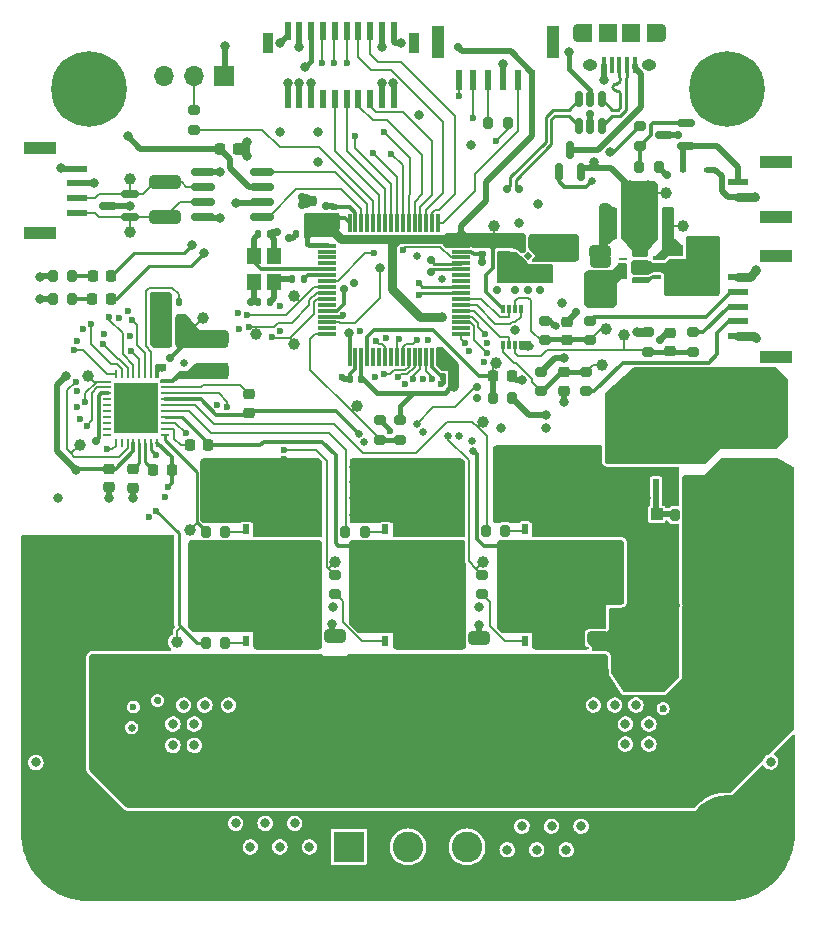
<source format=gtl>
G04 #@! TF.GenerationSoftware,KiCad,Pcbnew,(6.0.2)*
G04 #@! TF.CreationDate,2022-07-31T17:13:20+02:00*
G04 #@! TF.ProjectId,progetto_motor_controller,70726f67-6574-4746-9f5f-6d6f746f725f,rev?*
G04 #@! TF.SameCoordinates,Original*
G04 #@! TF.FileFunction,Copper,L1,Top*
G04 #@! TF.FilePolarity,Positive*
%FSLAX46Y46*%
G04 Gerber Fmt 4.6, Leading zero omitted, Abs format (unit mm)*
G04 Created by KiCad (PCBNEW (6.0.2)) date 2022-07-31 17:13:20*
%MOMM*%
%LPD*%
G01*
G04 APERTURE LIST*
G04 Aperture macros list*
%AMRoundRect*
0 Rectangle with rounded corners*
0 $1 Rounding radius*
0 $2 $3 $4 $5 $6 $7 $8 $9 X,Y pos of 4 corners*
0 Add a 4 corners polygon primitive as box body*
4,1,4,$2,$3,$4,$5,$6,$7,$8,$9,$2,$3,0*
0 Add four circle primitives for the rounded corners*
1,1,$1+$1,$2,$3*
1,1,$1+$1,$4,$5*
1,1,$1+$1,$6,$7*
1,1,$1+$1,$8,$9*
0 Add four rect primitives between the rounded corners*
20,1,$1+$1,$2,$3,$4,$5,0*
20,1,$1+$1,$4,$5,$6,$7,0*
20,1,$1+$1,$6,$7,$8,$9,0*
20,1,$1+$1,$8,$9,$2,$3,0*%
%AMRotRect*
0 Rectangle, with rotation*
0 The origin of the aperture is its center*
0 $1 length*
0 $2 width*
0 $3 Rotation angle, in degrees counterclockwise*
0 Add horizontal line*
21,1,$1,$2,0,0,$3*%
%AMFreePoly0*
4,1,6,0.270000,0.070500,0.090000,-0.105000,-0.090000,-0.105000,-0.090000,0.105000,0.270000,0.105000,0.270000,0.070500,0.270000,0.070500,$1*%
%AMFreePoly1*
4,1,6,0.090000,-0.105000,-0.090000,-0.105000,-0.270000,0.070500,-0.270000,0.105000,0.090000,0.105000,0.090000,-0.105000,0.090000,-0.105000,$1*%
G04 Aperture macros list end*
G04 #@! TA.AperFunction,SMDPad,CuDef*
%ADD10RoundRect,0.200000X0.275000X-0.200000X0.275000X0.200000X-0.275000X0.200000X-0.275000X-0.200000X0*%
G04 #@! TD*
G04 #@! TA.AperFunction,SMDPad,CuDef*
%ADD11RoundRect,0.218750X-0.218750X-0.256250X0.218750X-0.256250X0.218750X0.256250X-0.218750X0.256250X0*%
G04 #@! TD*
G04 #@! TA.AperFunction,SMDPad,CuDef*
%ADD12R,1.796999X5.403799*%
G04 #@! TD*
G04 #@! TA.AperFunction,SMDPad,CuDef*
%ADD13R,0.400000X1.350000*%
G04 #@! TD*
G04 #@! TA.AperFunction,ComponentPad*
%ADD14O,1.250000X0.950000*%
G04 #@! TD*
G04 #@! TA.AperFunction,SMDPad,CuDef*
%ADD15R,1.200000X1.550000*%
G04 #@! TD*
G04 #@! TA.AperFunction,ComponentPad*
%ADD16O,0.890000X1.550000*%
G04 #@! TD*
G04 #@! TA.AperFunction,SMDPad,CuDef*
%ADD17R,1.500000X1.550000*%
G04 #@! TD*
G04 #@! TA.AperFunction,SMDPad,CuDef*
%ADD18RoundRect,0.200000X0.200000X0.275000X-0.200000X0.275000X-0.200000X-0.275000X0.200000X-0.275000X0*%
G04 #@! TD*
G04 #@! TA.AperFunction,SMDPad,CuDef*
%ADD19R,1.000000X1.000000*%
G04 #@! TD*
G04 #@! TA.AperFunction,SMDPad,CuDef*
%ADD20RoundRect,0.250000X0.650000X-0.325000X0.650000X0.325000X-0.650000X0.325000X-0.650000X-0.325000X0*%
G04 #@! TD*
G04 #@! TA.AperFunction,SMDPad,CuDef*
%ADD21C,1.000000*%
G04 #@! TD*
G04 #@! TA.AperFunction,SMDPad,CuDef*
%ADD22RoundRect,0.200000X-0.200000X-0.275000X0.200000X-0.275000X0.200000X0.275000X-0.200000X0.275000X0*%
G04 #@! TD*
G04 #@! TA.AperFunction,SMDPad,CuDef*
%ADD23R,5.403799X1.796999*%
G04 #@! TD*
G04 #@! TA.AperFunction,SMDPad,CuDef*
%ADD24RoundRect,0.140000X-0.140000X-0.170000X0.140000X-0.170000X0.140000X0.170000X-0.140000X0.170000X0*%
G04 #@! TD*
G04 #@! TA.AperFunction,SMDPad,CuDef*
%ADD25R,0.600000X0.800000*%
G04 #@! TD*
G04 #@! TA.AperFunction,SMDPad,CuDef*
%ADD26R,4.410000X4.550000*%
G04 #@! TD*
G04 #@! TA.AperFunction,SMDPad,CuDef*
%ADD27R,0.500000X0.850000*%
G04 #@! TD*
G04 #@! TA.AperFunction,SMDPad,CuDef*
%ADD28RoundRect,0.250000X-1.075000X0.375000X-1.075000X-0.375000X1.075000X-0.375000X1.075000X0.375000X0*%
G04 #@! TD*
G04 #@! TA.AperFunction,SMDPad,CuDef*
%ADD29RoundRect,0.225000X-0.225000X-0.250000X0.225000X-0.250000X0.225000X0.250000X-0.225000X0.250000X0*%
G04 #@! TD*
G04 #@! TA.AperFunction,SMDPad,CuDef*
%ADD30RoundRect,0.225000X0.250000X-0.225000X0.250000X0.225000X-0.250000X0.225000X-0.250000X-0.225000X0*%
G04 #@! TD*
G04 #@! TA.AperFunction,SMDPad,CuDef*
%ADD31R,1.400000X0.390000*%
G04 #@! TD*
G04 #@! TA.AperFunction,SMDPad,CuDef*
%ADD32R,0.700000X0.250000*%
G04 #@! TD*
G04 #@! TA.AperFunction,SMDPad,CuDef*
%ADD33R,1.250000X0.390000*%
G04 #@! TD*
G04 #@! TA.AperFunction,SMDPad,CuDef*
%ADD34RoundRect,0.225000X0.225000X0.250000X-0.225000X0.250000X-0.225000X-0.250000X0.225000X-0.250000X0*%
G04 #@! TD*
G04 #@! TA.AperFunction,SMDPad,CuDef*
%ADD35R,0.300000X0.800000*%
G04 #@! TD*
G04 #@! TA.AperFunction,SMDPad,CuDef*
%ADD36RoundRect,0.200000X-0.275000X0.200000X-0.275000X-0.200000X0.275000X-0.200000X0.275000X0.200000X0*%
G04 #@! TD*
G04 #@! TA.AperFunction,ComponentPad*
%ADD37C,0.800000*%
G04 #@! TD*
G04 #@! TA.AperFunction,ComponentPad*
%ADD38C,6.400000*%
G04 #@! TD*
G04 #@! TA.AperFunction,SMDPad,CuDef*
%ADD39RoundRect,0.150000X0.150000X-0.512500X0.150000X0.512500X-0.150000X0.512500X-0.150000X-0.512500X0*%
G04 #@! TD*
G04 #@! TA.AperFunction,SMDPad,CuDef*
%ADD40RoundRect,0.140000X-0.170000X0.140000X-0.170000X-0.140000X0.170000X-0.140000X0.170000X0.140000X0*%
G04 #@! TD*
G04 #@! TA.AperFunction,SMDPad,CuDef*
%ADD41R,0.600000X0.450000*%
G04 #@! TD*
G04 #@! TA.AperFunction,ComponentPad*
%ADD42R,2.400000X2.400000*%
G04 #@! TD*
G04 #@! TA.AperFunction,ComponentPad*
%ADD43C,2.400000*%
G04 #@! TD*
G04 #@! TA.AperFunction,SMDPad,CuDef*
%ADD44RoundRect,0.075000X-0.700000X-0.075000X0.700000X-0.075000X0.700000X0.075000X-0.700000X0.075000X0*%
G04 #@! TD*
G04 #@! TA.AperFunction,SMDPad,CuDef*
%ADD45RoundRect,0.075000X-0.075000X-0.700000X0.075000X-0.700000X0.075000X0.700000X-0.075000X0.700000X0*%
G04 #@! TD*
G04 #@! TA.AperFunction,SMDPad,CuDef*
%ADD46R,2.800000X1.000000*%
G04 #@! TD*
G04 #@! TA.AperFunction,SMDPad,CuDef*
%ADD47R,1.800000X0.600000*%
G04 #@! TD*
G04 #@! TA.AperFunction,SMDPad,CuDef*
%ADD48RoundRect,0.140000X0.140000X0.170000X-0.140000X0.170000X-0.140000X-0.170000X0.140000X-0.170000X0*%
G04 #@! TD*
G04 #@! TA.AperFunction,SMDPad,CuDef*
%ADD49RoundRect,0.140000X0.170000X-0.140000X0.170000X0.140000X-0.170000X0.140000X-0.170000X-0.140000X0*%
G04 #@! TD*
G04 #@! TA.AperFunction,SMDPad,CuDef*
%ADD50RoundRect,0.150000X0.587500X0.150000X-0.587500X0.150000X-0.587500X-0.150000X0.587500X-0.150000X0*%
G04 #@! TD*
G04 #@! TA.AperFunction,SMDPad,CuDef*
%ADD51RoundRect,0.150000X0.150000X-0.587500X0.150000X0.587500X-0.150000X0.587500X-0.150000X-0.587500X0*%
G04 #@! TD*
G04 #@! TA.AperFunction,SMDPad,CuDef*
%ADD52R,0.850000X1.800000*%
G04 #@! TD*
G04 #@! TA.AperFunction,SMDPad,CuDef*
%ADD53R,0.600000X1.600000*%
G04 #@! TD*
G04 #@! TA.AperFunction,SMDPad,CuDef*
%ADD54RoundRect,0.225000X-0.250000X0.225000X-0.250000X-0.225000X0.250000X-0.225000X0.250000X0.225000X0*%
G04 #@! TD*
G04 #@! TA.AperFunction,ComponentPad*
%ADD55R,2.600000X2.600000*%
G04 #@! TD*
G04 #@! TA.AperFunction,ComponentPad*
%ADD56C,2.600000*%
G04 #@! TD*
G04 #@! TA.AperFunction,SMDPad,CuDef*
%ADD57R,1.000000X2.800000*%
G04 #@! TD*
G04 #@! TA.AperFunction,SMDPad,CuDef*
%ADD58R,0.600000X1.800000*%
G04 #@! TD*
G04 #@! TA.AperFunction,ComponentPad*
%ADD59R,1.700000X1.700000*%
G04 #@! TD*
G04 #@! TA.AperFunction,ComponentPad*
%ADD60O,1.700000X1.700000*%
G04 #@! TD*
G04 #@! TA.AperFunction,SMDPad,CuDef*
%ADD61R,1.200000X1.400000*%
G04 #@! TD*
G04 #@! TA.AperFunction,SMDPad,CuDef*
%ADD62R,0.757199X0.254800*%
G04 #@! TD*
G04 #@! TA.AperFunction,SMDPad,CuDef*
%ADD63R,0.254800X0.757199*%
G04 #@! TD*
G04 #@! TA.AperFunction,SMDPad,CuDef*
%ADD64R,3.708400X4.191000*%
G04 #@! TD*
G04 #@! TA.AperFunction,SMDPad,CuDef*
%ADD65RoundRect,0.250000X-1.075000X0.312500X-1.075000X-0.312500X1.075000X-0.312500X1.075000X0.312500X0*%
G04 #@! TD*
G04 #@! TA.AperFunction,SMDPad,CuDef*
%ADD66RoundRect,0.150000X0.825000X0.150000X-0.825000X0.150000X-0.825000X-0.150000X0.825000X-0.150000X0*%
G04 #@! TD*
G04 #@! TA.AperFunction,SMDPad,CuDef*
%ADD67RoundRect,0.135000X0.135000X0.185000X-0.135000X0.185000X-0.135000X-0.185000X0.135000X-0.185000X0*%
G04 #@! TD*
G04 #@! TA.AperFunction,SMDPad,CuDef*
%ADD68FreePoly0,0.000000*%
G04 #@! TD*
G04 #@! TA.AperFunction,SMDPad,CuDef*
%ADD69FreePoly1,180.000000*%
G04 #@! TD*
G04 #@! TA.AperFunction,SMDPad,CuDef*
%ADD70FreePoly0,180.000000*%
G04 #@! TD*
G04 #@! TA.AperFunction,SMDPad,CuDef*
%ADD71FreePoly1,0.000000*%
G04 #@! TD*
G04 #@! TA.AperFunction,SMDPad,CuDef*
%ADD72RotRect,0.480000X0.480000X45.000000*%
G04 #@! TD*
G04 #@! TA.AperFunction,ViaPad*
%ADD73C,0.700000*%
G04 #@! TD*
G04 #@! TA.AperFunction,ViaPad*
%ADD74C,0.800000*%
G04 #@! TD*
G04 #@! TA.AperFunction,ViaPad*
%ADD75C,0.600000*%
G04 #@! TD*
G04 #@! TA.AperFunction,ViaPad*
%ADD76C,0.650000*%
G04 #@! TD*
G04 #@! TA.AperFunction,Conductor*
%ADD77C,0.270000*%
G04 #@! TD*
G04 #@! TA.AperFunction,Conductor*
%ADD78C,0.500000*%
G04 #@! TD*
G04 #@! TA.AperFunction,Conductor*
%ADD79C,0.250000*%
G04 #@! TD*
G04 #@! TA.AperFunction,Conductor*
%ADD80C,0.300000*%
G04 #@! TD*
G04 #@! TA.AperFunction,Conductor*
%ADD81C,0.400000*%
G04 #@! TD*
G04 #@! TA.AperFunction,Conductor*
%ADD82C,0.750000*%
G04 #@! TD*
G04 #@! TA.AperFunction,Conductor*
%ADD83C,0.200000*%
G04 #@! TD*
G04 APERTURE END LIST*
D10*
X127300000Y-108575000D03*
X127300000Y-106925000D03*
D11*
X89312500Y-98800000D03*
X90887500Y-98800000D03*
D12*
X91000000Y-133745800D03*
X91000000Y-124154200D03*
D10*
X113600000Y-112700000D03*
X113600000Y-111050000D03*
D13*
X135200000Y-80950000D03*
X134550000Y-80950000D03*
X133900000Y-80950000D03*
X133250000Y-80950000D03*
X132600000Y-80950000D03*
D14*
X136400000Y-80950000D03*
D15*
X131000000Y-78250000D03*
D16*
X130400000Y-78250000D03*
D14*
X131400000Y-80950000D03*
D15*
X136800000Y-78250000D03*
D17*
X132900000Y-78250000D03*
X134900000Y-78250000D03*
D16*
X137400000Y-78250000D03*
D18*
X100525000Y-120450000D03*
X98875000Y-120450000D03*
D19*
X137050000Y-119000000D03*
X134550000Y-119000000D03*
D20*
X132250000Y-99775000D03*
X132250000Y-96825000D03*
X122000000Y-132425000D03*
X122000000Y-129475000D03*
D21*
X122350000Y-111150000D03*
X139250000Y-94550000D03*
D22*
X136425000Y-95300000D03*
X138075000Y-95300000D03*
D23*
X145686200Y-128950000D03*
X136094600Y-128950000D03*
D24*
X103320000Y-95300000D03*
X104280000Y-95300000D03*
D10*
X127600000Y-104275000D03*
X127600000Y-102625000D03*
D25*
X129705000Y-135575000D03*
D26*
X127800000Y-133700000D03*
D25*
X127165000Y-135575000D03*
X125895000Y-135575000D03*
X128435000Y-135575000D03*
D27*
X125895000Y-129750000D03*
X129705000Y-129750000D03*
X128435000Y-129750000D03*
X127165000Y-129750000D03*
D28*
X99450000Y-104050000D03*
X99450000Y-106850000D03*
D29*
X100075000Y-88050000D03*
X101625000Y-88050000D03*
D30*
X107800000Y-93975000D03*
X107800000Y-92425000D03*
D21*
X109850000Y-123050000D03*
D25*
X116605000Y-126075000D03*
X117875000Y-126075000D03*
D26*
X115970000Y-124200000D03*
D25*
X114065000Y-126075000D03*
X115335000Y-126075000D03*
D27*
X114065000Y-120250000D03*
X116605000Y-120250000D03*
X115335000Y-120250000D03*
X117875000Y-120250000D03*
D10*
X109850000Y-125775000D03*
X109850000Y-124125000D03*
D31*
X135660000Y-97710000D03*
X135650000Y-98490000D03*
D32*
X137100000Y-98850000D03*
X137100000Y-98350000D03*
X137100000Y-97850000D03*
X137100000Y-97350000D03*
X134200000Y-97350000D03*
X134200000Y-97850000D03*
X134200000Y-98350000D03*
X134200000Y-98850000D03*
D33*
X135650000Y-99210000D03*
X135650000Y-96990000D03*
D25*
X127165000Y-126075000D03*
X125895000Y-126075000D03*
X128435000Y-126075000D03*
X129705000Y-126075000D03*
D26*
X127800000Y-124200000D03*
D27*
X125895000Y-120250000D03*
X127165000Y-120250000D03*
X129705000Y-120250000D03*
X128435000Y-120250000D03*
D34*
X96825000Y-102550000D03*
X95275000Y-102550000D03*
X96825000Y-104350000D03*
X95275000Y-104350000D03*
D35*
X124050000Y-104700000D03*
X124550000Y-104700000D03*
X125050000Y-104700000D03*
X125550000Y-104700000D03*
X125550000Y-101600000D03*
X125050000Y-101600000D03*
X124550000Y-101600000D03*
X124050000Y-101600000D03*
D36*
X135650000Y-86125000D03*
X135650000Y-87775000D03*
D37*
X87302944Y-144302944D03*
X89000000Y-143600000D03*
X91400000Y-146000000D03*
X90697056Y-147697056D03*
X87302944Y-147697056D03*
X89000000Y-148400000D03*
X86600000Y-146000000D03*
D38*
X89000000Y-146000000D03*
D37*
X90697056Y-144302944D03*
D21*
X111650000Y-109800000D03*
X134300000Y-103850000D03*
D39*
X130500000Y-86137500D03*
X131450000Y-86137500D03*
X132400000Y-86137500D03*
X132400000Y-83862500D03*
X131450000Y-83862500D03*
X130500000Y-83862500D03*
D34*
X134825000Y-95300000D03*
X133275000Y-95300000D03*
D40*
X122300000Y-96020000D03*
X122300000Y-96980000D03*
D18*
X124825000Y-109150000D03*
X123175000Y-109150000D03*
D25*
X102295000Y-135575000D03*
X103565000Y-135575000D03*
X106105000Y-135575000D03*
D26*
X104200000Y-133700000D03*
D25*
X104835000Y-135575000D03*
D27*
X102295000Y-129750000D03*
X103565000Y-129750000D03*
X104835000Y-129750000D03*
X106105000Y-129750000D03*
D10*
X97900000Y-86425000D03*
X97900000Y-84775000D03*
D41*
X141350000Y-89800000D03*
X139250000Y-89800000D03*
D42*
X144000000Y-115550000D03*
D43*
X144000000Y-112050000D03*
D44*
X109125000Y-96250000D03*
X109125000Y-96750000D03*
X109125000Y-97250000D03*
X109125000Y-97750000D03*
X109125000Y-98250000D03*
X109125000Y-98750000D03*
X109125000Y-99250000D03*
X109125000Y-99750000D03*
X109125000Y-100250000D03*
X109125000Y-100750000D03*
X109125000Y-101250000D03*
X109125000Y-101750000D03*
X109125000Y-102250000D03*
X109125000Y-102750000D03*
X109125000Y-103250000D03*
X109125000Y-103750000D03*
D45*
X111050000Y-105675000D03*
X111550000Y-105675000D03*
X112050000Y-105675000D03*
X112550000Y-105675000D03*
X113050000Y-105675000D03*
X113550000Y-105675000D03*
X114050000Y-105675000D03*
X114550000Y-105675000D03*
X115050000Y-105675000D03*
X115550000Y-105675000D03*
X116050000Y-105675000D03*
X116550000Y-105675000D03*
X117050000Y-105675000D03*
X117550000Y-105675000D03*
X118050000Y-105675000D03*
X118550000Y-105675000D03*
D44*
X120475000Y-103750000D03*
X120475000Y-103250000D03*
X120475000Y-102750000D03*
X120475000Y-102250000D03*
X120475000Y-101750000D03*
X120475000Y-101250000D03*
X120475000Y-100750000D03*
X120475000Y-100250000D03*
X120475000Y-99750000D03*
X120475000Y-99250000D03*
X120475000Y-98750000D03*
X120475000Y-98250000D03*
X120475000Y-97750000D03*
X120475000Y-97250000D03*
X120475000Y-96750000D03*
X120475000Y-96250000D03*
D45*
X118550000Y-94325000D03*
X118050000Y-94325000D03*
X117550000Y-94325000D03*
X117050000Y-94325000D03*
X116550000Y-94325000D03*
X116050000Y-94325000D03*
X115550000Y-94325000D03*
X115050000Y-94325000D03*
X114550000Y-94325000D03*
X114050000Y-94325000D03*
X113550000Y-94325000D03*
X113050000Y-94325000D03*
X112550000Y-94325000D03*
X112050000Y-94325000D03*
X111550000Y-94325000D03*
X111050000Y-94325000D03*
D46*
X147150000Y-93850000D03*
X147150000Y-89150000D03*
D47*
X143950000Y-92125000D03*
X143950000Y-90875000D03*
D48*
X96580000Y-101050000D03*
X95620000Y-101050000D03*
D30*
X129500000Y-104225000D03*
X129500000Y-102675000D03*
D21*
X92450000Y-90600000D03*
X122325000Y-123050000D03*
X97500000Y-120350000D03*
D18*
X87575000Y-98850000D03*
X85925000Y-98850000D03*
D21*
X137850000Y-91750000D03*
D49*
X109700000Y-93930000D03*
X109700000Y-92970000D03*
D30*
X138200000Y-105175000D03*
X138200000Y-103625000D03*
D50*
X139537500Y-87800000D03*
X139537500Y-85900000D03*
X137662500Y-86850000D03*
D29*
X123225000Y-107300000D03*
X124775000Y-107300000D03*
D46*
X84800000Y-88000000D03*
X84800000Y-95200000D03*
D47*
X88000000Y-89725000D03*
X88000000Y-90975000D03*
X88000000Y-92225000D03*
X88000000Y-93475000D03*
D51*
X128750000Y-89987500D03*
X130650000Y-89987500D03*
X129700000Y-88112500D03*
D18*
X124425000Y-85900000D03*
X122775000Y-85900000D03*
D48*
X104280000Y-101000000D03*
X103320000Y-101000000D03*
D12*
X132000000Y-139354200D03*
X132000000Y-148945800D03*
D29*
X136475000Y-93500000D03*
X138025000Y-93500000D03*
D52*
X116475000Y-79100000D03*
X104125000Y-79100000D03*
D53*
X114800000Y-83800000D03*
X114800000Y-78100000D03*
X113800000Y-83800000D03*
X113800000Y-78100000D03*
X112800000Y-83800000D03*
X112800000Y-78100000D03*
X111800000Y-83800000D03*
X111800000Y-78100000D03*
X110800000Y-83800000D03*
X110800000Y-78100000D03*
X109800000Y-83800000D03*
X109800000Y-78100000D03*
X108800000Y-83800000D03*
X108800000Y-78100000D03*
X107800000Y-83800000D03*
X107800000Y-78100000D03*
X106800000Y-83800000D03*
X106800000Y-78100000D03*
X105800000Y-83800000D03*
X105800000Y-78100000D03*
D54*
X127800000Y-96850000D03*
X127800000Y-98400000D03*
D36*
X138800000Y-96740000D03*
X138800000Y-98390000D03*
D21*
X96450000Y-129800000D03*
X132800000Y-103300000D03*
D55*
X111000000Y-147150000D03*
D56*
X116000000Y-147150000D03*
X121000000Y-147150000D03*
D57*
X118550000Y-79000000D03*
X128250000Y-79000000D03*
D58*
X126525000Y-82200000D03*
X125275000Y-82200000D03*
X124025000Y-82200000D03*
X122775000Y-82200000D03*
X121525000Y-82200000D03*
X120275000Y-82200000D03*
D59*
X100450000Y-81900000D03*
D60*
X97910000Y-81900000D03*
X95370000Y-81900000D03*
D20*
X132050000Y-132425000D03*
X132050000Y-129475000D03*
D21*
X88900000Y-107250000D03*
X88200000Y-113100000D03*
D34*
X95975000Y-115200000D03*
X94425000Y-115200000D03*
D54*
X92750000Y-115175000D03*
X92750000Y-116725000D03*
D48*
X107480000Y-95300000D03*
X106520000Y-95300000D03*
D26*
X115970000Y-133700000D03*
D25*
X116605000Y-135575000D03*
X117875000Y-135575000D03*
X115335000Y-135575000D03*
X114065000Y-135575000D03*
D27*
X114065000Y-129750000D03*
X115335000Y-129750000D03*
X116605000Y-129750000D03*
X117875000Y-129750000D03*
D18*
X124225000Y-120400000D03*
X122575000Y-120400000D03*
D21*
X123250000Y-94550000D03*
D30*
X102550000Y-110375000D03*
X102550000Y-108825000D03*
D61*
X102950000Y-97100000D03*
X102950000Y-99300000D03*
X104650000Y-99300000D03*
X104650000Y-97100000D03*
D36*
X115300000Y-111025000D03*
X115300000Y-112675000D03*
D62*
X95450000Y-112250002D03*
X95450000Y-111750000D03*
X95450000Y-111250001D03*
X95450000Y-110750002D03*
X95450000Y-110250001D03*
X95450000Y-109750001D03*
X95450000Y-109250000D03*
X95450000Y-108750001D03*
X95450000Y-108250002D03*
X95450000Y-107750000D03*
D63*
X94749999Y-107080000D03*
X94250000Y-107080000D03*
X93750001Y-107080000D03*
X93250000Y-107080000D03*
X92750000Y-107080000D03*
X92249999Y-107080000D03*
X91750000Y-107080000D03*
X91250001Y-107080000D03*
D62*
X90550000Y-107749999D03*
X90550000Y-108250001D03*
X90550000Y-108750000D03*
X90550000Y-109249999D03*
X90550000Y-109750000D03*
X90550000Y-110250000D03*
X90550000Y-110750001D03*
X90550000Y-111250000D03*
X90550000Y-111749999D03*
X90550000Y-112250001D03*
D63*
X91250001Y-112918600D03*
X91750000Y-112918600D03*
X92249999Y-112918600D03*
X92750000Y-112918600D03*
X93250000Y-112918600D03*
X93750001Y-112918600D03*
X94250000Y-112918600D03*
X94749999Y-112918600D03*
D64*
X93000000Y-110000000D03*
D21*
X103100000Y-103750000D03*
D25*
X102295000Y-126075000D03*
D26*
X104200000Y-124200000D03*
D25*
X103565000Y-126075000D03*
X106105000Y-126075000D03*
X104835000Y-126075000D03*
D27*
X102295000Y-120250000D03*
X104835000Y-120250000D03*
X106105000Y-120250000D03*
X103565000Y-120250000D03*
D65*
X95400000Y-90887500D03*
X95400000Y-93812500D03*
D54*
X90700000Y-115150000D03*
X90700000Y-116700000D03*
D46*
X147150000Y-97150000D03*
X147150000Y-105650000D03*
D47*
X143950000Y-103900000D03*
X143950000Y-102650000D03*
X143950000Y-101400000D03*
X143950000Y-100150000D03*
X143950000Y-98900000D03*
D54*
X129200000Y-106975000D03*
X129200000Y-108525000D03*
D26*
X135100000Y-112450000D03*
D25*
X134465000Y-110575000D03*
X133195000Y-110575000D03*
X137005000Y-110575000D03*
X135735000Y-110575000D03*
D27*
X137005000Y-116400000D03*
X134465000Y-116400000D03*
X133195000Y-116400000D03*
X135735000Y-116400000D03*
D20*
X109850000Y-132225000D03*
X109850000Y-129275000D03*
D66*
X103625000Y-93805000D03*
X103625000Y-92535000D03*
X103625000Y-91265000D03*
X103625000Y-89995000D03*
X98675000Y-89995000D03*
X98675000Y-91265000D03*
X98675000Y-92535000D03*
X98675000Y-93805000D03*
D21*
X123450000Y-106200000D03*
D34*
X134800000Y-93500000D03*
X133250000Y-93500000D03*
D10*
X122300000Y-125775000D03*
X122300000Y-124125000D03*
D36*
X131100000Y-106925000D03*
X131100000Y-108575000D03*
D34*
X99075000Y-113150000D03*
X97525000Y-113150000D03*
D67*
X107185000Y-99075000D03*
X106165000Y-99075000D03*
D21*
X92450000Y-95050000D03*
D10*
X140100000Y-105225000D03*
X140100000Y-103575000D03*
X131400000Y-104275000D03*
X131400000Y-102625000D03*
D18*
X87575000Y-100750000D03*
X85925000Y-100750000D03*
X140225000Y-119050000D03*
X138575000Y-119050000D03*
D48*
X119900000Y-107400000D03*
X118940000Y-107400000D03*
D37*
X141302944Y-144302944D03*
X144697056Y-144302944D03*
X143000000Y-143600000D03*
X141302944Y-147697056D03*
D38*
X143000000Y-146000000D03*
D37*
X140600000Y-146000000D03*
X145400000Y-146000000D03*
X144697056Y-147697056D03*
X143000000Y-148400000D03*
D21*
X132400000Y-106350000D03*
X98600000Y-102350000D03*
D50*
X92437500Y-93800000D03*
X92437500Y-91900000D03*
X90562500Y-92850000D03*
D54*
X124500000Y-95925000D03*
X124500000Y-97475000D03*
D48*
X112030000Y-107500000D03*
X111070000Y-107500000D03*
D11*
X89262500Y-100750000D03*
X90837500Y-100750000D03*
D18*
X137225000Y-89600000D03*
X135575000Y-89600000D03*
D21*
X106350000Y-104600000D03*
D12*
X100000000Y-139354200D03*
X100000000Y-148945800D03*
D18*
X112325000Y-120450000D03*
X110675000Y-120450000D03*
D37*
X141302944Y-84697056D03*
X141302944Y-81302944D03*
X143000000Y-80600000D03*
X144697056Y-81302944D03*
X143000000Y-85400000D03*
D38*
X143000000Y-83000000D03*
D37*
X140600000Y-83000000D03*
X144697056Y-84697056D03*
X145400000Y-83000000D03*
D18*
X100525000Y-129850000D03*
X98875000Y-129850000D03*
D37*
X90697056Y-84697056D03*
X89000000Y-80600000D03*
X90697056Y-81302944D03*
D38*
X89000000Y-83000000D03*
D37*
X91400000Y-83000000D03*
X89000000Y-85400000D03*
X86600000Y-83000000D03*
X87302944Y-81302944D03*
X87302944Y-84697056D03*
D10*
X136300000Y-105225000D03*
X136300000Y-103575000D03*
D21*
X106350000Y-100500000D03*
D68*
X125680000Y-96775000D03*
D69*
X125680000Y-97425000D03*
D70*
X126720000Y-97425000D03*
D71*
X126720000Y-96775000D03*
D72*
X126200000Y-97100000D03*
D73*
X125400000Y-91450000D03*
X117925000Y-98500000D03*
X117925000Y-97500000D03*
X124400000Y-91450000D03*
D74*
X118900000Y-102300000D03*
X100500000Y-79350000D03*
X106800000Y-79450000D03*
X119900000Y-108200000D03*
X113800000Y-79450000D03*
D73*
X120200000Y-79450000D03*
D74*
X102350000Y-87450000D03*
X138000000Y-146750000D03*
X134800000Y-117650000D03*
X89400000Y-90950000D03*
X86400000Y-117650000D03*
D73*
X126200000Y-100000000D03*
X125000000Y-99000000D03*
D74*
X100100000Y-90050000D03*
D73*
X139000000Y-99150000D03*
X142000000Y-97950000D03*
D74*
X107300000Y-81100000D03*
X126400000Y-114950000D03*
X134800000Y-120350000D03*
D73*
X140000000Y-100000000D03*
D74*
X102000000Y-116250000D03*
D75*
X118800000Y-108000000D03*
D74*
X107600000Y-114950000D03*
D76*
X118900000Y-99050000D03*
D74*
X114250000Y-114950000D03*
X138000000Y-147850000D03*
X118450000Y-114950000D03*
X133400000Y-120350000D03*
X136900000Y-144550000D03*
D75*
X99850000Y-109750000D03*
D74*
X136900000Y-146750000D03*
D73*
X132550000Y-95800000D03*
X125900000Y-98200000D03*
D75*
X113200000Y-107350500D03*
X111900000Y-103450000D03*
D74*
X95100000Y-147850000D03*
X94000000Y-144550000D03*
X129200000Y-116250000D03*
X134800000Y-115450000D03*
X111450000Y-114950000D03*
D75*
X94400000Y-126700000D03*
D74*
X123600000Y-119050000D03*
X92500000Y-92850000D03*
X102000000Y-119050000D03*
D73*
X138950000Y-100000000D03*
D74*
X135800000Y-145650000D03*
X103400000Y-117650000D03*
D75*
X137600000Y-135450000D03*
D76*
X97050000Y-106150000D03*
D74*
X103400000Y-114950000D03*
D75*
X94500000Y-102550000D03*
D74*
X111450000Y-119050000D03*
X100600000Y-116250000D03*
D75*
X122650000Y-104500000D03*
D74*
X114700000Y-82500000D03*
X115650000Y-117650000D03*
X94000000Y-146750000D03*
X106200000Y-114950000D03*
X99200000Y-117650000D03*
X125400000Y-94350000D03*
D75*
X95150000Y-100500000D03*
X94800000Y-134750000D03*
D74*
X129200000Y-109450000D03*
D75*
X105200000Y-101350000D03*
D74*
X107800000Y-82500000D03*
D73*
X140000000Y-99000000D03*
X141000000Y-97000000D03*
X110600000Y-99900000D03*
D74*
X93600000Y-121550000D03*
X135800000Y-146750000D03*
X137900000Y-130650000D03*
X84850000Y-100750000D03*
D73*
X141000000Y-98000000D03*
D75*
X114441347Y-111975500D03*
D74*
X130600000Y-117650000D03*
X109600000Y-128300000D03*
D73*
X107000000Y-92800000D03*
D74*
X112850000Y-114950000D03*
X96200000Y-147850000D03*
X96200000Y-146750000D03*
D73*
X132550000Y-94025000D03*
D74*
X107600000Y-119050000D03*
D75*
X92250000Y-101750000D03*
D74*
X126900000Y-150350000D03*
X123600000Y-116250000D03*
D73*
X142000000Y-95950000D03*
D76*
X117300000Y-112000000D03*
D74*
X106800000Y-82500000D03*
X121350000Y-87700000D03*
D73*
X132550000Y-93025000D03*
D74*
X136900000Y-147850000D03*
X135800000Y-147850000D03*
X118450000Y-119050000D03*
D73*
X91500000Y-108250000D03*
D74*
X145450000Y-104050000D03*
X124000000Y-80850000D03*
X118450000Y-117650000D03*
X116900000Y-150350000D03*
X119850000Y-119050000D03*
X106200000Y-117650000D03*
X123900000Y-111650000D03*
X112850000Y-117650000D03*
X127800000Y-114950000D03*
X111450000Y-117650000D03*
X113800000Y-82500000D03*
X133400000Y-119050000D03*
D73*
X102700000Y-101000000D03*
D74*
X104800000Y-114950000D03*
D73*
X94500000Y-111750000D03*
D74*
X116900000Y-85150000D03*
X136325000Y-130650000D03*
D73*
X124000000Y-99000000D03*
D74*
X112850000Y-119050000D03*
X137400000Y-122550000D03*
D76*
X121390414Y-112754769D03*
D74*
X132000000Y-116250000D03*
D73*
X137300000Y-104250000D03*
D74*
X127800000Y-116250000D03*
D75*
X93150000Y-126700000D03*
D74*
X108400000Y-89150000D03*
X135900000Y-119050000D03*
X132000000Y-113650000D03*
D73*
X104900000Y-95100000D03*
D74*
X119850000Y-117650000D03*
X130600000Y-114950000D03*
X118450000Y-116250000D03*
X125000000Y-117650000D03*
X126400000Y-117650000D03*
D75*
X138700000Y-126700000D03*
D74*
X100600000Y-114950000D03*
D73*
X142000000Y-96950000D03*
D74*
X134700000Y-146750000D03*
X94000000Y-147850000D03*
X133400000Y-115450000D03*
X94000000Y-145650000D03*
X107600000Y-120350000D03*
X86400000Y-132650000D03*
X127700000Y-111650000D03*
X132600000Y-82250000D03*
D73*
X92550000Y-110450000D03*
D74*
X126200000Y-104725000D03*
X97400000Y-150350000D03*
X138500000Y-125850000D03*
D73*
X93450000Y-109600000D03*
D75*
X92449500Y-103900500D03*
D73*
X131450000Y-85124500D03*
D75*
X101725000Y-103300000D03*
D73*
X91500000Y-111750000D03*
D74*
X103400000Y-116250000D03*
D75*
X117650000Y-104250000D03*
D74*
X109650000Y-126800000D03*
X94700000Y-121550000D03*
D75*
X137650000Y-126700000D03*
D74*
X97300000Y-146750000D03*
X97300000Y-147850000D03*
D75*
X88000000Y-108550000D03*
D73*
X138000000Y-99150000D03*
D74*
X117050000Y-117650000D03*
X133400000Y-117650000D03*
D75*
X105150000Y-103500000D03*
X114150000Y-104100000D03*
D73*
X132550000Y-94800000D03*
X121800000Y-109150000D03*
D74*
X101400000Y-92600000D03*
D73*
X126800000Y-98200000D03*
D74*
X137400000Y-125850000D03*
X132000000Y-114950000D03*
X90700000Y-117600000D03*
D75*
X88500000Y-103300000D03*
D74*
X102400000Y-150350000D03*
X100600000Y-117650000D03*
D76*
X120300000Y-112350000D03*
D74*
X125000000Y-116250000D03*
X96200000Y-144550000D03*
D75*
X94050000Y-119250000D03*
D74*
X136150000Y-117650000D03*
X144400000Y-150350000D03*
X107600000Y-116250000D03*
X99200000Y-119050000D03*
D75*
X138550000Y-120450000D03*
D74*
X126400000Y-113650000D03*
X138500000Y-122550000D03*
D75*
X115715334Y-107965334D03*
D74*
X136900000Y-145650000D03*
D73*
X140000000Y-97000000D03*
D74*
X92400000Y-150350000D03*
X86400000Y-127650000D03*
X122050000Y-126850000D03*
X105150000Y-86650000D03*
X122000000Y-128400000D03*
D73*
X126900000Y-99000000D03*
D74*
X138500000Y-123650000D03*
X95100000Y-144550000D03*
D73*
X105900000Y-95600000D03*
D74*
X125000000Y-114950000D03*
X129200000Y-114950000D03*
X95800000Y-122650000D03*
X138000000Y-145650000D03*
D75*
X121150000Y-105200000D03*
D74*
X137400000Y-124750000D03*
X92500000Y-123750000D03*
D73*
X140000000Y-96000000D03*
D74*
X132000000Y-119050000D03*
X127800000Y-117650000D03*
D75*
X110450000Y-107350500D03*
D74*
X93600000Y-122650000D03*
X119850000Y-114950000D03*
D73*
X142000000Y-99950000D03*
X140000000Y-98000000D03*
X125100000Y-100000000D03*
D74*
X136150000Y-115450000D03*
D73*
X142000000Y-98950000D03*
X141000000Y-99000000D03*
D74*
X134400000Y-150350000D03*
D73*
X109050000Y-92850000D03*
D75*
X117250000Y-107550500D03*
D74*
X112850000Y-116250000D03*
X139400000Y-150350000D03*
D73*
X132750000Y-97750000D03*
D74*
X84850000Y-98900000D03*
X94700000Y-123750000D03*
X105800000Y-82500000D03*
D75*
X88000000Y-104300000D03*
D74*
X138500000Y-124750000D03*
X119850000Y-120350000D03*
X93600000Y-123750000D03*
D73*
X92550000Y-109600000D03*
D74*
X121900000Y-150350000D03*
X95100000Y-145650000D03*
D73*
X123500000Y-100000000D03*
D74*
X114250000Y-116250000D03*
D73*
X93450000Y-110450000D03*
D74*
X92750000Y-117600000D03*
D73*
X141000000Y-96000000D03*
X131750000Y-97750000D03*
D74*
X94700000Y-122650000D03*
X127000000Y-92750000D03*
X136100000Y-120350000D03*
X123600000Y-117650000D03*
D73*
X107000000Y-92100000D03*
D74*
X107600000Y-117650000D03*
D73*
X127190000Y-100000000D03*
X138900000Y-86850000D03*
D74*
X117050000Y-116250000D03*
D73*
X137900000Y-90250000D03*
D74*
X134700000Y-147850000D03*
X86400000Y-137650000D03*
X114250000Y-117650000D03*
D73*
X124000000Y-98200000D03*
D74*
X123600000Y-114950000D03*
X137400000Y-123650000D03*
X92500000Y-121550000D03*
X129200000Y-113650000D03*
X130600000Y-116250000D03*
D76*
X116800000Y-97150000D03*
D74*
X126400000Y-119050000D03*
X95800000Y-123750000D03*
X138000000Y-144550000D03*
X104800000Y-116250000D03*
D73*
X138000000Y-100000000D03*
D74*
X117050000Y-114950000D03*
D75*
X105500000Y-114350000D03*
D74*
X123600000Y-113650000D03*
D75*
X95400000Y-117550000D03*
X95700000Y-126700000D03*
D74*
X130600000Y-113650000D03*
X102000000Y-117650000D03*
D75*
X91550000Y-102350000D03*
X101575000Y-101975000D03*
D74*
X99200000Y-116250000D03*
D75*
X87950000Y-109950000D03*
D73*
X141000000Y-100000000D03*
D74*
X125000000Y-113650000D03*
D75*
X94550000Y-103750000D03*
D74*
X108400000Y-86650000D03*
X99200000Y-114950000D03*
D73*
X122300000Y-97670000D03*
X111400000Y-99400000D03*
D74*
X92500000Y-122650000D03*
X95000000Y-125150000D03*
X115650000Y-116250000D03*
X134400000Y-130650000D03*
D73*
X130250000Y-101850000D03*
D75*
X122400000Y-106100000D03*
D74*
X135800000Y-144550000D03*
X97300000Y-145650000D03*
D75*
X90256962Y-103752529D03*
D74*
X125000000Y-119050000D03*
X100600000Y-119050000D03*
X86400000Y-122650000D03*
X126400000Y-116250000D03*
X102000000Y-114950000D03*
X95100000Y-146750000D03*
X115650000Y-114950000D03*
D76*
X112250000Y-112900000D03*
D74*
X129200000Y-117650000D03*
X104800000Y-117650000D03*
X106200000Y-116250000D03*
X100100000Y-93900000D03*
D73*
X125000000Y-98200000D03*
X125900000Y-99000000D03*
D75*
X88250000Y-110900000D03*
D74*
X111900000Y-150350000D03*
X96200000Y-145650000D03*
X107400000Y-150350000D03*
X127800000Y-113650000D03*
X132000000Y-117650000D03*
X95800000Y-121550000D03*
X134700000Y-145650000D03*
D73*
X94500000Y-108250000D03*
D74*
X102350000Y-88650000D03*
X119850000Y-116250000D03*
X111450000Y-116250000D03*
X132000000Y-120350000D03*
X125650000Y-107650000D03*
X136300000Y-91150000D03*
D76*
X128509215Y-103013967D03*
D74*
X134800000Y-91150000D03*
X105200000Y-79100000D03*
X129650000Y-79850000D03*
X145400000Y-92100000D03*
X130050000Y-95750000D03*
X135400000Y-103600000D03*
X145500000Y-98350000D03*
X130050000Y-97150000D03*
X134800000Y-92550000D03*
X128650000Y-97150000D03*
X129000000Y-101100000D03*
X86600000Y-89700000D03*
X131722205Y-89150000D03*
X92250000Y-87000000D03*
X129200000Y-105750000D03*
X136300000Y-92550000D03*
X128650000Y-95750000D03*
X115400000Y-79100011D03*
X84500000Y-140000000D03*
X125100009Y-103398531D03*
D76*
X92600000Y-137050000D03*
D74*
X146700000Y-139950000D03*
D75*
X110510184Y-102158709D03*
X92750000Y-135300000D03*
D74*
X98750000Y-96900000D03*
D75*
X116900000Y-100400000D03*
D74*
X97750000Y-96200000D03*
D75*
X116900000Y-99450000D03*
D74*
X131300000Y-100900000D03*
X122050000Y-136450000D03*
X123300000Y-135750000D03*
X145400000Y-120150000D03*
X109950000Y-135050000D03*
X132300000Y-100900000D03*
X108700000Y-134350000D03*
X108700000Y-132950000D03*
X109950000Y-136450000D03*
X137650000Y-139900000D03*
X91900000Y-138650000D03*
X109950000Y-133650000D03*
X140650000Y-142150000D03*
X143900000Y-121650000D03*
X141900000Y-133650000D03*
X142400000Y-123200000D03*
X89400000Y-134150000D03*
X87050000Y-107250000D03*
X147850000Y-117550000D03*
X91900000Y-140400000D03*
X142400000Y-121650000D03*
X94150000Y-142150000D03*
D76*
X95200000Y-106574500D03*
D74*
X91900000Y-142150000D03*
X140650000Y-137900000D03*
X143900000Y-118650000D03*
X125800000Y-134350000D03*
X125800000Y-135750000D03*
X106200000Y-135750000D03*
X94150000Y-140400000D03*
X106200000Y-134350000D03*
X140650000Y-139900000D03*
X107450000Y-136450000D03*
X108700000Y-131550000D03*
X124550000Y-137850000D03*
X133300000Y-100900000D03*
X123300000Y-131550000D03*
X145400000Y-121650000D03*
X108700000Y-135750000D03*
X107450000Y-137850000D03*
X137650000Y-142150000D03*
X125800000Y-137150000D03*
X89400000Y-132650000D03*
X141900000Y-131150000D03*
X144450000Y-133650000D03*
X107450000Y-133650000D03*
X122050000Y-137850000D03*
X142400000Y-120150000D03*
X125800000Y-131550000D03*
X124550000Y-132250000D03*
X142400000Y-118650000D03*
X106200000Y-132950000D03*
X109950000Y-137850000D03*
X137650000Y-137900000D03*
X122050000Y-133650000D03*
X106200000Y-131550000D03*
X144450000Y-131150000D03*
X124550000Y-133650000D03*
X147150000Y-131150000D03*
X143900000Y-123200000D03*
X124550000Y-136450000D03*
X107450000Y-132250000D03*
X123300000Y-132950000D03*
X123300000Y-134350000D03*
X125800000Y-132950000D03*
X124550000Y-135050000D03*
X94150000Y-138650000D03*
X87900000Y-115250000D03*
X89400000Y-131250000D03*
X123300000Y-137150000D03*
X147150000Y-133650000D03*
X143900000Y-120150000D03*
X147850000Y-115150000D03*
X122050000Y-135050000D03*
X145400000Y-118650000D03*
X147850000Y-116350000D03*
X107450000Y-135050000D03*
X106200000Y-137150000D03*
X108700000Y-137150000D03*
X145400000Y-123200000D03*
X136400000Y-136750000D03*
X128150000Y-145400000D03*
X134400000Y-138450000D03*
X124400000Y-147400000D03*
X136400000Y-138450000D03*
X125650000Y-145400000D03*
X129400000Y-147400000D03*
X135300000Y-135150000D03*
X130650000Y-145400000D03*
X131700000Y-135150000D03*
X126900000Y-147400000D03*
X134400000Y-136750000D03*
X133500000Y-135150000D03*
X117600000Y-125850000D03*
X117600000Y-124450000D03*
X113400000Y-125850000D03*
X113400000Y-127250000D03*
X120400000Y-125850000D03*
X119000000Y-127250000D03*
X120400000Y-123050000D03*
X114800000Y-127250000D03*
X119000000Y-123050000D03*
X116200000Y-121650000D03*
X114800000Y-125850000D03*
X119000000Y-130050000D03*
X113400000Y-121650000D03*
X113400000Y-128650000D03*
X119000000Y-128650000D03*
X119000000Y-121650000D03*
X112000000Y-123050000D03*
X119000000Y-125850000D03*
X114800000Y-123050000D03*
X119000000Y-124450000D03*
X116200000Y-123050000D03*
X113400000Y-123050000D03*
X116200000Y-124450000D03*
X117600000Y-123050000D03*
X120400000Y-127250000D03*
X112000000Y-127250000D03*
X112000000Y-121650000D03*
X113400000Y-124450000D03*
X120400000Y-128650000D03*
X112000000Y-128650000D03*
X116200000Y-127250000D03*
X114800000Y-121650000D03*
X117600000Y-127250000D03*
X120400000Y-121650000D03*
X112000000Y-124450000D03*
X120400000Y-124450000D03*
X117600000Y-121650000D03*
X116200000Y-125850000D03*
X114800000Y-124450000D03*
X120400000Y-130050000D03*
X112000000Y-125850000D03*
X97900000Y-136750000D03*
X101400000Y-145150000D03*
X105150000Y-147150000D03*
X97000000Y-135150000D03*
X98800000Y-135150000D03*
X102650000Y-147150000D03*
X107650000Y-147150000D03*
X100800000Y-135150000D03*
X96100000Y-136750000D03*
X96100000Y-138550000D03*
X103900000Y-145150000D03*
X106400000Y-145150000D03*
X97900000Y-138550000D03*
D75*
X115600000Y-96574500D03*
X123450000Y-87350000D03*
D74*
X133100000Y-88350000D03*
X113600000Y-98150000D03*
D75*
X121500000Y-85450000D03*
X113100000Y-96900000D03*
X92600000Y-102500000D03*
X104500000Y-104000000D03*
X90700000Y-102300000D03*
X102500000Y-103100000D03*
X89198891Y-102911727D03*
X102400000Y-102150000D03*
D74*
X111000000Y-103650000D03*
D75*
X92550000Y-105150000D03*
X114000000Y-107100000D03*
X116800936Y-104203096D03*
X90200000Y-104550000D03*
X87700000Y-105050500D03*
X113300000Y-104325000D03*
X115150000Y-107400000D03*
X87850000Y-107750000D03*
X116450000Y-107550500D03*
X88625500Y-109500000D03*
X88800000Y-111500000D03*
X118050000Y-107550000D03*
X120800000Y-104450000D03*
D76*
X116790298Y-111320398D03*
D73*
X121800000Y-108250000D03*
D75*
X122700000Y-105350000D03*
X122550000Y-103700000D03*
X110800000Y-80800000D03*
X114000000Y-86600000D03*
X114600000Y-88500000D03*
X120300000Y-83600000D03*
X109700000Y-80800000D03*
X113050000Y-88400000D03*
X108700000Y-80800000D03*
X111500000Y-87000000D03*
X105500000Y-113550000D03*
X97200000Y-112150000D03*
D74*
X131100000Y-124450000D03*
X124100000Y-127250000D03*
X128300000Y-127250000D03*
D76*
X121475498Y-113600000D03*
D74*
X131100000Y-121650000D03*
X125500000Y-125850000D03*
X129700000Y-125850000D03*
D76*
X111828529Y-112162425D03*
D74*
X125500000Y-123050000D03*
X131100000Y-125850000D03*
X132500000Y-124450000D03*
X126900000Y-125850000D03*
X129700000Y-121650000D03*
X132500000Y-121650000D03*
X126900000Y-127250000D03*
X128300000Y-121650000D03*
X125500000Y-128650000D03*
X124100000Y-123050000D03*
X133900000Y-123050000D03*
X124100000Y-125850000D03*
X128300000Y-123050000D03*
X129700000Y-124450000D03*
X131100000Y-127250000D03*
X132500000Y-123050000D03*
X126900000Y-123050000D03*
X133900000Y-125850000D03*
X125500000Y-121650000D03*
X128300000Y-125850000D03*
X125500000Y-127250000D03*
X133900000Y-124450000D03*
X124100000Y-128650000D03*
X125500000Y-124450000D03*
X124100000Y-121650000D03*
X124100000Y-124450000D03*
X126900000Y-121650000D03*
X129700000Y-127250000D03*
X133900000Y-121650000D03*
X129700000Y-123050000D03*
X126900000Y-124450000D03*
X128300000Y-124450000D03*
X131100000Y-123050000D03*
X132500000Y-125850000D03*
D76*
X119400000Y-112375000D03*
D75*
X100700000Y-109900000D03*
X115275000Y-104150000D03*
X90500000Y-113500000D03*
X94700000Y-114000000D03*
X94700000Y-118700000D03*
D74*
X127700000Y-110550000D03*
D73*
X89550000Y-112800000D03*
X95850000Y-105800000D03*
D74*
X103700000Y-127250000D03*
X100900000Y-124450000D03*
X102300000Y-123050000D03*
X99500000Y-121650000D03*
X106500000Y-124450000D03*
X102300000Y-127250000D03*
X99500000Y-124450000D03*
X98100000Y-124450000D03*
X99500000Y-125850000D03*
X107900000Y-127250000D03*
X98100000Y-125850000D03*
X105100000Y-125850000D03*
X107900000Y-121650000D03*
X105100000Y-123050000D03*
X102300000Y-124450000D03*
X107900000Y-125850000D03*
X100900000Y-123050000D03*
X103700000Y-124450000D03*
X107900000Y-123050000D03*
X100900000Y-125850000D03*
X98100000Y-123050000D03*
X103700000Y-123050000D03*
X105100000Y-127250000D03*
X105100000Y-121650000D03*
X105100000Y-124450000D03*
D75*
X95650000Y-116650000D03*
D74*
X106500000Y-127250000D03*
X103700000Y-125850000D03*
X106500000Y-121650000D03*
X102300000Y-125850000D03*
X106500000Y-125850000D03*
X107900000Y-124450000D03*
X103700000Y-121650000D03*
X100900000Y-121650000D03*
X107900000Y-128650000D03*
X99500000Y-123050000D03*
X98100000Y-121650000D03*
X106500000Y-123050000D03*
X102300000Y-121650000D03*
D76*
X131600000Y-90750000D03*
D77*
X125135001Y-91185001D02*
X125400000Y-91450000D01*
X124664999Y-91185001D02*
X124400000Y-91450000D01*
X125135001Y-90647341D02*
X125135001Y-91185001D01*
X124664999Y-90452659D02*
X124664999Y-91185001D01*
X118189999Y-98235001D02*
X117925000Y-98500000D01*
X120460001Y-98235001D02*
X118189999Y-98235001D01*
X120460001Y-97764999D02*
X118189999Y-97764999D01*
X118189999Y-97764999D02*
X117925000Y-97500000D01*
X133900000Y-81962501D02*
X133900000Y-80950000D01*
X133990000Y-82052501D02*
X133900000Y-81962501D01*
X133990000Y-82190000D02*
X133990000Y-82052501D01*
X133990000Y-82240000D02*
X133990000Y-82190000D01*
X133643113Y-82540000D02*
X133690000Y-82540000D01*
X132400000Y-83862500D02*
X133302499Y-84764999D01*
X133990000Y-84527658D02*
X133990000Y-83440000D01*
X133990000Y-82240000D02*
G75*
G02*
X133690000Y-82540000I-300000J0D01*
G01*
X133643113Y-82540000D02*
G75*
G03*
X133343113Y-82840000I0J-300000D01*
G01*
X133690000Y-83140000D02*
X133643113Y-83140000D01*
X133302499Y-84764999D02*
X133752659Y-84764999D01*
X133343113Y-82840000D02*
G75*
G03*
X133643113Y-83140000I300000J0D01*
G01*
X133690000Y-83140000D02*
G75*
G02*
X133990000Y-83440000I0J-300000D01*
G01*
X133752659Y-84764999D02*
X133990000Y-84527658D01*
D78*
X135200000Y-81207468D02*
X135200000Y-80950000D01*
X135700000Y-84500000D02*
X135700000Y-81707468D01*
X132087500Y-88112500D02*
X135700000Y-84500000D01*
X135700000Y-81707468D02*
X135200000Y-81207468D01*
X129700000Y-88112500D02*
X132087500Y-88112500D01*
D77*
X134460000Y-84722342D02*
X134460000Y-82052501D01*
X134460000Y-82052501D02*
X134550000Y-81962501D01*
X133947341Y-85235001D02*
X134460000Y-84722342D01*
X134550000Y-81962501D02*
X134550000Y-80950000D01*
X133302499Y-85235001D02*
X133947341Y-85235001D01*
X132400000Y-86137500D02*
X133302499Y-85235001D01*
X129597501Y-85235001D02*
X130500000Y-86137500D01*
X128447341Y-85235001D02*
X129597501Y-85235001D01*
X128252659Y-84764999D02*
X129597501Y-84764999D01*
X129597501Y-84764999D02*
X130500000Y-83862500D01*
X128135000Y-85547342D02*
X128447341Y-85235001D01*
X127665000Y-85352658D02*
X128252659Y-84764999D01*
X127665000Y-87452658D02*
X127665000Y-85352658D01*
X128135000Y-87647342D02*
X128135000Y-85547342D01*
X125135001Y-90647341D02*
X128135000Y-87647342D01*
X124664999Y-90452659D02*
X127665000Y-87452658D01*
D79*
X109125000Y-96275000D02*
X109125000Y-96250000D01*
D80*
X124050000Y-101600000D02*
X122600000Y-100150000D01*
D81*
X107480000Y-96080000D02*
X107600480Y-96200480D01*
D79*
X112050000Y-107250000D02*
X112030000Y-107270000D01*
D78*
X120200000Y-79450000D02*
X120550000Y-79800000D01*
D81*
X116449511Y-108699511D02*
X113399511Y-108699511D01*
X113399511Y-108699511D02*
X112200000Y-107500000D01*
D82*
X115750000Y-95700000D02*
X110299511Y-95700000D01*
D78*
X122600000Y-92450000D02*
X120500000Y-94550000D01*
X120550000Y-79800000D02*
X124725000Y-79800000D01*
D81*
X112200000Y-107500000D02*
X112030000Y-107500000D01*
D79*
X112030000Y-107270000D02*
X112030000Y-107500000D01*
D81*
X107600480Y-96200480D02*
X109125000Y-96200480D01*
D78*
X100500000Y-81850000D02*
X100450000Y-81900000D01*
D82*
X110299511Y-95700000D02*
X109299511Y-94700000D01*
D78*
X122600000Y-90850000D02*
X122600000Y-92450000D01*
D80*
X122600000Y-98750000D02*
X123200000Y-98150000D01*
D81*
X119900000Y-108200000D02*
X119589259Y-108200000D01*
D82*
X118900000Y-102300000D02*
X117000000Y-102300000D01*
D78*
X126525000Y-81600000D02*
X126525000Y-82200000D01*
D81*
X119589259Y-108200000D02*
X119089748Y-108699511D01*
D78*
X106800000Y-79450000D02*
X106800000Y-78100000D01*
D82*
X114650000Y-99950000D02*
X114650000Y-96200000D01*
D81*
X115300000Y-111025000D02*
X115300000Y-109849022D01*
D83*
X123250000Y-94550000D02*
X123250000Y-95500000D01*
D80*
X110655000Y-93930000D02*
X111050000Y-94325000D01*
X123200000Y-98150000D02*
X123200000Y-96250000D01*
D81*
X107480000Y-95300000D02*
X107480000Y-96080000D01*
D78*
X126525000Y-86925000D02*
X122600000Y-90850000D01*
D82*
X115150000Y-95700000D02*
X119100000Y-95700000D01*
D83*
X109125000Y-96275000D02*
X109100000Y-96250000D01*
D80*
X109700000Y-93930000D02*
X110655000Y-93930000D01*
X112050000Y-105675000D02*
X112050000Y-107250000D01*
D78*
X113800000Y-79450000D02*
X113800000Y-78100000D01*
X100500000Y-79350000D02*
X100500000Y-81850000D01*
D82*
X114650000Y-96200000D02*
X115150000Y-95700000D01*
D80*
X122600000Y-100150000D02*
X122600000Y-98750000D01*
D78*
X120500000Y-94550000D02*
X120500000Y-95350000D01*
X126525000Y-82200000D02*
X126525000Y-86925000D01*
D81*
X115300000Y-109849022D02*
X116449511Y-108699511D01*
D78*
X124725000Y-79800000D02*
X126525000Y-81600000D01*
D82*
X117000000Y-102300000D02*
X114650000Y-99950000D01*
D81*
X119089748Y-108699511D02*
X116449511Y-108699511D01*
D78*
X106800000Y-82500000D02*
X106800000Y-83800000D01*
X92750000Y-117600000D02*
X92750000Y-116725000D01*
D82*
X131750000Y-97325000D02*
X132250000Y-96825000D01*
D81*
X107800000Y-80600000D02*
X107800000Y-78100000D01*
D82*
X133250000Y-93500000D02*
X133250000Y-95275000D01*
D78*
X89400000Y-90950000D02*
X89375000Y-90975000D01*
X137925000Y-103625000D02*
X138200000Y-103625000D01*
X132600000Y-82250000D02*
X132600000Y-80950000D01*
X101750000Y-88050000D02*
X102350000Y-88650000D01*
X84900000Y-98850000D02*
X85925000Y-98850000D01*
D80*
X121350361Y-96750000D02*
X120475000Y-96750000D01*
X111070361Y-92970000D02*
X111550000Y-93449639D01*
D82*
X132550000Y-94800000D02*
X132775000Y-94800000D01*
D78*
X104650000Y-95670000D02*
X104280000Y-95300000D01*
D81*
X119000000Y-107800000D02*
X119000000Y-107460000D01*
D82*
X132750000Y-93000000D02*
X133250000Y-93500000D01*
D78*
X109580000Y-92850000D02*
X109700000Y-92970000D01*
D80*
X121580361Y-96980000D02*
X121350361Y-96750000D01*
D82*
X132550000Y-94025000D02*
X132750000Y-94025000D01*
D78*
X113800000Y-82500000D02*
X113800000Y-83800000D01*
X100100000Y-90050000D02*
X98730000Y-90050000D01*
D80*
X110000361Y-101750000D02*
X109125000Y-101750000D01*
D81*
X118800000Y-108000000D02*
X119000000Y-107800000D01*
D82*
X132550000Y-95800000D02*
X132550000Y-96525000D01*
D78*
X103200000Y-101000000D02*
X102950000Y-100750000D01*
D80*
X111550000Y-93449639D02*
X111550000Y-94325000D01*
D78*
X124000000Y-82175000D02*
X124025000Y-82200000D01*
X110599500Y-107500000D02*
X111070000Y-107500000D01*
X125650000Y-107650000D02*
X125125000Y-107650000D01*
D80*
X122300000Y-96980000D02*
X121580361Y-96980000D01*
D81*
X107300000Y-81100000D02*
X107800000Y-80600000D01*
D80*
X111550000Y-105675000D02*
X111550000Y-106650000D01*
D78*
X106220000Y-95600000D02*
X106520000Y-95300000D01*
X104900000Y-95100000D02*
X104480000Y-95100000D01*
X105800000Y-82500000D02*
X105800000Y-83800000D01*
X137875000Y-90250000D02*
X137225000Y-89600000D01*
D80*
X118940000Y-107400000D02*
X118899639Y-107400000D01*
D78*
X114800000Y-82600000D02*
X114800000Y-83800000D01*
X103560000Y-92600000D02*
X103625000Y-92535000D01*
D82*
X145450000Y-104050000D02*
X145300000Y-103900000D01*
D78*
X102350000Y-88650000D02*
X102350000Y-87450000D01*
D82*
X132750000Y-94025000D02*
X133250000Y-93525000D01*
X132750000Y-97325000D02*
X132250000Y-96825000D01*
D78*
X92500000Y-92850000D02*
X90562500Y-92850000D01*
X104650000Y-97100000D02*
X104650000Y-95670000D01*
X109600000Y-129025000D02*
X109850000Y-129275000D01*
X102700000Y-101000000D02*
X103320000Y-101000000D01*
D80*
X111070000Y-107130000D02*
X111070000Y-107500000D01*
D78*
X124000000Y-80850000D02*
X124000000Y-82175000D01*
X89375000Y-90975000D02*
X88000000Y-90975000D01*
D80*
X111550000Y-106650000D02*
X111070000Y-107130000D01*
D82*
X145300000Y-103900000D02*
X143950000Y-103900000D01*
D78*
X107000000Y-92800000D02*
X107300000Y-92500000D01*
X107000000Y-92100000D02*
X107475000Y-92100000D01*
X98730000Y-90050000D02*
X98675000Y-89995000D01*
X107000000Y-92800000D02*
X107000000Y-92100000D01*
X90700000Y-117600000D02*
X90700000Y-116700000D01*
X101750000Y-88050000D02*
X102350000Y-87450000D01*
X110450000Y-107350500D02*
X110599500Y-107500000D01*
X122300000Y-96980000D02*
X122300000Y-97670000D01*
X105900000Y-95600000D02*
X106220000Y-95600000D01*
X131450000Y-85124500D02*
X131450000Y-86137500D01*
D80*
X118899639Y-107400000D02*
X118050000Y-106550361D01*
D78*
X109050000Y-92850000D02*
X109580000Y-92850000D01*
D82*
X132550000Y-94000000D02*
X132550000Y-94800000D01*
D81*
X119000000Y-107460000D02*
X118940000Y-107400000D01*
D78*
X84850000Y-100750000D02*
X85925000Y-100750000D01*
X101400000Y-92600000D02*
X103560000Y-92600000D01*
D81*
X114441347Y-111891347D02*
X113600000Y-111050000D01*
D78*
X104480000Y-95100000D02*
X104280000Y-95300000D01*
X137300000Y-104250000D02*
X137925000Y-103625000D01*
X122000000Y-128400000D02*
X122000000Y-129475000D01*
D82*
X133250000Y-95275000D02*
X133275000Y-95300000D01*
D80*
X118050000Y-106550361D02*
X118050000Y-105675000D01*
D78*
X107800000Y-82500000D02*
X107800000Y-83800000D01*
D80*
X109700000Y-92970000D02*
X111070361Y-92970000D01*
D81*
X114441347Y-111975500D02*
X114441347Y-111891347D01*
D82*
X132775000Y-95800000D02*
X133275000Y-95300000D01*
D78*
X114700000Y-82500000D02*
X114800000Y-82600000D01*
X107425000Y-92800000D02*
X107800000Y-92425000D01*
X107000000Y-92800000D02*
X107425000Y-92800000D01*
X137900000Y-90250000D02*
X137875000Y-90250000D01*
X130250000Y-101850000D02*
X130250000Y-101925000D01*
X129200000Y-109450000D02*
X129200000Y-108525000D01*
D82*
X132550000Y-96525000D02*
X132250000Y-96825000D01*
D78*
X109600000Y-128300000D02*
X109600000Y-129025000D01*
D82*
X132750000Y-97750000D02*
X132750000Y-97325000D01*
X131750000Y-97750000D02*
X131750000Y-97325000D01*
D78*
X100100000Y-93900000D02*
X98770000Y-93900000D01*
X130250000Y-101925000D02*
X129500000Y-102675000D01*
D80*
X110600000Y-101150361D02*
X110000361Y-101750000D01*
D78*
X101625000Y-88050000D02*
X101750000Y-88050000D01*
D80*
X110600000Y-99900000D02*
X110600000Y-101150361D01*
D82*
X132775000Y-94800000D02*
X133275000Y-95300000D01*
D78*
X125125000Y-107650000D02*
X124775000Y-107300000D01*
X102950000Y-100750000D02*
X102950000Y-99300000D01*
X138900000Y-86850000D02*
X137662500Y-86850000D01*
X107475000Y-92100000D02*
X107800000Y-92425000D01*
D82*
X132550000Y-93000000D02*
X132550000Y-95800000D01*
D78*
X103320000Y-101000000D02*
X103200000Y-101000000D01*
D82*
X132550000Y-95800000D02*
X132775000Y-95800000D01*
X131750000Y-97750000D02*
X132750000Y-97750000D01*
D78*
X104580000Y-95600000D02*
X104280000Y-95300000D01*
X98770000Y-93900000D02*
X98675000Y-93805000D01*
X84850000Y-98900000D02*
X84900000Y-98850000D01*
D82*
X132550000Y-93025000D02*
X132750000Y-93025000D01*
D80*
X102950000Y-97650000D02*
X102950000Y-97100000D01*
D78*
X102950000Y-95670000D02*
X103320000Y-95300000D01*
D80*
X103550000Y-98250000D02*
X102950000Y-97650000D01*
X109125000Y-98250000D02*
X103550000Y-98250000D01*
D78*
X102950000Y-97100000D02*
X102950000Y-95670000D01*
X131722205Y-89327795D02*
X131400000Y-89650000D01*
X128475000Y-105750000D02*
X127300000Y-106925000D01*
X143950000Y-92125000D02*
X143050978Y-92125000D01*
X100075000Y-88050000D02*
X100949511Y-88924511D01*
X134650000Y-91150000D02*
X134800000Y-91150000D01*
D82*
X144950000Y-98900000D02*
X143950000Y-98900000D01*
X136275000Y-103600000D02*
X136300000Y-103575000D01*
D78*
X130650000Y-89800000D02*
X130800000Y-89650000D01*
D81*
X129650000Y-81300000D02*
X131450000Y-83100000D01*
D78*
X100949511Y-89699511D02*
X102515000Y-91265000D01*
X105800000Y-78500000D02*
X105800000Y-78100000D01*
D82*
X145500000Y-98350000D02*
X144950000Y-98900000D01*
D78*
X128509215Y-103013967D02*
X128363967Y-103013967D01*
X86625000Y-89725000D02*
X88000000Y-89725000D01*
X131722205Y-89150000D02*
X131722205Y-89327795D01*
X130650000Y-89987500D02*
X130650000Y-89800000D01*
X100075000Y-88050000D02*
X93300000Y-88050000D01*
D82*
X145400000Y-92100000D02*
X143925000Y-92100000D01*
D83*
X137850000Y-91750000D02*
X136750000Y-91750000D01*
D78*
X142550489Y-90350489D02*
X142000000Y-89800000D01*
X143050978Y-92125000D02*
X142550489Y-91624511D01*
X131722205Y-89150000D02*
X131722205Y-89272205D01*
X130800000Y-89650000D02*
X131400000Y-89650000D01*
X105200000Y-79100000D02*
X105800000Y-78500000D01*
X100949511Y-88924511D02*
X100949511Y-89699511D01*
X127925000Y-102575000D02*
X127650000Y-102575000D01*
X114800000Y-79000000D02*
X114800000Y-78100000D01*
X102515000Y-91265000D02*
X103625000Y-91265000D01*
X114900011Y-79100011D02*
X114800000Y-79000000D01*
X129200000Y-105750000D02*
X128475000Y-105750000D01*
X131400000Y-89650000D02*
X132100000Y-89650000D01*
X128363967Y-103013967D02*
X127925000Y-102575000D01*
X86600000Y-89700000D02*
X86625000Y-89725000D01*
X142000000Y-89800000D02*
X141350000Y-89800000D01*
X131722205Y-89272205D02*
X132100000Y-89650000D01*
X142550489Y-91624511D02*
X142550489Y-90350489D01*
X143925000Y-92100000D02*
X143950000Y-92125000D01*
D82*
X135400000Y-103600000D02*
X136275000Y-103600000D01*
D78*
X133150000Y-89650000D02*
X134650000Y-91150000D01*
D81*
X131450000Y-83100000D02*
X131450000Y-83862500D01*
D78*
X115400000Y-79100011D02*
X114900011Y-79100011D01*
D81*
X129650000Y-79850000D02*
X129650000Y-81300000D01*
D78*
X132100000Y-89650000D02*
X133150000Y-89650000D01*
X93300000Y-88050000D02*
X92250000Y-87000000D01*
X104300000Y-101000000D02*
X104650000Y-100650000D01*
X106165000Y-99075000D02*
X104875000Y-99075000D01*
X104875000Y-99075000D02*
X104650000Y-99300000D01*
X104650000Y-100650000D02*
X104650000Y-99300000D01*
X104280000Y-101000000D02*
X104300000Y-101000000D01*
D80*
X110500000Y-102250000D02*
X110408709Y-102158709D01*
X110408709Y-102158709D02*
X110317418Y-102250000D01*
D79*
X110510184Y-102239816D02*
X110500000Y-102250000D01*
X110510184Y-102158709D02*
X110510184Y-102239816D01*
D80*
X110317418Y-102250000D02*
X109125000Y-102250000D01*
X87575000Y-100750000D02*
X89262500Y-100750000D01*
D79*
X98750000Y-96900000D02*
X97650000Y-98000000D01*
X94050000Y-98000000D02*
X91300000Y-100750000D01*
D80*
X116950000Y-100350000D02*
X117000000Y-100350000D01*
D79*
X91300000Y-100750000D02*
X90837500Y-100750000D01*
X97650000Y-98000000D02*
X94050000Y-98000000D01*
D80*
X116900000Y-100400000D02*
X116950000Y-100350000D01*
D79*
X117050000Y-100250000D02*
X120475000Y-100250000D01*
X116900000Y-100400000D02*
X117050000Y-100250000D01*
D80*
X87625000Y-98800000D02*
X89312500Y-98800000D01*
X87575000Y-98850000D02*
X87625000Y-98800000D01*
D79*
X97050000Y-96900000D02*
X92787500Y-96900000D01*
X117200000Y-99750000D02*
X120475000Y-99750000D01*
X116900000Y-99450000D02*
X117200000Y-99750000D01*
X92787500Y-96900000D02*
X90887500Y-98800000D01*
X97750000Y-96200000D02*
X97050000Y-96900000D01*
D78*
X86250000Y-113600000D02*
X86250000Y-108050000D01*
X87900000Y-115250000D02*
X86250000Y-113600000D01*
D81*
X87900000Y-115250000D02*
X88000000Y-115150000D01*
D80*
X91250000Y-115150000D02*
X92750000Y-113650000D01*
X88000000Y-115150000D02*
X91250000Y-115150000D01*
X92750000Y-113650000D02*
X92750000Y-112918600D01*
D78*
X86250000Y-108050000D02*
X87050000Y-107250000D01*
D80*
X99075000Y-113150000D02*
X103500000Y-113150000D01*
X103800000Y-112850000D02*
X108750000Y-112850000D01*
D79*
X96875001Y-110750001D02*
X95423300Y-110750001D01*
D80*
X103500000Y-113150000D02*
X103800000Y-112850000D01*
D79*
X99075000Y-113150000D02*
X99075000Y-112950000D01*
D80*
X110100000Y-121650000D02*
X111100000Y-121650000D01*
X109900000Y-121450000D02*
X110100000Y-121650000D01*
X108750000Y-112850000D02*
X109900000Y-114000000D01*
X109900000Y-114000000D02*
X109900000Y-121450000D01*
D79*
X99075000Y-112950000D02*
X96875001Y-110750001D01*
D83*
X113050000Y-92450000D02*
X108500000Y-87900000D01*
X108500000Y-87900000D02*
X105150000Y-87900000D01*
X105150000Y-87900000D02*
X103675000Y-86425000D01*
X113050000Y-94325000D02*
X113050000Y-92450000D01*
X103675000Y-86425000D02*
X97900000Y-86425000D01*
X97900000Y-84070000D02*
X97910000Y-84060000D01*
X97900000Y-84775000D02*
X97900000Y-84070000D01*
X97910000Y-84060000D02*
X97910000Y-81900000D01*
D80*
X109125000Y-98750000D02*
X107510000Y-98750000D01*
X107510000Y-98750000D02*
X107185000Y-99075000D01*
D83*
X118750015Y-96400000D02*
X119600015Y-97250000D01*
X115600000Y-96574500D02*
X115774500Y-96400000D01*
X123450000Y-87350000D02*
X124425000Y-86375000D01*
X115774500Y-96400000D02*
X118750015Y-96400000D01*
X124425000Y-86375000D02*
X124425000Y-85900000D01*
X119600015Y-97250000D02*
X120475000Y-97250000D01*
X122775000Y-85900000D02*
X122775000Y-82200000D01*
X113600000Y-100675000D02*
X111516780Y-102758220D01*
D80*
X133425000Y-88350000D02*
X135650000Y-86125000D01*
D83*
X110253637Y-102750000D02*
X109125000Y-102750000D01*
X113600000Y-98150000D02*
X113600000Y-100675000D01*
X111516780Y-102758220D02*
X110261857Y-102758220D01*
D80*
X133100000Y-88350000D02*
X133425000Y-88350000D01*
D83*
X110261857Y-102758220D02*
X110253637Y-102750000D01*
D80*
X135650000Y-89525000D02*
X135650000Y-87775000D01*
X136575480Y-86074520D02*
X136750000Y-85900000D01*
X136750000Y-85900000D02*
X139537500Y-85900000D01*
X135650000Y-87775000D02*
X136575480Y-86849520D01*
X135575000Y-89600000D02*
X135650000Y-89525000D01*
X136575480Y-86849520D02*
X136575480Y-86074520D01*
D83*
X109125000Y-99250000D02*
X110050000Y-99250000D01*
X110050000Y-99250000D02*
X112400000Y-96900000D01*
X112400000Y-96900000D02*
X113100000Y-96900000D01*
X121500000Y-85450000D02*
X121525000Y-85425000D01*
X121525000Y-85425000D02*
X121525000Y-82200000D01*
X93050000Y-102950000D02*
X93050000Y-104700000D01*
X106350000Y-104450000D02*
X106000000Y-104100000D01*
X92600000Y-102500000D02*
X93050000Y-102950000D01*
X93700000Y-105350000D02*
X93700000Y-107031399D01*
X104500000Y-104000000D02*
X104600000Y-104100000D01*
X93700000Y-107031399D02*
X93750001Y-107081400D01*
X108050480Y-102049520D02*
X108050480Y-101019869D01*
X106000000Y-104100000D02*
X108050480Y-102049520D01*
X104600000Y-104100000D02*
X106000000Y-104100000D01*
X106350000Y-104600000D02*
X106350000Y-104450000D01*
X108050480Y-101019869D02*
X108320349Y-100750000D01*
X108320349Y-100750000D02*
X109125000Y-100750000D01*
X93050000Y-104700000D02*
X93700000Y-105350000D01*
X108255343Y-100250000D02*
X109125000Y-100250000D01*
X90700000Y-102300000D02*
X90700000Y-102500000D01*
X90700000Y-102500000D02*
X91850000Y-103650000D01*
X102500000Y-103100000D02*
X103150000Y-103100000D01*
X106149511Y-102800489D02*
X107650961Y-101299039D01*
X104949511Y-102800489D02*
X106149511Y-102800489D01*
X103150000Y-103100000D02*
X104650000Y-103100000D01*
X91850000Y-103650000D02*
X91850000Y-105450000D01*
X107650961Y-101299039D02*
X107650961Y-100854382D01*
X104650000Y-103100000D02*
X104949511Y-102800489D01*
X107650961Y-100854382D02*
X108255343Y-100250000D01*
X92750000Y-106350000D02*
X92750000Y-107081400D01*
X103100000Y-103150000D02*
X103150000Y-103100000D01*
X91850000Y-105450000D02*
X92750000Y-106350000D01*
X103100000Y-103750000D02*
X103100000Y-103150000D01*
X106825000Y-100925000D02*
X108000000Y-99750000D01*
X102400000Y-102150000D02*
X102450000Y-102100000D01*
X91750000Y-107080000D02*
X91750000Y-106650000D01*
X91350000Y-106250000D02*
X90850000Y-106250000D01*
X91750000Y-106650000D02*
X91350000Y-106250000D01*
X106350000Y-100500000D02*
X106775000Y-100925000D01*
X89200000Y-104600000D02*
X89200000Y-102912836D01*
X106775000Y-100925000D02*
X106825000Y-100925000D01*
X108000000Y-99750000D02*
X109125000Y-99750000D01*
X89200000Y-102912836D02*
X89198891Y-102911727D01*
X102450000Y-102100000D02*
X105650000Y-102100000D01*
X105650000Y-102100000D02*
X106825000Y-100925000D01*
X90850000Y-106250000D02*
X89200000Y-104600000D01*
D81*
X115300000Y-112675000D02*
X113625000Y-112675000D01*
D83*
X113600000Y-112700000D02*
X113600000Y-112650000D01*
X108100000Y-103750000D02*
X109125000Y-103750000D01*
D81*
X113625000Y-112675000D02*
X113600000Y-112700000D01*
D83*
X111650000Y-109800000D02*
X111650000Y-109850000D01*
X107700000Y-104150000D02*
X108100000Y-103750000D01*
X111225000Y-110275000D02*
X107700000Y-106750000D01*
X107700000Y-106750000D02*
X107700000Y-104150000D01*
X113600000Y-112650000D02*
X111225000Y-110275000D01*
X111650000Y-109850000D02*
X111225000Y-110275000D01*
D80*
X111050000Y-103700000D02*
X111050000Y-105675000D01*
X111000000Y-103650000D02*
X111050000Y-103700000D01*
X122050000Y-107300000D02*
X118100000Y-103350000D01*
X118100000Y-103350000D02*
X113150000Y-103350000D01*
D78*
X123175000Y-107350000D02*
X123225000Y-107300000D01*
D80*
X113150000Y-103350000D02*
X112550000Y-103950000D01*
D83*
X123225000Y-107300000D02*
X123225000Y-106425000D01*
D80*
X112550000Y-103950000D02*
X112550000Y-105675000D01*
D78*
X123175000Y-109150000D02*
X123175000Y-107350000D01*
D80*
X123225000Y-107300000D02*
X122050000Y-107300000D01*
D83*
X114500000Y-107100000D02*
X114850480Y-106749520D01*
X93250000Y-105850000D02*
X93250000Y-107081400D01*
X92550000Y-105150000D02*
X93250000Y-105850000D01*
X115780131Y-106749520D02*
X116050000Y-106479651D01*
X114850480Y-106749520D02*
X115780131Y-106749520D01*
X116050000Y-106479651D02*
X116050000Y-105675000D01*
X114000000Y-107100000D02*
X114500000Y-107100000D01*
X92249999Y-106584993D02*
X92249999Y-107081400D01*
X90200000Y-104600000D02*
X91450480Y-105850480D01*
X116403552Y-104600480D02*
X115819869Y-104600480D01*
X91515487Y-105850481D02*
X92249999Y-106584993D01*
X116800936Y-104203096D02*
X116403552Y-104600480D01*
X90200000Y-104550000D02*
X90200000Y-104600000D01*
X91450480Y-105850480D02*
X91515487Y-105850481D01*
X115550000Y-104870349D02*
X115550000Y-105675000D01*
X115819869Y-104600480D02*
X115550000Y-104870349D01*
X90531400Y-107081400D02*
X91250001Y-107081400D01*
X113780131Y-104600480D02*
X114050000Y-104870349D01*
X113575480Y-104600480D02*
X113780131Y-104600480D01*
X87700000Y-105050500D02*
X88500500Y-105050500D01*
X88500500Y-105050500D02*
X90531400Y-107081400D01*
X113300000Y-104325000D02*
X113575480Y-104600480D01*
X114050000Y-104870349D02*
X114050000Y-105675000D01*
X88200000Y-113100000D02*
X87500000Y-113800000D01*
X87100000Y-113450000D02*
X87450000Y-113800000D01*
X87850000Y-107750000D02*
X87100000Y-108500000D01*
X115945618Y-107149039D02*
X116550000Y-106544657D01*
X91550000Y-114100000D02*
X92249999Y-113400001D01*
X92249999Y-113400001D02*
X92249999Y-112918600D01*
X116550000Y-106544657D02*
X116550000Y-105675000D01*
X115150000Y-107400000D02*
X115400960Y-107149040D01*
X115400960Y-107149040D02*
X115945618Y-107149039D01*
X87450000Y-113800000D02*
X87750000Y-114100000D01*
X87750000Y-114100000D02*
X91550000Y-114100000D01*
X87500000Y-113800000D02*
X87450000Y-113800000D01*
X87100000Y-108500000D02*
X87100000Y-113450000D01*
X116450000Y-107300000D02*
X117050000Y-106700000D01*
X89399999Y-107749999D02*
X88900000Y-107250000D01*
X116450000Y-107550500D02*
X116450000Y-107300000D01*
X89634995Y-107749999D02*
X90576700Y-107749999D01*
X117050000Y-106700000D02*
X117050000Y-105675000D01*
X88650000Y-108734994D02*
X89634995Y-107749999D01*
X88625500Y-109500000D02*
X88650000Y-109475500D01*
X89634995Y-107749999D02*
X89399999Y-107749999D01*
X88650000Y-109475500D02*
X88650000Y-108734994D01*
X118050000Y-107550000D02*
X118050000Y-107400000D01*
X89699999Y-108250001D02*
X90576700Y-108250001D01*
X118050000Y-107400000D02*
X117550000Y-106900000D01*
X89250000Y-111050000D02*
X89250000Y-108700000D01*
X89250000Y-108700000D02*
X89699999Y-108250001D01*
X117550000Y-106900000D02*
X117550000Y-105675000D01*
X88800000Y-111500000D02*
X89250000Y-111050000D01*
X116790298Y-111320398D02*
X116790298Y-111309702D01*
X118150000Y-109950000D02*
X119950000Y-109950000D01*
X120800000Y-104450000D02*
X120475000Y-104125000D01*
X119950000Y-109950000D02*
X121650000Y-108250000D01*
X116790298Y-111309702D02*
X118150000Y-109950000D01*
X121650000Y-108250000D02*
X121800000Y-108250000D01*
X120475000Y-104125000D02*
X120475000Y-103750000D01*
X122650000Y-105350000D02*
X121550000Y-104250000D01*
X121550000Y-103020349D02*
X121279651Y-102750000D01*
X121550000Y-104250000D02*
X121550000Y-103020349D01*
X122700000Y-105350000D02*
X122650000Y-105350000D01*
X121279651Y-102750000D02*
X120475000Y-102750000D01*
X121400000Y-102250000D02*
X120475000Y-102250000D01*
X121949520Y-102799520D02*
X121400000Y-102250000D01*
X121949520Y-103099520D02*
X121949520Y-102799520D01*
X122550000Y-103700000D02*
X121949520Y-103099520D01*
X124550000Y-102249022D02*
X124499511Y-102299511D01*
X124550000Y-101600000D02*
X124550000Y-102249022D01*
X123749511Y-102299511D02*
X122200000Y-100750000D01*
X124499511Y-102299511D02*
X123749511Y-102299511D01*
X122200000Y-100750000D02*
X120475000Y-100750000D01*
X123825249Y-104000489D02*
X121574760Y-101750000D01*
X121574760Y-101750000D02*
X120475000Y-101750000D01*
X124550000Y-104050978D02*
X124499511Y-104000489D01*
X124550000Y-104700000D02*
X124550000Y-104050978D01*
X124499511Y-104000489D02*
X123825249Y-104000489D01*
X125100002Y-102699020D02*
X124810261Y-102699020D01*
X121800000Y-101250000D02*
X120475000Y-101250000D01*
X124659281Y-102850000D02*
X123400000Y-102850000D01*
X124810261Y-102699020D02*
X124659281Y-102850000D01*
X123400000Y-102850000D02*
X121800000Y-101250000D01*
X125550000Y-102249022D02*
X125100002Y-102699020D01*
X125550000Y-101600000D02*
X125550000Y-102249022D01*
X121700000Y-91600000D02*
X121700000Y-90150000D01*
X121700000Y-90150000D02*
X125275000Y-86575000D01*
X118550000Y-94325000D02*
X118975000Y-94325000D01*
X118975000Y-94325000D02*
X121700000Y-91600000D01*
X125275000Y-86575000D02*
X125275000Y-82200000D01*
X120000000Y-91900000D02*
X120000000Y-85300000D01*
X112800000Y-80000000D02*
X112800000Y-78100000D01*
X118050000Y-94325000D02*
X118050000Y-93520349D01*
X120000000Y-85300000D02*
X115400000Y-80700000D01*
X113500000Y-80700000D02*
X112800000Y-80000000D01*
X118050000Y-93520349D02*
X118319869Y-93250480D01*
X115400000Y-80700000D02*
X113500000Y-80700000D01*
X118319869Y-93250480D02*
X118649520Y-93250480D01*
X118649520Y-93250480D02*
X120000000Y-91900000D01*
X119000000Y-85800000D02*
X114600000Y-81400000D01*
X114600000Y-81400000D02*
X112900000Y-81400000D01*
X111800000Y-80300000D02*
X111800000Y-78100000D01*
X112900000Y-81400000D02*
X111800000Y-80300000D01*
X117550000Y-94325000D02*
X117550000Y-93250000D01*
X117550000Y-93250000D02*
X119000000Y-91800000D01*
X119000000Y-91800000D02*
X119000000Y-85800000D01*
X115550000Y-84950000D02*
X113300978Y-84950000D01*
X117050000Y-94325000D02*
X117050000Y-92950000D01*
X117050000Y-92950000D02*
X118000000Y-92000000D01*
X118000000Y-87400000D02*
X115550000Y-84950000D01*
X113300978Y-84950000D02*
X112800000Y-84449022D01*
X118000000Y-92000000D02*
X118000000Y-87400000D01*
X112800000Y-84449022D02*
X112800000Y-83800000D01*
X117200000Y-88600000D02*
X114250000Y-85650000D01*
X114250000Y-85650000D02*
X113000978Y-85650000D01*
X116550000Y-94325000D02*
X116550000Y-92550000D01*
X116550000Y-92550000D02*
X117200000Y-91900000D01*
X111800000Y-84449022D02*
X111800000Y-83800000D01*
X113000978Y-85650000D02*
X111800000Y-84449022D01*
X117200000Y-91900000D02*
X117200000Y-88600000D01*
X116200000Y-88800000D02*
X116200000Y-91900000D01*
X116050000Y-92050000D02*
X116050000Y-94325000D01*
X116200000Y-91900000D02*
X116050000Y-92050000D01*
X110800000Y-80800000D02*
X110800000Y-78100000D01*
X114000000Y-86600000D02*
X116200000Y-88800000D01*
X120300000Y-83600000D02*
X120300000Y-82225000D01*
X114600000Y-88500000D02*
X115550000Y-89450000D01*
X115550000Y-89450000D02*
X115550000Y-94325000D01*
X120300000Y-82225000D02*
X120275000Y-82200000D01*
X109700000Y-78200000D02*
X109800000Y-78100000D01*
X109700000Y-80800000D02*
X109700000Y-78200000D01*
X113050000Y-88400000D02*
X115050000Y-90400000D01*
X115050000Y-90400000D02*
X115050000Y-94325000D01*
X111500000Y-87000000D02*
X111500000Y-88000000D01*
X108700000Y-78200000D02*
X108800000Y-78100000D01*
X114550000Y-91050000D02*
X114550000Y-94325000D01*
X108700000Y-80800000D02*
X108700000Y-78200000D01*
X111500000Y-88000000D02*
X114550000Y-91050000D01*
X114050000Y-91450000D02*
X110800000Y-88200000D01*
X114050000Y-94325000D02*
X114050000Y-91450000D01*
X110800000Y-88200000D02*
X110800000Y-83800000D01*
X113550000Y-94325000D02*
X113550000Y-91950000D01*
X113550000Y-91950000D02*
X109800000Y-88200000D01*
X109800000Y-88200000D02*
X109800000Y-83800000D01*
X112550000Y-92750000D02*
X112550000Y-94325000D01*
X109795000Y-89995000D02*
X112550000Y-92750000D01*
X103005000Y-89995000D02*
X109795000Y-89995000D01*
X110350489Y-91450489D02*
X106549511Y-91450489D01*
X106549511Y-91450489D02*
X104195000Y-93805000D01*
X104195000Y-93805000D02*
X103625000Y-93805000D01*
X112050000Y-94325000D02*
X112050000Y-93150000D01*
X112050000Y-93150000D02*
X110350489Y-91450489D01*
X93575000Y-91900000D02*
X92437500Y-91900000D01*
X94587500Y-90887500D02*
X93575000Y-91900000D01*
X88000000Y-92225000D02*
X89475000Y-92225000D01*
X98660000Y-91250000D02*
X97200000Y-91250000D01*
X96837500Y-90887500D02*
X95400000Y-90887500D01*
X89800000Y-91900000D02*
X92437500Y-91900000D01*
X98675000Y-91265000D02*
X98660000Y-91250000D01*
X89475000Y-92225000D02*
X89800000Y-91900000D01*
X97200000Y-91250000D02*
X96837500Y-90887500D01*
X95400000Y-90887500D02*
X94587500Y-90887500D01*
X92450000Y-91887500D02*
X92437500Y-91900000D01*
X92450000Y-90600000D02*
X92450000Y-91887500D01*
X98675000Y-92535000D02*
X96677500Y-92535000D01*
X89500000Y-93475000D02*
X88000000Y-93475000D01*
X92450000Y-95050000D02*
X92450000Y-93812500D01*
X92450000Y-93812500D02*
X92437500Y-93800000D01*
X96677500Y-92535000D02*
X95400000Y-93812500D01*
X89825000Y-93800000D02*
X89500000Y-93475000D01*
X95400000Y-93812500D02*
X92450000Y-93812500D01*
X92437500Y-93800000D02*
X89825000Y-93800000D01*
X97500000Y-120350000D02*
X98100000Y-119750000D01*
D79*
X95423300Y-112250001D02*
X95423300Y-112723300D01*
X95423300Y-112723300D02*
X98100000Y-115400000D01*
D83*
X98100000Y-119750000D02*
X98100000Y-119675000D01*
D79*
X98775000Y-120350000D02*
X98875000Y-120350000D01*
X98100000Y-115400000D02*
X98100000Y-119675000D01*
X98100000Y-119675000D02*
X98775000Y-120350000D01*
D83*
X105500000Y-113550000D02*
X108200000Y-113550000D01*
X96300000Y-111250000D02*
X95423300Y-111250000D01*
X109100000Y-114450000D02*
X109100000Y-123450000D01*
X109725000Y-124075000D02*
X109850000Y-124075000D01*
X109850000Y-123050000D02*
X109325000Y-123575000D01*
X97200000Y-112150000D02*
X96300000Y-111250000D01*
X109325000Y-123575000D02*
X109225000Y-123575000D01*
X108200000Y-113550000D02*
X109100000Y-114450000D01*
X109225000Y-123575000D02*
X109725000Y-124075000D01*
X109100000Y-123450000D02*
X109225000Y-123575000D01*
X97450000Y-110250000D02*
X99350000Y-112150000D01*
X109350000Y-112150000D02*
X110750000Y-113550000D01*
X95423300Y-110250000D02*
X97450000Y-110250000D01*
X110750000Y-113550000D02*
X110750000Y-120375000D01*
X110750000Y-120375000D02*
X110675000Y-120450000D01*
X99350000Y-112150000D02*
X109350000Y-112150000D01*
X122700000Y-120275000D02*
X122575000Y-120400000D01*
X109750000Y-111350000D02*
X112200000Y-113800000D01*
X99550000Y-111350000D02*
X109750000Y-111350000D01*
X121450000Y-111150000D02*
X121900000Y-111600000D01*
X116650000Y-113800000D02*
X119300000Y-111150000D01*
X119300000Y-111150000D02*
X121450000Y-111150000D01*
X112200000Y-113800000D02*
X116650000Y-113800000D01*
X95423300Y-109750000D02*
X97950000Y-109750000D01*
X122700000Y-112400000D02*
X122700000Y-120275000D01*
X121900000Y-111600000D02*
X122700000Y-112400000D01*
X97950000Y-109750000D02*
X99550000Y-111350000D01*
X122350000Y-111150000D02*
X121900000Y-111600000D01*
D80*
X121475498Y-113600000D02*
X121800000Y-113924502D01*
X102675000Y-110250000D02*
X102550000Y-110375000D01*
X99730963Y-110549511D02*
X98431451Y-109249999D01*
X121800000Y-113924502D02*
X121800000Y-121050000D01*
X111828529Y-112162425D02*
X109916104Y-110250000D01*
X109916104Y-110250000D02*
X102675000Y-110250000D01*
X98431451Y-109249999D02*
X95423300Y-109249999D01*
X122400000Y-121650000D02*
X123900000Y-121650000D01*
X102450000Y-110350000D02*
X102250489Y-110549511D01*
X102250489Y-110549511D02*
X99730963Y-110549511D01*
X121800000Y-121050000D02*
X122400000Y-121650000D01*
X102550000Y-110375000D02*
X102375000Y-110550000D01*
D83*
X119400000Y-112375000D02*
X119400000Y-112675000D01*
X100700000Y-109900000D02*
X100700000Y-109450000D01*
X121125000Y-114400000D02*
X121125000Y-122925000D01*
X122300000Y-124100000D02*
X122300000Y-124125000D01*
X119400000Y-112675000D02*
X121125000Y-114400000D01*
X100700000Y-109450000D02*
X100000000Y-108750000D01*
X100000000Y-108750000D02*
X95423300Y-108750000D01*
X121125000Y-122925000D02*
X121787500Y-123587500D01*
X122325000Y-123050000D02*
X121787500Y-123587500D01*
X121787500Y-123587500D02*
X122300000Y-124100000D01*
X93800000Y-100100000D02*
X94050000Y-99850000D01*
X96050000Y-99850000D02*
X96580000Y-100380000D01*
X93800000Y-104784994D02*
X93800000Y-100100000D01*
X96580000Y-100380000D02*
X96580000Y-101050000D01*
X94050000Y-99850000D02*
X96050000Y-99850000D01*
X94250000Y-107081400D02*
X94250000Y-105234994D01*
X94250000Y-105234994D02*
X93800000Y-104784994D01*
X90950000Y-113500000D02*
X91250001Y-113199999D01*
X91250001Y-113199999D02*
X91250001Y-112918600D01*
X115275000Y-104150000D02*
X115050000Y-104375000D01*
X115050000Y-104375000D02*
X115050000Y-105675000D01*
X90500000Y-113500000D02*
X90950000Y-113500000D01*
D79*
X94250000Y-112918600D02*
X94250000Y-113550000D01*
X96775000Y-128525000D02*
X98100000Y-129850000D01*
X94250000Y-113550000D02*
X94700000Y-114000000D01*
D83*
X96450000Y-128850000D02*
X96775000Y-128525000D01*
D79*
X98100000Y-129850000D02*
X98875000Y-129850000D01*
X96600000Y-128350000D02*
X96775000Y-128525000D01*
X94700000Y-118700000D02*
X96600000Y-120600000D01*
X96600000Y-120600000D02*
X96600000Y-128350000D01*
D83*
X96450000Y-129800000D02*
X96450000Y-128850000D01*
X102550000Y-108825000D02*
X101800000Y-108075000D01*
X98450001Y-108250001D02*
X95423300Y-108250001D01*
X101800000Y-108075000D02*
X98625002Y-108075000D01*
X98625002Y-108075000D02*
X98450001Y-108250001D01*
X96200000Y-112600000D02*
X96200000Y-111871680D01*
X96750000Y-113150000D02*
X96200000Y-112600000D01*
X96078319Y-111749999D02*
X95423300Y-111749999D01*
X96200000Y-111871680D02*
X96078319Y-111749999D01*
X97525000Y-113150000D02*
X96750000Y-113150000D01*
D79*
X93750001Y-114525001D02*
X94425000Y-115200000D01*
X93750001Y-112918600D02*
X93750001Y-114525001D01*
D83*
X122950000Y-126425000D02*
X122950000Y-128489259D01*
X124210741Y-129750000D02*
X125895000Y-129750000D01*
X122950000Y-128489259D02*
X124210741Y-129750000D01*
X122300000Y-125775000D02*
X122950000Y-126425000D01*
X124225000Y-120400000D02*
X125745000Y-120400000D01*
X125745000Y-120400000D02*
X125895000Y-120250000D01*
X110500000Y-128150000D02*
X112100000Y-129750000D01*
X110500000Y-126375000D02*
X110500000Y-128150000D01*
X109850000Y-125725000D02*
X110500000Y-126375000D01*
X112100000Y-129750000D02*
X114065000Y-129750000D01*
X112325000Y-120450000D02*
X113865000Y-120450000D01*
X113865000Y-120450000D02*
X114065000Y-120250000D01*
X102195000Y-129850000D02*
X102295000Y-129750000D01*
X100525000Y-129850000D02*
X102195000Y-129850000D01*
X100525000Y-120450000D02*
X102095000Y-120450000D01*
X102095000Y-120450000D02*
X102295000Y-120250000D01*
D78*
X126225000Y-110550000D02*
X124825000Y-109150000D01*
X127700000Y-110550000D02*
X126225000Y-110550000D01*
X138525000Y-119000000D02*
X137050000Y-119000000D01*
X137050000Y-119000000D02*
X137005000Y-118955000D01*
X138575000Y-119050000D02*
X138525000Y-119000000D01*
X137005000Y-118955000D02*
X137005000Y-116400000D01*
D80*
X90017678Y-108750000D02*
X90576700Y-108750000D01*
X96775000Y-104875000D02*
X96775000Y-104700000D01*
X89800000Y-108967678D02*
X90017678Y-108750000D01*
X95850000Y-105800000D02*
X96775000Y-104875000D01*
D83*
X98600000Y-102350000D02*
X97850000Y-103100000D01*
D80*
X89800000Y-112550000D02*
X89800000Y-108967678D01*
X89550000Y-112800000D02*
X89800000Y-112550000D01*
D79*
X92750000Y-115175000D02*
X93250000Y-114675000D01*
X93250000Y-114675000D02*
X93250000Y-112918600D01*
D80*
X95975000Y-116325000D02*
X95975000Y-115200000D01*
X95975000Y-114175000D02*
X95975000Y-115200000D01*
X95650000Y-116650000D02*
X95975000Y-116325000D01*
X94749999Y-112949999D02*
X95975000Y-114175000D01*
X94749999Y-112918600D02*
X94749999Y-112949999D01*
X134200000Y-106150000D02*
X131775000Y-108575000D01*
X131775000Y-108575000D02*
X131100000Y-108575000D01*
X143137989Y-102650000D02*
X142150000Y-103637989D01*
X143950000Y-102650000D02*
X143137989Y-102650000D01*
X142150000Y-105450000D02*
X141450000Y-106150000D01*
X142150000Y-103637989D02*
X142150000Y-105450000D01*
X141450000Y-106150000D02*
X134200000Y-106150000D01*
X143175978Y-101400000D02*
X143950000Y-101400000D01*
X141000978Y-103575000D02*
X143175978Y-101400000D01*
X140100000Y-103575000D02*
X141000978Y-103575000D01*
X131750000Y-102275000D02*
X131400000Y-102625000D01*
X141225000Y-102275000D02*
X131750000Y-102275000D01*
X143350000Y-100150000D02*
X141225000Y-102275000D01*
X143950000Y-100150000D02*
X143350000Y-100150000D01*
D83*
X139250000Y-94550000D02*
X138100000Y-94550000D01*
D78*
X139250000Y-88087500D02*
X139250000Y-89800000D01*
X142200000Y-87800000D02*
X143950000Y-89550000D01*
X143950000Y-89550000D02*
X143950000Y-90875000D01*
X139537500Y-87800000D02*
X142200000Y-87800000D01*
X139537500Y-87800000D02*
X139250000Y-88087500D01*
D81*
X128950000Y-106950000D02*
X127325000Y-108575000D01*
D83*
X125150000Y-106150000D02*
X124950000Y-106150000D01*
X132400000Y-106350000D02*
X131675000Y-106350000D01*
X126525480Y-107525480D02*
X125150000Y-106150000D01*
D81*
X127325000Y-108575000D02*
X127300000Y-108575000D01*
D82*
X129225000Y-106975000D02*
X129200000Y-106975000D01*
D83*
X131675000Y-106350000D02*
X131100000Y-106925000D01*
D82*
X129150000Y-106950000D02*
X129175000Y-106975000D01*
D83*
X124050000Y-105250000D02*
X124050000Y-104700000D01*
X127300000Y-108575000D02*
X126525480Y-107800480D01*
D82*
X129175000Y-106975000D02*
X129200000Y-106975000D01*
D81*
X129150000Y-106950000D02*
X128950000Y-106950000D01*
X129250000Y-106950000D02*
X129275000Y-106925000D01*
D82*
X129250000Y-106950000D02*
X129225000Y-106975000D01*
D83*
X126525480Y-107800480D02*
X126525480Y-107525480D01*
X124950000Y-106150000D02*
X124050000Y-105250000D01*
D81*
X129275000Y-106925000D02*
X131100000Y-106925000D01*
D83*
X125050000Y-104700000D02*
X125050000Y-105349022D01*
X127800000Y-105050000D02*
X134300000Y-105050000D01*
D81*
X140100000Y-105225000D02*
X136300000Y-105225000D01*
D83*
X127239458Y-105610542D02*
X127800000Y-105050000D01*
X134300000Y-105050000D02*
X136125000Y-105050000D01*
X125050000Y-105349022D02*
X125311520Y-105610542D01*
X134300000Y-105050000D02*
X134300000Y-103850000D01*
X136125000Y-105050000D02*
X136300000Y-105225000D01*
X125311520Y-105610542D02*
X127239458Y-105610542D01*
X126400000Y-100850000D02*
X126200000Y-100650000D01*
X132800000Y-103300000D02*
X132375000Y-103300000D01*
X127600000Y-104275000D02*
X127225000Y-104275000D01*
X125300000Y-100650000D02*
X125050000Y-100900000D01*
X132375000Y-103300000D02*
X131400000Y-104275000D01*
X126400000Y-103450000D02*
X126400000Y-100850000D01*
D81*
X131400000Y-104275000D02*
X131275000Y-104150000D01*
X127725000Y-104150000D02*
X127600000Y-104275000D01*
D83*
X125050000Y-100900000D02*
X125050000Y-101600000D01*
D81*
X131275000Y-104150000D02*
X127725000Y-104150000D01*
D83*
X126200000Y-100650000D02*
X125300000Y-100650000D01*
X127225000Y-104275000D02*
X126400000Y-103450000D01*
D80*
X131600000Y-90750000D02*
X131100000Y-91250000D01*
X131100000Y-91250000D02*
X129200000Y-91250000D01*
X129200000Y-91250000D02*
X128750000Y-90800000D01*
X128750000Y-90800000D02*
X128750000Y-89987500D01*
G04 #@! TA.AperFunction,Conductor*
G36*
X95920495Y-100220185D02*
G01*
X95941137Y-100236819D01*
X96009915Y-100305597D01*
X96043851Y-100369087D01*
X96047617Y-100388020D01*
X96050000Y-100412211D01*
X96050000Y-100842914D01*
X96049833Y-100847164D01*
X96049500Y-100849265D01*
X96049501Y-101250734D01*
X96049833Y-101252832D01*
X96050000Y-101257076D01*
X96050000Y-104587789D01*
X96047617Y-104611980D01*
X96031976Y-104690613D01*
X96013461Y-104735313D01*
X95975835Y-104791624D01*
X95941624Y-104825835D01*
X95885313Y-104863461D01*
X95840613Y-104881976D01*
X95761980Y-104897617D01*
X95737789Y-104900000D01*
X94462050Y-104900000D01*
X94395011Y-104880315D01*
X94374369Y-104863681D01*
X94186819Y-104676131D01*
X94153334Y-104614808D01*
X94150500Y-104588450D01*
X94150500Y-100324500D01*
X94170185Y-100257461D01*
X94222989Y-100211706D01*
X94274500Y-100200500D01*
X95853456Y-100200500D01*
X95920495Y-100220185D01*
G37*
G04 #@! TD.AperFunction*
G04 #@! TA.AperFunction,Conductor*
G36*
X147167020Y-106518837D02*
G01*
X147179166Y-106529166D01*
X148121004Y-107471004D01*
X148148781Y-107525521D01*
X148150000Y-107541008D01*
X148150000Y-112458992D01*
X148131093Y-112517183D01*
X148121004Y-112528996D01*
X147178996Y-113471004D01*
X147124479Y-113498781D01*
X147108992Y-113500000D01*
X142400000Y-113500000D01*
X141178996Y-114721004D01*
X141124479Y-114748781D01*
X141108992Y-114750000D01*
X132934727Y-114750000D01*
X132872882Y-114728306D01*
X132687155Y-114579724D01*
X132653527Y-114528608D01*
X132650000Y-114502418D01*
X132650000Y-108794158D01*
X132668907Y-108735967D01*
X132682856Y-108720497D01*
X135071957Y-106575182D01*
X135127886Y-106550371D01*
X135137690Y-106549844D01*
X143662536Y-106514471D01*
X147108751Y-106500171D01*
X147167020Y-106518837D01*
G37*
G04 #@! TD.AperFunction*
G04 #@! TA.AperFunction,Conductor*
G36*
X137409191Y-98718907D02*
G01*
X137445155Y-98768407D01*
X137450000Y-98799000D01*
X137450000Y-98941000D01*
X137431093Y-98999191D01*
X137381593Y-99035155D01*
X137351000Y-99040000D01*
X136700000Y-99040000D01*
X136328996Y-99411004D01*
X136274479Y-99438781D01*
X136258992Y-99440000D01*
X135099000Y-99440000D01*
X135040809Y-99421093D01*
X135004845Y-99371593D01*
X135000000Y-99341000D01*
X135000000Y-98998591D01*
X135018907Y-98940400D01*
X135068407Y-98904436D01*
X135103865Y-98899711D01*
X135108536Y-98899941D01*
X135108566Y-98899942D01*
X135109752Y-98900000D01*
X136332157Y-98900000D01*
X136333047Y-98899967D01*
X136333063Y-98899967D01*
X136340496Y-98899693D01*
X136346849Y-98899460D01*
X136352592Y-98899037D01*
X136360467Y-98898457D01*
X136360473Y-98898456D01*
X136361348Y-98898392D01*
X136362204Y-98898297D01*
X136362228Y-98898295D01*
X136370859Y-98897339D01*
X136375950Y-98896775D01*
X136376869Y-98896639D01*
X136410402Y-98891674D01*
X136410408Y-98891673D01*
X136412197Y-98891408D01*
X136440858Y-98884984D01*
X136442591Y-98884459D01*
X136442596Y-98884458D01*
X136466857Y-98877113D01*
X136466873Y-98877108D01*
X136468612Y-98876581D01*
X136496029Y-98866026D01*
X136497676Y-98865248D01*
X136497682Y-98865246D01*
X136528314Y-98850787D01*
X136528328Y-98850780D01*
X136529165Y-98850385D01*
X136529984Y-98849961D01*
X136529996Y-98849955D01*
X136541412Y-98844044D01*
X136541424Y-98844037D01*
X136542211Y-98843630D01*
X136554867Y-98836476D01*
X136566129Y-98829552D01*
X136566614Y-98829254D01*
X136566633Y-98829242D01*
X136567389Y-98828777D01*
X136735615Y-98716627D01*
X136790529Y-98700000D01*
X137351000Y-98700000D01*
X137409191Y-98718907D01*
G37*
G04 #@! TD.AperFunction*
G04 #@! TA.AperFunction,Conductor*
G36*
X136776718Y-90751902D02*
G01*
X136799135Y-90756361D01*
X136824381Y-90761382D01*
X136860067Y-90776164D01*
X136860070Y-90776166D01*
X136900469Y-90803160D01*
X136915471Y-90815471D01*
X137084529Y-90984529D01*
X137096840Y-90999531D01*
X137123835Y-91039931D01*
X137138618Y-91075620D01*
X137148098Y-91123282D01*
X137150000Y-91142595D01*
X137150000Y-95621474D01*
X137148595Y-95638093D01*
X137141557Y-95679423D01*
X137130554Y-95710790D01*
X137110748Y-95746529D01*
X137110230Y-95747464D01*
X137100947Y-95761316D01*
X136350000Y-96700000D01*
X136350000Y-96990248D01*
X136348098Y-97009561D01*
X136338618Y-97057223D01*
X136323836Y-97092910D01*
X136302360Y-97125050D01*
X136275050Y-97152360D01*
X136242910Y-97173836D01*
X136207224Y-97188618D01*
X136181978Y-97193639D01*
X136159561Y-97198098D01*
X136140248Y-97200000D01*
X135159752Y-97200000D01*
X135140439Y-97198098D01*
X135118022Y-97193639D01*
X135092776Y-97188618D01*
X135057090Y-97173836D01*
X135024950Y-97152360D01*
X134997640Y-97125050D01*
X134976164Y-97092910D01*
X134961382Y-97057223D01*
X134951902Y-97009561D01*
X134950000Y-96990248D01*
X134950000Y-96700000D01*
X134176641Y-95754783D01*
X134100593Y-95661835D01*
X134091023Y-95647846D01*
X134070073Y-95610767D01*
X134058717Y-95578956D01*
X134051451Y-95536988D01*
X134050000Y-95520099D01*
X134050000Y-90959752D01*
X134051902Y-90940439D01*
X134061382Y-90892777D01*
X134076164Y-90857090D01*
X134097640Y-90824950D01*
X134124950Y-90797640D01*
X134157090Y-90776164D01*
X134192776Y-90761382D01*
X134218022Y-90756361D01*
X134240439Y-90751902D01*
X134259752Y-90750000D01*
X136757405Y-90750000D01*
X136776718Y-90751902D01*
G37*
G04 #@! TD.AperFunction*
G04 #@! TA.AperFunction,Conductor*
G36*
X120567211Y-114268907D02*
G01*
X120579024Y-114278996D01*
X120795504Y-114495476D01*
X120823281Y-114549993D01*
X120824500Y-114565480D01*
X120824500Y-120900000D01*
X114700000Y-120900000D01*
X114700000Y-119750000D01*
X114505967Y-119750000D01*
X114504043Y-119747656D01*
X114503867Y-119746769D01*
X114459552Y-119680448D01*
X114393231Y-119636133D01*
X114383668Y-119634231D01*
X114383666Y-119634230D01*
X114360995Y-119629721D01*
X114334748Y-119624500D01*
X113795252Y-119624500D01*
X113769005Y-119629721D01*
X113746334Y-119634230D01*
X113746332Y-119634231D01*
X113736769Y-119636133D01*
X113670448Y-119680448D01*
X113665029Y-119688558D01*
X113653373Y-119706002D01*
X113605323Y-119743881D01*
X113571058Y-119750000D01*
X111309752Y-119750000D01*
X111290439Y-119748098D01*
X111249342Y-119739924D01*
X111204508Y-119731006D01*
X111168822Y-119716224D01*
X111104241Y-119673072D01*
X111076930Y-119645762D01*
X111067184Y-119631177D01*
X111050500Y-119576176D01*
X111050500Y-114423824D01*
X111067184Y-114368823D01*
X111076930Y-114354238D01*
X111104241Y-114326928D01*
X111117603Y-114317999D01*
X111168822Y-114283776D01*
X111204508Y-114268994D01*
X111249342Y-114260076D01*
X111290439Y-114251902D01*
X111309752Y-114250000D01*
X120509020Y-114250000D01*
X120567211Y-114268907D01*
G37*
G04 #@! TD.AperFunction*
G04 #@! TA.AperFunction,Conductor*
G36*
X110142121Y-93520002D02*
G01*
X110188614Y-93573658D01*
X110200000Y-93626000D01*
X110200000Y-94747810D01*
X110179998Y-94815931D01*
X110163095Y-94836905D01*
X109536905Y-95463095D01*
X109474593Y-95497121D01*
X109447810Y-95500000D01*
X107800000Y-95500000D01*
X107736905Y-95563095D01*
X107674593Y-95597121D01*
X107647810Y-95600000D01*
X107326000Y-95600000D01*
X107257879Y-95579998D01*
X107211386Y-95526342D01*
X107200000Y-95474000D01*
X107200000Y-93626000D01*
X107220002Y-93557879D01*
X107273658Y-93511386D01*
X107326000Y-93500000D01*
X110074000Y-93500000D01*
X110142121Y-93520002D01*
G37*
G04 #@! TD.AperFunction*
G04 #@! TA.AperFunction,Conductor*
G36*
X98545451Y-121157005D02*
G01*
X98582497Y-121170015D01*
X98582507Y-121170017D01*
X98589631Y-121172519D01*
X98597150Y-121173230D01*
X98597151Y-121173230D01*
X98618252Y-121175225D01*
X98618262Y-121175225D01*
X98621166Y-121175500D01*
X99128834Y-121175500D01*
X99131738Y-121175225D01*
X99131748Y-121175225D01*
X99152849Y-121173230D01*
X99152850Y-121173230D01*
X99160369Y-121172519D01*
X99167493Y-121170017D01*
X99167503Y-121170015D01*
X99204549Y-121157005D01*
X99245635Y-121150000D01*
X100154365Y-121150000D01*
X100195451Y-121157005D01*
X100232497Y-121170015D01*
X100232507Y-121170017D01*
X100239631Y-121172519D01*
X100247150Y-121173230D01*
X100247151Y-121173230D01*
X100268252Y-121175225D01*
X100268262Y-121175225D01*
X100271166Y-121175500D01*
X100778834Y-121175500D01*
X100781738Y-121175225D01*
X100781748Y-121175225D01*
X100802849Y-121173230D01*
X100802850Y-121173230D01*
X100810369Y-121172519D01*
X100817493Y-121170017D01*
X100817503Y-121170015D01*
X100854549Y-121157005D01*
X100895635Y-121150000D01*
X108387789Y-121150000D01*
X108411980Y-121152383D01*
X108490613Y-121168024D01*
X108535313Y-121186539D01*
X108591624Y-121224165D01*
X108625835Y-121258376D01*
X108663461Y-121314687D01*
X108681976Y-121359387D01*
X108697617Y-121438020D01*
X108700000Y-121462211D01*
X108700000Y-128893386D01*
X108699833Y-128899554D01*
X108699500Y-128902623D01*
X108699501Y-129647376D01*
X108699834Y-129650441D01*
X108700000Y-129656592D01*
X108700000Y-130137789D01*
X108697617Y-130161980D01*
X108681976Y-130240613D01*
X108663461Y-130285313D01*
X108625835Y-130341624D01*
X108591624Y-130375835D01*
X108535313Y-130413461D01*
X108490613Y-130431976D01*
X108411980Y-130447617D01*
X108387789Y-130450000D01*
X103212211Y-130450000D01*
X103188020Y-130447617D01*
X103109387Y-130431976D01*
X103064687Y-130413461D01*
X103008376Y-130375835D01*
X102974165Y-130341624D01*
X102936539Y-130285313D01*
X102918024Y-130240613D01*
X102902383Y-130161980D01*
X102900000Y-130137789D01*
X102900000Y-129000000D01*
X97832399Y-129000000D01*
X97765360Y-128980315D01*
X97744718Y-128963681D01*
X97436319Y-128655282D01*
X97402834Y-128593959D01*
X97400000Y-128567601D01*
X97400000Y-121462211D01*
X97402383Y-121438020D01*
X97418024Y-121359387D01*
X97436539Y-121314687D01*
X97474165Y-121258376D01*
X97508376Y-121224165D01*
X97564687Y-121186539D01*
X97609387Y-121168024D01*
X97688020Y-121152383D01*
X97712211Y-121150000D01*
X98504365Y-121150000D01*
X98545451Y-121157005D01*
G37*
G04 #@! TD.AperFunction*
G04 #@! TA.AperFunction,Conductor*
G36*
X123364352Y-96535648D02*
G01*
X123329704Y-96550000D01*
X123070296Y-96550000D01*
X123035648Y-96535648D01*
X122925000Y-96425000D01*
X123475000Y-96425000D01*
X123364352Y-96535648D01*
G37*
G04 #@! TD.AperFunction*
G04 #@! TA.AperFunction,Conductor*
G36*
X134359561Y-97701902D02*
G01*
X134381978Y-97706361D01*
X134407224Y-97711382D01*
X134442910Y-97726164D01*
X134475050Y-97747640D01*
X134502360Y-97774950D01*
X134523836Y-97807090D01*
X134538618Y-97842777D01*
X134548098Y-97890439D01*
X134550000Y-97909752D01*
X134550000Y-98890248D01*
X134548098Y-98909561D01*
X134538618Y-98957223D01*
X134523836Y-98992910D01*
X134502360Y-99025050D01*
X134475050Y-99052360D01*
X134442910Y-99073836D01*
X134407224Y-99088618D01*
X134381978Y-99093639D01*
X134359561Y-99098098D01*
X134340248Y-99100000D01*
X134000000Y-99100000D01*
X133700000Y-99400000D01*
X133700000Y-101107405D01*
X133698098Y-101126718D01*
X133688618Y-101174380D01*
X133673835Y-101210069D01*
X133646840Y-101250469D01*
X133634529Y-101265471D01*
X133465471Y-101434529D01*
X133450469Y-101446840D01*
X133410067Y-101473836D01*
X133374381Y-101488618D01*
X133349135Y-101493639D01*
X133326718Y-101498098D01*
X133307405Y-101500000D01*
X131292595Y-101500000D01*
X131273282Y-101498098D01*
X131250865Y-101493639D01*
X131225619Y-101488618D01*
X131189933Y-101473836D01*
X131149531Y-101446840D01*
X131134529Y-101434529D01*
X130965471Y-101265471D01*
X130953160Y-101250469D01*
X130926165Y-101210069D01*
X130911382Y-101174380D01*
X130901902Y-101126718D01*
X130900000Y-101107405D01*
X130900000Y-98692595D01*
X130901902Y-98673282D01*
X130911382Y-98625620D01*
X130926165Y-98589931D01*
X130953160Y-98549531D01*
X130965471Y-98534529D01*
X131084529Y-98415471D01*
X131099531Y-98403160D01*
X131139933Y-98376164D01*
X131175619Y-98361382D01*
X131200865Y-98356361D01*
X131223282Y-98351902D01*
X131242595Y-98350000D01*
X133250000Y-98350000D01*
X133665385Y-97900000D01*
X133674211Y-97890439D01*
X133783653Y-97771877D01*
X133798953Y-97758398D01*
X133840474Y-97728816D01*
X133877636Y-97712545D01*
X133927535Y-97702100D01*
X133947818Y-97700000D01*
X134340248Y-97700000D01*
X134359561Y-97701902D01*
G37*
G04 #@! TD.AperFunction*
G04 #@! TA.AperFunction,Conductor*
G36*
X126279327Y-104302421D02*
G01*
X126302498Y-104307030D01*
X126319112Y-104310334D01*
X126364530Y-104329147D01*
X126398269Y-104351690D01*
X126417356Y-104367356D01*
X126582644Y-104532644D01*
X126598310Y-104551731D01*
X126620853Y-104585470D01*
X126639666Y-104630889D01*
X126647579Y-104670673D01*
X126650000Y-104695253D01*
X126650000Y-104754747D01*
X126647579Y-104779327D01*
X126639666Y-104819111D01*
X126620853Y-104864530D01*
X126598310Y-104898269D01*
X126582644Y-104917356D01*
X126467356Y-105032644D01*
X126448269Y-105048310D01*
X126414530Y-105070853D01*
X126369112Y-105089666D01*
X126352498Y-105092970D01*
X126329327Y-105097579D01*
X126304747Y-105100000D01*
X125576500Y-105100000D01*
X125508379Y-105079998D01*
X125461886Y-105026342D01*
X125450500Y-104974000D01*
X125450500Y-104426000D01*
X125470502Y-104357879D01*
X125524158Y-104311386D01*
X125576500Y-104300000D01*
X126254747Y-104300000D01*
X126279327Y-104302421D01*
G37*
G04 #@! TD.AperFunction*
G04 #@! TA.AperFunction,Conductor*
G36*
X120714352Y-94964352D02*
G01*
X120900000Y-95150000D01*
X120100000Y-95150000D01*
X120285648Y-94964352D01*
X120320296Y-94950000D01*
X120679704Y-94950000D01*
X120714352Y-94964352D01*
G37*
G04 #@! TD.AperFunction*
G04 #@! TA.AperFunction,Conductor*
G36*
X124026462Y-96715953D02*
G01*
X124248096Y-96722669D01*
X125061359Y-96747314D01*
X125079868Y-96749634D01*
X125111793Y-96756742D01*
X125125528Y-96759800D01*
X125159636Y-96774537D01*
X125198330Y-96800818D01*
X125212708Y-96812708D01*
X125500000Y-97100000D01*
X125585302Y-97100000D01*
X125640662Y-97124213D01*
X125666367Y-97160333D01*
X125669820Y-97168669D01*
X125671722Y-97178231D01*
X125704850Y-97227811D01*
X126072189Y-97595150D01*
X126076234Y-97597853D01*
X126079773Y-97600757D01*
X126100000Y-97628029D01*
X126100000Y-97650000D01*
X126250000Y-97800000D01*
X128090248Y-97800000D01*
X128109561Y-97801902D01*
X128131978Y-97806361D01*
X128157224Y-97811382D01*
X128192910Y-97826164D01*
X128225050Y-97847640D01*
X128252360Y-97874950D01*
X128273836Y-97907090D01*
X128288618Y-97942777D01*
X128298098Y-97990439D01*
X128300000Y-98009752D01*
X128300000Y-99240248D01*
X128298098Y-99259561D01*
X128288618Y-99307223D01*
X128273836Y-99342910D01*
X128252360Y-99375050D01*
X128225050Y-99402360D01*
X128192910Y-99423836D01*
X128157224Y-99438618D01*
X128131978Y-99443639D01*
X128109561Y-99448098D01*
X128090248Y-99450000D01*
X123709752Y-99450000D01*
X123690439Y-99448098D01*
X123668022Y-99443639D01*
X123642776Y-99438618D01*
X123607090Y-99423836D01*
X123574950Y-99402360D01*
X123547640Y-99375050D01*
X123526164Y-99342910D01*
X123511382Y-99307223D01*
X123501902Y-99259561D01*
X123500000Y-99240248D01*
X123500000Y-98364812D01*
X123513724Y-98321993D01*
X123511397Y-98321175D01*
X123511555Y-98320726D01*
X123513957Y-98313884D01*
X123514607Y-98312634D01*
X123519111Y-98306331D01*
X123532793Y-98260583D01*
X123534234Y-98256149D01*
X123547992Y-98216970D01*
X123547993Y-98216967D01*
X123550055Y-98211094D01*
X123550500Y-98205956D01*
X123550500Y-98203818D01*
X123550574Y-98202100D01*
X123550689Y-98200739D01*
X123552544Y-98194537D01*
X123550576Y-98144446D01*
X123550500Y-98140559D01*
X123550500Y-96823296D01*
X123569407Y-96765105D01*
X123596067Y-96739954D01*
X123610774Y-96730525D01*
X123647473Y-96716292D01*
X123696260Y-96707925D01*
X123715992Y-96706545D01*
X124026462Y-96715953D01*
G37*
G04 #@! TD.AperFunction*
G04 #@! TA.AperFunction,Conductor*
G36*
X141140631Y-95401054D02*
G01*
X141547642Y-95401323D01*
X142190164Y-95401749D01*
X142209494Y-95403668D01*
X142257185Y-95413196D01*
X142292888Y-95428027D01*
X142325030Y-95449559D01*
X142352331Y-95476935D01*
X142372477Y-95507188D01*
X142373773Y-95509134D01*
X142388505Y-95544877D01*
X142397903Y-95592599D01*
X142399769Y-95611931D01*
X142393713Y-98500000D01*
X142389972Y-100284097D01*
X142386557Y-100309667D01*
X142369930Y-100371321D01*
X142344301Y-100415593D01*
X142308643Y-100451203D01*
X142264339Y-100476770D01*
X142202656Y-100493315D01*
X142177087Y-100496695D01*
X137858817Y-100499907D01*
X137839491Y-100498017D01*
X137791778Y-100488554D01*
X137756055Y-100473773D01*
X137723886Y-100452288D01*
X137696548Y-100424952D01*
X137675059Y-100392782D01*
X137660275Y-100357061D01*
X137650871Y-100309667D01*
X137650808Y-100309350D01*
X137648916Y-100290022D01*
X137649768Y-99002121D01*
X137650011Y-98997207D01*
X137650500Y-98994748D01*
X137650500Y-98705252D01*
X137649965Y-98702564D01*
X137650000Y-98650000D01*
X137632011Y-98636509D01*
X137594552Y-98580448D01*
X137528231Y-98536133D01*
X137518671Y-98534231D01*
X137518665Y-98534229D01*
X137490192Y-98528565D01*
X137486213Y-98527160D01*
X137450000Y-98500000D01*
X136700000Y-98500000D01*
X136646588Y-98535608D01*
X136456449Y-98662367D01*
X136443793Y-98669521D01*
X136410657Y-98685162D01*
X136382903Y-98693565D01*
X136346656Y-98698932D01*
X136332157Y-98700000D01*
X135109752Y-98700000D01*
X135090439Y-98698098D01*
X135067649Y-98693565D01*
X135042776Y-98688618D01*
X135007090Y-98673836D01*
X134974950Y-98652360D01*
X134947640Y-98625050D01*
X134926164Y-98592910D01*
X134911382Y-98557223D01*
X134906809Y-98534229D01*
X134903811Y-98519161D01*
X134901902Y-98509561D01*
X134900000Y-98490248D01*
X134900000Y-97709752D01*
X134901902Y-97690439D01*
X134911382Y-97642777D01*
X134926164Y-97607090D01*
X134947640Y-97574950D01*
X134974950Y-97547640D01*
X134989926Y-97537633D01*
X135007090Y-97526164D01*
X135042776Y-97511382D01*
X135068022Y-97506361D01*
X135090439Y-97501902D01*
X135109752Y-97500000D01*
X136332157Y-97500000D01*
X136346656Y-97501068D01*
X136382903Y-97506435D01*
X136410657Y-97514838D01*
X136443792Y-97530478D01*
X136456449Y-97537633D01*
X136700000Y-97700000D01*
X137850000Y-97700000D01*
X138021429Y-97500000D01*
X138083165Y-97427975D01*
X138098684Y-97413390D01*
X138141119Y-97381356D01*
X138179592Y-97363661D01*
X138208995Y-97357223D01*
X138231524Y-97352291D01*
X138252696Y-97350000D01*
X139550000Y-97350000D01*
X139550000Y-95609887D01*
X139551904Y-95590565D01*
X139561392Y-95542886D01*
X139576185Y-95507188D01*
X139597676Y-95475042D01*
X139625010Y-95447726D01*
X139657171Y-95426257D01*
X139692878Y-95411487D01*
X139740569Y-95402029D01*
X139759883Y-95400139D01*
X141140631Y-95401054D01*
G37*
G04 #@! TD.AperFunction*
G04 #@! TA.AperFunction,Conductor*
G36*
X95467183Y-106268907D02*
G01*
X95478996Y-106278996D01*
X95521004Y-106321004D01*
X95548781Y-106375521D01*
X95550000Y-106391008D01*
X95550000Y-106758992D01*
X95531093Y-106817183D01*
X95521004Y-106828996D01*
X95478996Y-106871004D01*
X95424479Y-106898781D01*
X95408992Y-106900000D01*
X95000000Y-106900000D01*
X94900000Y-107000000D01*
X94900000Y-107351000D01*
X94881093Y-107409191D01*
X94831593Y-107445155D01*
X94801000Y-107450000D01*
X94699000Y-107450000D01*
X94640809Y-107431093D01*
X94604845Y-107381593D01*
X94600000Y-107351000D01*
X94600000Y-106391008D01*
X94618907Y-106332817D01*
X94628996Y-106321004D01*
X94671004Y-106278996D01*
X94725521Y-106251219D01*
X94741008Y-106250000D01*
X95408992Y-106250000D01*
X95467183Y-106268907D01*
G37*
G04 #@! TD.AperFunction*
G04 #@! TA.AperFunction,Conductor*
G36*
X97065147Y-102002522D02*
G01*
X97163128Y-102025072D01*
X97203065Y-102044483D01*
X97281340Y-102107602D01*
X97297026Y-102123488D01*
X98300000Y-103400000D01*
X100490248Y-103400000D01*
X100509561Y-103401902D01*
X100550658Y-103410076D01*
X100595492Y-103418994D01*
X100631178Y-103433776D01*
X100682397Y-103467999D01*
X100695759Y-103476928D01*
X100723072Y-103504241D01*
X100766223Y-103568820D01*
X100781006Y-103604509D01*
X100798098Y-103690439D01*
X100800000Y-103709752D01*
X100800000Y-104590248D01*
X100798098Y-104609561D01*
X100781006Y-104695491D01*
X100766223Y-104731180D01*
X100723072Y-104795759D01*
X100695759Y-104823072D01*
X100631178Y-104866224D01*
X100595492Y-104881006D01*
X100550658Y-104889924D01*
X100509561Y-104898098D01*
X100490248Y-104900000D01*
X96609752Y-104900000D01*
X96590439Y-104898098D01*
X96549342Y-104889924D01*
X96504508Y-104881006D01*
X96468822Y-104866224D01*
X96404241Y-104823072D01*
X96376928Y-104795759D01*
X96333777Y-104731180D01*
X96318994Y-104695491D01*
X96301902Y-104609561D01*
X96300000Y-104590248D01*
X96300000Y-102309752D01*
X96301902Y-102290439D01*
X96318994Y-102204509D01*
X96333777Y-102168820D01*
X96376928Y-102104241D01*
X96404241Y-102076928D01*
X96417603Y-102067999D01*
X96468822Y-102033776D01*
X96504508Y-102018994D01*
X96549342Y-102010076D01*
X96590439Y-102001902D01*
X96609752Y-102000000D01*
X97042943Y-102000000D01*
X97065147Y-102002522D01*
G37*
G04 #@! TD.AperFunction*
G04 #@! TA.AperFunction,Conductor*
G36*
X138309561Y-92941902D02*
G01*
X138331978Y-92946361D01*
X138357224Y-92951382D01*
X138392910Y-92966164D01*
X138425050Y-92987640D01*
X138452360Y-93014950D01*
X138473836Y-93047090D01*
X138488618Y-93082777D01*
X138498098Y-93130439D01*
X138500000Y-93149752D01*
X138500000Y-95640000D01*
X138584591Y-95703443D01*
X138584595Y-95703447D01*
X139210777Y-96173083D01*
X139227384Y-96188848D01*
X139263911Y-96232615D01*
X139284255Y-96273303D01*
X139297352Y-96328784D01*
X139300000Y-96351529D01*
X139300000Y-96930248D01*
X139298098Y-96949561D01*
X139288618Y-96997223D01*
X139273836Y-97032910D01*
X139252360Y-97065050D01*
X139225050Y-97092360D01*
X139192910Y-97113836D01*
X139157224Y-97128618D01*
X139131978Y-97133639D01*
X139109561Y-97138098D01*
X139090248Y-97140000D01*
X138050000Y-97140000D01*
X137718996Y-97471004D01*
X137664479Y-97498781D01*
X137648992Y-97500000D01*
X136823909Y-97500000D01*
X136765718Y-97481093D01*
X136741595Y-97456003D01*
X136726166Y-97432913D01*
X136711382Y-97397223D01*
X136701902Y-97349561D01*
X136700000Y-97330248D01*
X136700000Y-97259691D01*
X136707534Y-97221810D01*
X136713597Y-97207174D01*
X136753331Y-97160650D01*
X136767172Y-97153598D01*
X136779008Y-97148695D01*
X136782601Y-97147207D01*
X136810777Y-97140150D01*
X136812300Y-97140000D01*
X136900000Y-97140000D01*
X137500000Y-96540000D01*
X137500000Y-93149752D01*
X137501902Y-93130439D01*
X137511382Y-93082777D01*
X137526164Y-93047090D01*
X137547640Y-93014950D01*
X137574950Y-92987640D01*
X137607090Y-92966164D01*
X137642776Y-92951382D01*
X137668022Y-92946361D01*
X137690439Y-92941902D01*
X137709752Y-92940000D01*
X138290248Y-92940000D01*
X138309561Y-92941902D01*
G37*
G04 #@! TD.AperFunction*
G04 #@! TA.AperFunction,Conductor*
G36*
X130176718Y-95251902D02*
G01*
X130199135Y-95256361D01*
X130224381Y-95261382D01*
X130260067Y-95276164D01*
X130300469Y-95303160D01*
X130315471Y-95315471D01*
X130434529Y-95434529D01*
X130446840Y-95449531D01*
X130469099Y-95482843D01*
X130473835Y-95489931D01*
X130488618Y-95525620D01*
X130498098Y-95573282D01*
X130500000Y-95592595D01*
X130500000Y-97257405D01*
X130498098Y-97276718D01*
X130488618Y-97324380D01*
X130473835Y-97360069D01*
X130446840Y-97400469D01*
X130434529Y-97415471D01*
X130315471Y-97534529D01*
X130300469Y-97546840D01*
X130260067Y-97573836D01*
X130224381Y-97588618D01*
X130203968Y-97592678D01*
X130176718Y-97598098D01*
X130157405Y-97600000D01*
X126561969Y-97600000D01*
X126503778Y-97581093D01*
X126467814Y-97531593D01*
X126467814Y-97470407D01*
X126491965Y-97430997D01*
X126691711Y-97231250D01*
X126695150Y-97227811D01*
X126697849Y-97223772D01*
X126697852Y-97223768D01*
X126722861Y-97186338D01*
X126728278Y-97178231D01*
X126743839Y-97100000D01*
X126728278Y-97021769D01*
X126695150Y-96972189D01*
X126327811Y-96604850D01*
X126278231Y-96571722D01*
X126268672Y-96569821D01*
X126264975Y-96568289D01*
X126218451Y-96528552D01*
X126205765Y-96496140D01*
X126201902Y-96476719D01*
X126200000Y-96457405D01*
X126200000Y-95492595D01*
X126201902Y-95473282D01*
X126211382Y-95425620D01*
X126226165Y-95389931D01*
X126253160Y-95349531D01*
X126265471Y-95334529D01*
X126284529Y-95315471D01*
X126299531Y-95303160D01*
X126339933Y-95276164D01*
X126375619Y-95261382D01*
X126400865Y-95256361D01*
X126423282Y-95251902D01*
X126442595Y-95250000D01*
X130157405Y-95250000D01*
X130176718Y-95251902D01*
G37*
G04 #@! TD.AperFunction*
G04 #@! TA.AperFunction,Conductor*
G36*
X100742121Y-106220002D02*
G01*
X100788614Y-106273658D01*
X100800000Y-106326000D01*
X100800000Y-107424000D01*
X100779998Y-107492121D01*
X100726342Y-107538614D01*
X100674000Y-107550000D01*
X96550000Y-107550000D01*
X96534116Y-107561119D01*
X96534115Y-107561119D01*
X96338733Y-107697887D01*
X96170072Y-107815950D01*
X96088966Y-107872724D01*
X96016710Y-107895501D01*
X95393849Y-107895501D01*
X95377091Y-107898290D01*
X95356406Y-107900000D01*
X95155178Y-107900000D01*
X95087057Y-107879998D01*
X95043352Y-107827703D01*
X95043067Y-107826269D01*
X95036175Y-107815954D01*
X95036173Y-107815950D01*
X95021236Y-107793596D01*
X95000000Y-107723593D01*
X95000000Y-107697887D01*
X95020002Y-107629766D01*
X95040467Y-107605367D01*
X95074237Y-107574150D01*
X95079678Y-107564434D01*
X95080742Y-107563392D01*
X95085221Y-107557711D01*
X95085955Y-107558290D01*
X95130413Y-107514773D01*
X95189612Y-107500000D01*
X95900000Y-107500000D01*
X96564611Y-106930334D01*
X96629349Y-106901188D01*
X96646610Y-106900000D01*
X97250000Y-106900000D01*
X97963693Y-106233887D01*
X98027141Y-106202030D01*
X98049665Y-106200000D01*
X100674000Y-106200000D01*
X100742121Y-106220002D01*
G37*
G04 #@! TD.AperFunction*
G04 #@! TA.AperFunction,Conductor*
G36*
X120609561Y-121151902D02*
G01*
X120650658Y-121160076D01*
X120695492Y-121168994D01*
X120731178Y-121183776D01*
X120780503Y-121216734D01*
X120818381Y-121264783D01*
X120824500Y-121299048D01*
X120824500Y-122871492D01*
X120824197Y-122875617D01*
X120822575Y-122880342D01*
X120822918Y-122889476D01*
X120824430Y-122929761D01*
X120824500Y-122933474D01*
X120824500Y-122952948D01*
X120825325Y-122957378D01*
X120825661Y-122962571D01*
X120826774Y-122992208D01*
X120830380Y-123000602D01*
X120830381Y-123000605D01*
X120831317Y-123002783D01*
X120837683Y-123023734D01*
X120839791Y-123035053D01*
X120844588Y-123042835D01*
X120853768Y-123057728D01*
X120860451Y-123070595D01*
X120870964Y-123095063D01*
X120874978Y-123099949D01*
X120875257Y-123100228D01*
X120879035Y-123106435D01*
X120877947Y-123107097D01*
X120899421Y-123154879D01*
X120900000Y-123165570D01*
X120900000Y-129086203D01*
X120899750Y-129091503D01*
X120899829Y-129091507D01*
X120899718Y-129093857D01*
X120899500Y-129096166D01*
X120899500Y-129853834D01*
X120899718Y-129856143D01*
X120899829Y-129858493D01*
X120899750Y-129858497D01*
X120900000Y-129863797D01*
X120900000Y-130140248D01*
X120898098Y-130159561D01*
X120881006Y-130245491D01*
X120866223Y-130281180D01*
X120823072Y-130345759D01*
X120795759Y-130373072D01*
X120731178Y-130416224D01*
X120695492Y-130431006D01*
X120650658Y-130439924D01*
X120609561Y-130448098D01*
X120590248Y-130450000D01*
X115009752Y-130450000D01*
X114990439Y-130448098D01*
X114949342Y-130439924D01*
X114904508Y-130431006D01*
X114868822Y-130416224D01*
X114804241Y-130373072D01*
X114776928Y-130345759D01*
X114733777Y-130281180D01*
X114718994Y-130245491D01*
X114701902Y-130159561D01*
X114700000Y-130140248D01*
X114700000Y-129050000D01*
X111865980Y-129050000D01*
X111807789Y-129031093D01*
X111795976Y-129021004D01*
X111028996Y-128254025D01*
X111001219Y-128199508D01*
X111000000Y-128184021D01*
X111000000Y-121459752D01*
X111001902Y-121440439D01*
X111018994Y-121354509D01*
X111033777Y-121318820D01*
X111046989Y-121299048D01*
X111076928Y-121254241D01*
X111104241Y-121226928D01*
X111119499Y-121216733D01*
X111168822Y-121183776D01*
X111204508Y-121168994D01*
X111249342Y-121160076D01*
X111290439Y-121151902D01*
X111309752Y-121150000D01*
X120590248Y-121150000D01*
X120609561Y-121151902D01*
G37*
G04 #@! TD.AperFunction*
G04 #@! TA.AperFunction,Conductor*
G36*
X118785297Y-104801902D02*
G01*
X118826394Y-104810076D01*
X118871228Y-104818994D01*
X118906914Y-104833776D01*
X118949576Y-104862282D01*
X118979758Y-104882449D01*
X118994760Y-104894760D01*
X120205240Y-106105240D01*
X120217551Y-106120242D01*
X120266223Y-106193084D01*
X120281006Y-106228773D01*
X120298098Y-106314703D01*
X120300000Y-106334016D01*
X120300000Y-108190248D01*
X120298098Y-108209561D01*
X120281006Y-108295491D01*
X120266223Y-108331180D01*
X120223072Y-108395759D01*
X120195759Y-108423072D01*
X120131178Y-108466224D01*
X120095492Y-108481006D01*
X120050658Y-108489924D01*
X120009561Y-108498098D01*
X119990248Y-108500000D01*
X119709752Y-108500000D01*
X119690439Y-108498098D01*
X119649342Y-108489924D01*
X119604508Y-108481006D01*
X119568822Y-108466224D01*
X119504241Y-108423072D01*
X119476928Y-108395759D01*
X119433777Y-108331180D01*
X119418994Y-108295491D01*
X119401902Y-108209561D01*
X119400000Y-108190248D01*
X119400000Y-107866591D01*
X119400168Y-107864455D01*
X119400500Y-107863433D01*
X119400500Y-107710327D01*
X119409775Y-107668490D01*
X119410771Y-107666353D01*
X119410772Y-107666349D01*
X119413972Y-107659487D01*
X119420500Y-107609901D01*
X119420499Y-107190100D01*
X119413972Y-107140513D01*
X119400000Y-107110550D01*
X119400000Y-106900000D01*
X119178005Y-106900000D01*
X119169487Y-106896028D01*
X119119901Y-106889500D01*
X119102688Y-106889500D01*
X118925830Y-106889501D01*
X118867640Y-106870594D01*
X118855826Y-106860505D01*
X118429496Y-106434175D01*
X118401719Y-106379658D01*
X118400500Y-106364171D01*
X118400500Y-105645885D01*
X118400499Y-105645882D01*
X118400499Y-105057243D01*
X118402401Y-105037929D01*
X118415188Y-104973643D01*
X118429970Y-104937956D01*
X118462283Y-104889596D01*
X118489597Y-104862282D01*
X118537956Y-104829970D01*
X118573644Y-104815188D01*
X118640439Y-104801902D01*
X118659752Y-104800000D01*
X118765984Y-104800000D01*
X118785297Y-104801902D01*
G37*
G04 #@! TD.AperFunction*
G04 #@! TA.AperFunction,Conductor*
G36*
X108409562Y-114251902D02*
G01*
X108464203Y-114262771D01*
X108514893Y-114289865D01*
X108660135Y-114435107D01*
X108687229Y-114485797D01*
X108698098Y-114540438D01*
X108700000Y-114559752D01*
X108700000Y-120900000D01*
X102900000Y-120900000D01*
X102900000Y-119750000D01*
X102734510Y-119750000D01*
X102733867Y-119746769D01*
X102689552Y-119680448D01*
X102623231Y-119636133D01*
X102613668Y-119634231D01*
X102613666Y-119634230D01*
X102590995Y-119629721D01*
X102564748Y-119624500D01*
X102025252Y-119624500D01*
X101999005Y-119629721D01*
X101976334Y-119634230D01*
X101976332Y-119634231D01*
X101966769Y-119636133D01*
X101900448Y-119680448D01*
X101895029Y-119688558D01*
X101883373Y-119706002D01*
X101835323Y-119743881D01*
X101801058Y-119750000D01*
X98709752Y-119750000D01*
X98690438Y-119748098D01*
X98648722Y-119739800D01*
X98598032Y-119712706D01*
X98454496Y-119569170D01*
X98426719Y-119514653D01*
X98425500Y-119499166D01*
X98425500Y-115418522D01*
X98425877Y-115409893D01*
X98428508Y-115379822D01*
X98429263Y-115371193D01*
X98419205Y-115333657D01*
X98417337Y-115325231D01*
X98412093Y-115295488D01*
X98412092Y-115295485D01*
X98410588Y-115286955D01*
X98406255Y-115279449D01*
X98405970Y-115278667D01*
X98400000Y-115244807D01*
X98400000Y-114559752D01*
X98401902Y-114540439D01*
X98418994Y-114454509D01*
X98433777Y-114418820D01*
X98476928Y-114354241D01*
X98504241Y-114326928D01*
X98559709Y-114289865D01*
X98568822Y-114283776D01*
X98604508Y-114268994D01*
X98649342Y-114260076D01*
X98690439Y-114251902D01*
X98709752Y-114250000D01*
X108390248Y-114250000D01*
X108409562Y-114251902D01*
G37*
G04 #@! TD.AperFunction*
G04 #@! TA.AperFunction,Conductor*
G36*
X125722348Y-95168907D02*
G01*
X125727535Y-95172946D01*
X125964378Y-95370315D01*
X125996977Y-95422093D01*
X126000000Y-95446369D01*
X126000000Y-96636031D01*
X125981093Y-96694222D01*
X125971004Y-96706035D01*
X125806035Y-96871004D01*
X125751518Y-96898781D01*
X125736031Y-96900000D01*
X125623850Y-96900000D01*
X125565659Y-96881093D01*
X125553846Y-96871004D01*
X125354129Y-96671287D01*
X125353270Y-96670506D01*
X125353259Y-96670495D01*
X125341017Y-96659358D01*
X125341016Y-96659357D01*
X125340164Y-96658582D01*
X125325786Y-96646692D01*
X125310702Y-96635371D01*
X125297517Y-96626416D01*
X125273936Y-96610399D01*
X125273929Y-96610394D01*
X125272008Y-96609090D01*
X125238962Y-96590941D01*
X125215901Y-96580977D01*
X125207000Y-96577131D01*
X125206996Y-96577129D01*
X125204854Y-96576204D01*
X125168993Y-96564580D01*
X125166730Y-96564076D01*
X125166722Y-96564074D01*
X125155258Y-96561522D01*
X125123333Y-96554414D01*
X125104742Y-96551187D01*
X125103580Y-96551041D01*
X125103571Y-96551040D01*
X125087416Y-96549015D01*
X125087404Y-96549014D01*
X125086233Y-96548867D01*
X125085069Y-96548777D01*
X125085053Y-96548775D01*
X125068577Y-96547496D01*
X125068574Y-96547496D01*
X125067417Y-96547406D01*
X125062020Y-96547242D01*
X125025550Y-96546137D01*
X124971575Y-96528145D01*
X124904542Y-96480974D01*
X124825000Y-96425000D01*
X121501486Y-96425000D01*
X121473118Y-96420848D01*
X121467622Y-96419205D01*
X121460943Y-96417207D01*
X121456512Y-96415767D01*
X121417331Y-96402008D01*
X121417327Y-96402007D01*
X121411455Y-96399945D01*
X121406317Y-96399500D01*
X121404179Y-96399500D01*
X121402460Y-96399426D01*
X121401099Y-96399311D01*
X121394897Y-96397456D01*
X121386726Y-96397777D01*
X121344807Y-96399424D01*
X121340920Y-96399500D01*
X120445885Y-96399500D01*
X120445883Y-96399501D01*
X119747868Y-96399501D01*
X119667505Y-96415485D01*
X119663206Y-96418358D01*
X119629813Y-96425000D01*
X119240994Y-96425000D01*
X119182803Y-96406093D01*
X119170990Y-96396004D01*
X119000335Y-96225349D01*
X118997635Y-96222220D01*
X118995440Y-96217731D01*
X118959193Y-96184107D01*
X118956517Y-96181531D01*
X118942738Y-96167752D01*
X118939028Y-96165207D01*
X118935115Y-96161771D01*
X118920070Y-96147815D01*
X118913369Y-96141599D01*
X118902679Y-96137334D01*
X118883363Y-96127020D01*
X118881410Y-96125680D01*
X118881406Y-96125678D01*
X118873869Y-96120508D01*
X118864975Y-96118397D01*
X118858892Y-96115702D01*
X118813351Y-96074841D01*
X118800000Y-96025190D01*
X118800000Y-95528726D01*
X118818907Y-95470535D01*
X118845046Y-95445720D01*
X119275394Y-95165994D01*
X119329348Y-95150000D01*
X125664157Y-95150000D01*
X125722348Y-95168907D01*
G37*
G04 #@! TD.AperFunction*
G04 #@! TA.AperFunction,Conductor*
G36*
X132359191Y-113168907D02*
G01*
X132395155Y-113218407D01*
X132400000Y-113249000D01*
X132400000Y-114502418D01*
X132402237Y-114535784D01*
X132405764Y-114561974D01*
X132407988Y-114575625D01*
X132410077Y-114580771D01*
X132442842Y-114661504D01*
X132442845Y-114661509D01*
X132444671Y-114666009D01*
X132478299Y-114717125D01*
X132530981Y-114774941D01*
X132716708Y-114923523D01*
X132720348Y-114925540D01*
X132720352Y-114925543D01*
X132768513Y-114952233D01*
X132790130Y-114964213D01*
X132794070Y-114965595D01*
X132794072Y-114965596D01*
X132818238Y-114974073D01*
X132851975Y-114985907D01*
X132934727Y-115000000D01*
X138851000Y-115000000D01*
X138909191Y-115018907D01*
X138945155Y-115068407D01*
X138950000Y-115099000D01*
X138950000Y-118227154D01*
X138931093Y-118285345D01*
X138881593Y-118321309D01*
X138841680Y-118325714D01*
X138831159Y-118324719D01*
X138831143Y-118324718D01*
X138828834Y-118324500D01*
X138321166Y-118324500D01*
X138318865Y-118324718D01*
X138318855Y-118324718D01*
X138295639Y-118326913D01*
X138295638Y-118326913D01*
X138289631Y-118327481D01*
X138161816Y-118372366D01*
X138155865Y-118376761D01*
X138155864Y-118376762D01*
X138082306Y-118431093D01*
X138052850Y-118452850D01*
X138048451Y-118458806D01*
X138048075Y-118459315D01*
X138047609Y-118459648D01*
X138043221Y-118464036D01*
X138042491Y-118463306D01*
X137998295Y-118494891D01*
X137968440Y-118499500D01*
X137886556Y-118499500D01*
X137828365Y-118480593D01*
X137792401Y-118431093D01*
X137789459Y-118419815D01*
X137787870Y-118411827D01*
X137787868Y-118411822D01*
X137785966Y-118402260D01*
X137757984Y-118360381D01*
X137736020Y-118327509D01*
X137730601Y-118319399D01*
X137647740Y-118264034D01*
X137585186Y-118251591D01*
X137531802Y-118221694D01*
X137506186Y-118166129D01*
X137505500Y-118154493D01*
X137505500Y-115950326D01*
X137490966Y-115877260D01*
X137435601Y-115794399D01*
X137352740Y-115739034D01*
X137279674Y-115724500D01*
X136730326Y-115724500D01*
X136657260Y-115739034D01*
X136574399Y-115794399D01*
X136519034Y-115877260D01*
X136504500Y-115950326D01*
X136504500Y-118178304D01*
X136485593Y-118236495D01*
X136451708Y-118263208D01*
X136452260Y-118264034D01*
X136369399Y-118319399D01*
X136363980Y-118327509D01*
X136342016Y-118360381D01*
X136314034Y-118402260D01*
X136299500Y-118475326D01*
X136299500Y-119524674D01*
X136314034Y-119597740D01*
X136319451Y-119605847D01*
X136350630Y-119652510D01*
X136369399Y-119680601D01*
X136452260Y-119735966D01*
X136525326Y-119750500D01*
X137574674Y-119750500D01*
X137647740Y-119735966D01*
X137730601Y-119680601D01*
X137749371Y-119652510D01*
X137780549Y-119605847D01*
X137785966Y-119597740D01*
X137787868Y-119588178D01*
X137787870Y-119588173D01*
X137789459Y-119580185D01*
X137819356Y-119526801D01*
X137874921Y-119501186D01*
X137886556Y-119500500D01*
X137894578Y-119500500D01*
X137952769Y-119519407D01*
X137974211Y-119540682D01*
X138046816Y-119638980D01*
X138052850Y-119647150D01*
X138058807Y-119651550D01*
X138154684Y-119722366D01*
X138161816Y-119727634D01*
X138289631Y-119772519D01*
X138295638Y-119773087D01*
X138295639Y-119773087D01*
X138318855Y-119775282D01*
X138318865Y-119775282D01*
X138321166Y-119775500D01*
X138828834Y-119775500D01*
X138831143Y-119775282D01*
X138831159Y-119775281D01*
X138841680Y-119774286D01*
X138901392Y-119787631D01*
X138941856Y-119833525D01*
X138950000Y-119872846D01*
X138950000Y-120900000D01*
X126500000Y-120900000D01*
X126500000Y-119750000D01*
X126385489Y-119750000D01*
X126380966Y-119727260D01*
X126325601Y-119644399D01*
X126242740Y-119589034D01*
X126169674Y-119574500D01*
X125620326Y-119574500D01*
X125547260Y-119589034D01*
X125464399Y-119644399D01*
X125458980Y-119652509D01*
X125458979Y-119652510D01*
X125423239Y-119706000D01*
X125375190Y-119743881D01*
X125340923Y-119750000D01*
X124708194Y-119750000D01*
X124649376Y-119730633D01*
X124638184Y-119722366D01*
X124510369Y-119677481D01*
X124504362Y-119676913D01*
X124504361Y-119676913D01*
X124481145Y-119674718D01*
X124481135Y-119674718D01*
X124478834Y-119674500D01*
X123971166Y-119674500D01*
X123968865Y-119674718D01*
X123968855Y-119674718D01*
X123945639Y-119676913D01*
X123945638Y-119676913D01*
X123939631Y-119677481D01*
X123811816Y-119722366D01*
X123800624Y-119730633D01*
X123741806Y-119750000D01*
X123509752Y-119750000D01*
X123490439Y-119748098D01*
X123433749Y-119736822D01*
X123404508Y-119731006D01*
X123368822Y-119716224D01*
X123304241Y-119673072D01*
X123276928Y-119645759D01*
X123233777Y-119581180D01*
X123218994Y-119545491D01*
X123218038Y-119540682D01*
X123201902Y-119459561D01*
X123200000Y-119440248D01*
X123200000Y-113459752D01*
X123201902Y-113440439D01*
X123218994Y-113354509D01*
X123233777Y-113318820D01*
X123276928Y-113254241D01*
X123304241Y-113226928D01*
X123317603Y-113217999D01*
X123368822Y-113183776D01*
X123404508Y-113168994D01*
X123449342Y-113160076D01*
X123490439Y-113151902D01*
X123509752Y-113150000D01*
X132301000Y-113150000D01*
X132359191Y-113168907D01*
G37*
G04 #@! TD.AperFunction*
G04 #@! TA.AperFunction,Conductor*
G36*
X147232400Y-114250951D02*
G01*
X147241449Y-114252069D01*
X147282285Y-114257116D01*
X147312260Y-114264640D01*
X147359137Y-114282760D01*
X147373199Y-114289214D01*
X148531663Y-114909819D01*
X148550559Y-114922247D01*
X148607744Y-114967706D01*
X148637440Y-115001610D01*
X148669037Y-115054381D01*
X148684902Y-115096572D01*
X148697968Y-115168444D01*
X148700000Y-115190981D01*
X148700000Y-137013326D01*
X148697579Y-137037907D01*
X148682054Y-137115959D01*
X148663240Y-137161380D01*
X148619025Y-137227552D01*
X148603355Y-137246645D01*
X146552765Y-139297235D01*
X146493086Y-139330658D01*
X146478972Y-139334047D01*
X146478970Y-139334048D01*
X146471588Y-139335820D01*
X146331679Y-139408032D01*
X146325957Y-139413024D01*
X146325955Y-139413025D01*
X146218759Y-139506538D01*
X146218756Y-139506541D01*
X146213034Y-139511533D01*
X146122501Y-139640348D01*
X146119741Y-139647428D01*
X146119739Y-139647431D01*
X146076412Y-139758560D01*
X146048114Y-139801886D01*
X143332297Y-142517703D01*
X143269985Y-142551729D01*
X143229377Y-142553847D01*
X143203264Y-142550965D01*
X143192895Y-142549820D01*
X143189496Y-142549814D01*
X143189495Y-142549814D01*
X143012755Y-142549506D01*
X142819150Y-142549168D01*
X142680541Y-142563981D01*
X142450904Y-142588522D01*
X142450898Y-142588523D01*
X142447520Y-142588884D01*
X142444197Y-142589608D01*
X142444194Y-142589609D01*
X142324175Y-142615777D01*
X142082353Y-142668503D01*
X141727921Y-142787094D01*
X141388369Y-142943270D01*
X141067671Y-143135204D01*
X140769577Y-143360651D01*
X140497575Y-143616973D01*
X140495363Y-143619563D01*
X140495361Y-143619565D01*
X140336270Y-143805836D01*
X140276819Y-143844645D01*
X140240461Y-143850005D01*
X131050145Y-143850032D01*
X130900132Y-143850032D01*
X130900001Y-143850018D01*
X130900000Y-143850016D01*
X130900000Y-138443138D01*
X133744758Y-138443138D01*
X133762035Y-138599633D01*
X133816143Y-138747490D01*
X133820380Y-138753796D01*
X133820382Y-138753799D01*
X133860709Y-138813811D01*
X133903958Y-138878172D01*
X134020410Y-138984135D01*
X134027085Y-138987759D01*
X134152099Y-139055637D01*
X134152101Y-139055638D01*
X134158776Y-139059262D01*
X134166125Y-139061190D01*
X134303719Y-139097287D01*
X134303721Y-139097287D01*
X134311069Y-139099215D01*
X134394380Y-139100524D01*
X134460898Y-139101569D01*
X134460901Y-139101569D01*
X134468495Y-139101688D01*
X134621968Y-139066538D01*
X134762625Y-138995795D01*
X134788869Y-138973381D01*
X134876574Y-138898474D01*
X134876576Y-138898471D01*
X134882348Y-138893542D01*
X134974224Y-138765683D01*
X135032950Y-138619598D01*
X135055134Y-138463723D01*
X135055278Y-138450000D01*
X135054448Y-138443138D01*
X135744758Y-138443138D01*
X135762035Y-138599633D01*
X135816143Y-138747490D01*
X135820380Y-138753796D01*
X135820382Y-138753799D01*
X135860709Y-138813811D01*
X135903958Y-138878172D01*
X136020410Y-138984135D01*
X136027085Y-138987759D01*
X136152099Y-139055637D01*
X136152101Y-139055638D01*
X136158776Y-139059262D01*
X136166125Y-139061190D01*
X136303719Y-139097287D01*
X136303721Y-139097287D01*
X136311069Y-139099215D01*
X136394380Y-139100524D01*
X136460898Y-139101569D01*
X136460901Y-139101569D01*
X136468495Y-139101688D01*
X136621968Y-139066538D01*
X136762625Y-138995795D01*
X136788869Y-138973381D01*
X136876574Y-138898474D01*
X136876576Y-138898471D01*
X136882348Y-138893542D01*
X136974224Y-138765683D01*
X137032950Y-138619598D01*
X137055134Y-138463723D01*
X137055278Y-138450000D01*
X137036363Y-138293694D01*
X136980710Y-138146412D01*
X136891531Y-138016657D01*
X136844971Y-137975174D01*
X136779648Y-137916972D01*
X136779645Y-137916970D01*
X136773976Y-137911919D01*
X136634831Y-137838245D01*
X136618122Y-137834048D01*
X136489498Y-137801740D01*
X136489496Y-137801740D01*
X136482128Y-137799889D01*
X136474530Y-137799849D01*
X136474528Y-137799849D01*
X136407319Y-137799497D01*
X136324684Y-137799065D01*
X136317305Y-137800837D01*
X136317301Y-137800837D01*
X136178967Y-137834048D01*
X136178963Y-137834049D01*
X136171588Y-137835820D01*
X136031679Y-137908032D01*
X136025957Y-137913024D01*
X136025955Y-137913025D01*
X135918759Y-138006538D01*
X135918756Y-138006541D01*
X135913034Y-138011533D01*
X135822501Y-138140348D01*
X135765309Y-138287039D01*
X135744758Y-138443138D01*
X135054448Y-138443138D01*
X135036363Y-138293694D01*
X134980710Y-138146412D01*
X134891531Y-138016657D01*
X134844971Y-137975174D01*
X134779648Y-137916972D01*
X134779645Y-137916970D01*
X134773976Y-137911919D01*
X134634831Y-137838245D01*
X134618122Y-137834048D01*
X134489498Y-137801740D01*
X134489496Y-137801740D01*
X134482128Y-137799889D01*
X134474530Y-137799849D01*
X134474528Y-137799849D01*
X134407319Y-137799497D01*
X134324684Y-137799065D01*
X134317305Y-137800837D01*
X134317301Y-137800837D01*
X134178967Y-137834048D01*
X134178963Y-137834049D01*
X134171588Y-137835820D01*
X134031679Y-137908032D01*
X134025957Y-137913024D01*
X134025955Y-137913025D01*
X133918759Y-138006538D01*
X133918756Y-138006541D01*
X133913034Y-138011533D01*
X133822501Y-138140348D01*
X133765309Y-138287039D01*
X133744758Y-138443138D01*
X130900000Y-138443138D01*
X130900000Y-136743138D01*
X133744758Y-136743138D01*
X133762035Y-136899633D01*
X133816143Y-137047490D01*
X133820380Y-137053796D01*
X133820382Y-137053799D01*
X133860709Y-137113811D01*
X133903958Y-137178172D01*
X134020410Y-137284135D01*
X134027085Y-137287759D01*
X134152099Y-137355637D01*
X134152101Y-137355638D01*
X134158776Y-137359262D01*
X134166125Y-137361190D01*
X134303719Y-137397287D01*
X134303721Y-137397287D01*
X134311069Y-137399215D01*
X134394380Y-137400524D01*
X134460898Y-137401569D01*
X134460901Y-137401569D01*
X134468495Y-137401688D01*
X134621968Y-137366538D01*
X134762625Y-137295795D01*
X134788869Y-137273381D01*
X134876574Y-137198474D01*
X134876576Y-137198471D01*
X134882348Y-137193542D01*
X134974224Y-137065683D01*
X135032950Y-136919598D01*
X135055134Y-136763723D01*
X135055278Y-136750000D01*
X135054448Y-136743138D01*
X135744758Y-136743138D01*
X135762035Y-136899633D01*
X135816143Y-137047490D01*
X135820380Y-137053796D01*
X135820382Y-137053799D01*
X135860709Y-137113811D01*
X135903958Y-137178172D01*
X136020410Y-137284135D01*
X136027085Y-137287759D01*
X136152099Y-137355637D01*
X136152101Y-137355638D01*
X136158776Y-137359262D01*
X136166125Y-137361190D01*
X136303719Y-137397287D01*
X136303721Y-137397287D01*
X136311069Y-137399215D01*
X136394380Y-137400524D01*
X136460898Y-137401569D01*
X136460901Y-137401569D01*
X136468495Y-137401688D01*
X136621968Y-137366538D01*
X136762625Y-137295795D01*
X136788869Y-137273381D01*
X136876574Y-137198474D01*
X136876576Y-137198471D01*
X136882348Y-137193542D01*
X136974224Y-137065683D01*
X137032950Y-136919598D01*
X137055134Y-136763723D01*
X137055278Y-136750000D01*
X137036363Y-136593694D01*
X136980710Y-136446412D01*
X136891531Y-136316657D01*
X136844971Y-136275174D01*
X136779648Y-136216972D01*
X136779645Y-136216970D01*
X136773976Y-136211919D01*
X136634831Y-136138245D01*
X136618122Y-136134048D01*
X136489498Y-136101740D01*
X136489496Y-136101740D01*
X136482128Y-136099889D01*
X136474530Y-136099849D01*
X136474528Y-136099849D01*
X136407319Y-136099497D01*
X136324684Y-136099065D01*
X136317305Y-136100837D01*
X136317301Y-136100837D01*
X136178967Y-136134048D01*
X136178963Y-136134049D01*
X136171588Y-136135820D01*
X136031679Y-136208032D01*
X136025957Y-136213024D01*
X136025955Y-136213025D01*
X135918759Y-136306538D01*
X135918756Y-136306541D01*
X135913034Y-136311533D01*
X135822501Y-136440348D01*
X135765309Y-136587039D01*
X135744758Y-136743138D01*
X135054448Y-136743138D01*
X135036363Y-136593694D01*
X134980710Y-136446412D01*
X134891531Y-136316657D01*
X134844971Y-136275174D01*
X134779648Y-136216972D01*
X134779645Y-136216970D01*
X134773976Y-136211919D01*
X134634831Y-136138245D01*
X134618122Y-136134048D01*
X134489498Y-136101740D01*
X134489496Y-136101740D01*
X134482128Y-136099889D01*
X134474530Y-136099849D01*
X134474528Y-136099849D01*
X134407319Y-136099497D01*
X134324684Y-136099065D01*
X134317305Y-136100837D01*
X134317301Y-136100837D01*
X134178967Y-136134048D01*
X134178963Y-136134049D01*
X134171588Y-136135820D01*
X134031679Y-136208032D01*
X134025957Y-136213024D01*
X134025955Y-136213025D01*
X133918759Y-136306538D01*
X133918756Y-136306541D01*
X133913034Y-136311533D01*
X133822501Y-136440348D01*
X133765309Y-136587039D01*
X133744758Y-136743138D01*
X130900000Y-136743138D01*
X130900000Y-135150000D01*
X131091252Y-134920497D01*
X131065309Y-134987039D01*
X131044758Y-135143138D01*
X131062035Y-135299633D01*
X131116143Y-135447490D01*
X131120380Y-135453796D01*
X131120382Y-135453799D01*
X131160709Y-135513811D01*
X131203958Y-135578172D01*
X131320410Y-135684135D01*
X131327085Y-135687759D01*
X131452099Y-135755637D01*
X131452101Y-135755638D01*
X131458776Y-135759262D01*
X131466125Y-135761190D01*
X131603719Y-135797287D01*
X131603721Y-135797287D01*
X131611069Y-135799215D01*
X131694380Y-135800524D01*
X131760898Y-135801569D01*
X131760901Y-135801569D01*
X131768495Y-135801688D01*
X131921968Y-135766538D01*
X132062625Y-135695795D01*
X132173218Y-135601340D01*
X132176574Y-135598474D01*
X132176576Y-135598471D01*
X132182348Y-135593542D01*
X132274224Y-135465683D01*
X132332950Y-135319598D01*
X132355134Y-135163723D01*
X132355278Y-135150000D01*
X132354448Y-135143138D01*
X132844758Y-135143138D01*
X132862035Y-135299633D01*
X132916143Y-135447490D01*
X132920380Y-135453796D01*
X132920382Y-135453799D01*
X132960709Y-135513811D01*
X133003958Y-135578172D01*
X133120410Y-135684135D01*
X133127085Y-135687759D01*
X133252099Y-135755637D01*
X133252101Y-135755638D01*
X133258776Y-135759262D01*
X133266125Y-135761190D01*
X133403719Y-135797287D01*
X133403721Y-135797287D01*
X133411069Y-135799215D01*
X133494380Y-135800524D01*
X133560898Y-135801569D01*
X133560901Y-135801569D01*
X133568495Y-135801688D01*
X133721968Y-135766538D01*
X133862625Y-135695795D01*
X133973218Y-135601340D01*
X133976574Y-135598474D01*
X133976576Y-135598471D01*
X133982348Y-135593542D01*
X134074224Y-135465683D01*
X134132950Y-135319598D01*
X134155134Y-135163723D01*
X134155278Y-135150000D01*
X134154448Y-135143138D01*
X134644758Y-135143138D01*
X134662035Y-135299633D01*
X134716143Y-135447490D01*
X134720380Y-135453796D01*
X134720382Y-135453799D01*
X134760709Y-135513811D01*
X134803958Y-135578172D01*
X134920410Y-135684135D01*
X134927085Y-135687759D01*
X135052099Y-135755637D01*
X135052101Y-135755638D01*
X135058776Y-135759262D01*
X135066125Y-135761190D01*
X135203719Y-135797287D01*
X135203721Y-135797287D01*
X135211069Y-135799215D01*
X135294380Y-135800524D01*
X135360898Y-135801569D01*
X135360901Y-135801569D01*
X135368495Y-135801688D01*
X135521968Y-135766538D01*
X135662625Y-135695795D01*
X135773218Y-135601340D01*
X135776574Y-135598474D01*
X135776576Y-135598471D01*
X135782348Y-135593542D01*
X135874224Y-135465683D01*
X135880529Y-135450000D01*
X137044750Y-135450000D01*
X137063670Y-135593709D01*
X137119139Y-135727625D01*
X137207379Y-135842621D01*
X137322375Y-135930861D01*
X137456291Y-135986330D01*
X137600000Y-136005250D01*
X137743709Y-135986330D01*
X137877625Y-135930861D01*
X137992621Y-135842621D01*
X138080861Y-135727625D01*
X138136330Y-135593709D01*
X138155250Y-135450000D01*
X138136330Y-135306291D01*
X138080861Y-135172375D01*
X137992621Y-135057379D01*
X137877625Y-134969139D01*
X137743709Y-134913670D01*
X137600000Y-134894750D01*
X137456291Y-134913670D01*
X137322375Y-134969139D01*
X137207379Y-135057379D01*
X137119139Y-135172375D01*
X137063670Y-135306291D01*
X137044750Y-135450000D01*
X135880529Y-135450000D01*
X135932950Y-135319598D01*
X135955134Y-135163723D01*
X135955278Y-135150000D01*
X135936363Y-134993694D01*
X135928985Y-134974168D01*
X135883394Y-134853514D01*
X135883393Y-134853511D01*
X135880710Y-134846412D01*
X135791531Y-134716657D01*
X135744971Y-134675174D01*
X135679648Y-134616972D01*
X135679645Y-134616970D01*
X135673976Y-134611919D01*
X135534831Y-134538245D01*
X135518122Y-134534048D01*
X135389498Y-134501740D01*
X135389496Y-134501740D01*
X135382128Y-134499889D01*
X135381117Y-134499884D01*
X135318616Y-134472626D01*
X135300897Y-134446068D01*
X135295214Y-134458512D01*
X135235488Y-134496896D01*
X135224804Y-134499066D01*
X135224684Y-134499065D01*
X135224011Y-134499227D01*
X135223999Y-134499229D01*
X135078967Y-134534048D01*
X135078963Y-134534049D01*
X135071588Y-134535820D01*
X135064843Y-134539301D01*
X135064844Y-134539301D01*
X134966709Y-134589952D01*
X134931679Y-134608032D01*
X134925957Y-134613024D01*
X134925955Y-134613025D01*
X134818759Y-134706538D01*
X134818756Y-134706541D01*
X134813034Y-134711533D01*
X134722501Y-134840348D01*
X134665309Y-134987039D01*
X134644758Y-135143138D01*
X134154448Y-135143138D01*
X134136363Y-134993694D01*
X134128985Y-134974168D01*
X134083394Y-134853514D01*
X134083393Y-134853511D01*
X134080710Y-134846412D01*
X133991531Y-134716657D01*
X133944971Y-134675174D01*
X133879648Y-134616972D01*
X133879645Y-134616970D01*
X133873976Y-134611919D01*
X133734831Y-134538245D01*
X133718122Y-134534048D01*
X133589498Y-134501740D01*
X133589496Y-134501740D01*
X133582128Y-134499889D01*
X133574530Y-134499849D01*
X133574528Y-134499849D01*
X133507319Y-134499497D01*
X133424684Y-134499065D01*
X133417305Y-134500837D01*
X133417301Y-134500837D01*
X133278967Y-134534048D01*
X133278963Y-134534049D01*
X133271588Y-134535820D01*
X133264843Y-134539301D01*
X133264844Y-134539301D01*
X133166709Y-134589952D01*
X133131679Y-134608032D01*
X133125957Y-134613024D01*
X133125955Y-134613025D01*
X133018759Y-134706538D01*
X133018756Y-134706541D01*
X133013034Y-134711533D01*
X132922501Y-134840348D01*
X132865309Y-134987039D01*
X132844758Y-135143138D01*
X132354448Y-135143138D01*
X132336363Y-134993694D01*
X132328985Y-134974168D01*
X132283394Y-134853514D01*
X132283393Y-134853511D01*
X132280710Y-134846412D01*
X132191531Y-134716657D01*
X132144971Y-134675174D01*
X132079648Y-134616972D01*
X132079645Y-134616970D01*
X132073976Y-134611919D01*
X131934831Y-134538245D01*
X131918122Y-134534048D01*
X131789498Y-134501740D01*
X131789496Y-134501740D01*
X131782128Y-134499889D01*
X131774530Y-134499849D01*
X131774528Y-134499849D01*
X131707319Y-134499497D01*
X131624684Y-134499065D01*
X131617305Y-134500837D01*
X131617301Y-134500837D01*
X131478967Y-134534048D01*
X131478963Y-134534049D01*
X131471588Y-134535820D01*
X131464846Y-134539300D01*
X131464840Y-134539302D01*
X131366707Y-134589952D01*
X131650000Y-134250000D01*
X135199990Y-134250000D01*
X135268111Y-134270002D01*
X135300076Y-134306892D01*
X135315349Y-134282205D01*
X135379415Y-134251608D01*
X135399483Y-134250000D01*
X137800000Y-134250000D01*
X139195754Y-132850744D01*
X139195854Y-132575004D01*
X139197873Y-126961572D01*
X139207464Y-126913400D01*
X139233168Y-126851343D01*
X139236330Y-126843709D01*
X139255250Y-126700000D01*
X139236330Y-126556291D01*
X139233172Y-126548667D01*
X139233171Y-126548663D01*
X139207652Y-126487055D01*
X139198061Y-126438793D01*
X139199388Y-122749642D01*
X139199388Y-122749566D01*
X139200000Y-121750092D01*
X139200000Y-119495976D01*
X139207117Y-119454228D01*
X139219974Y-119417616D01*
X139222519Y-119410369D01*
X139225500Y-119378834D01*
X139225500Y-118721166D01*
X139222519Y-118689631D01*
X139207117Y-118645772D01*
X139200000Y-118604024D01*
X139200000Y-115962410D01*
X139202421Y-115937829D01*
X139217946Y-115859777D01*
X139236759Y-115814358D01*
X139273945Y-115758705D01*
X139308705Y-115723945D01*
X139364358Y-115686759D01*
X139409775Y-115667947D01*
X139487828Y-115652421D01*
X139512410Y-115650000D01*
X141100000Y-115650000D01*
X142403355Y-114346645D01*
X142422448Y-114330975D01*
X142488621Y-114286760D01*
X142534039Y-114267947D01*
X142612092Y-114252421D01*
X142636674Y-114250000D01*
X147216947Y-114250000D01*
X147232400Y-114250951D01*
G37*
G04 #@! TD.AperFunction*
G04 #@! TA.AperFunction,Conductor*
G36*
X108747199Y-130819685D02*
G01*
X108792954Y-130872489D01*
X108804160Y-130924000D01*
X108804160Y-130950019D01*
X110858865Y-130950019D01*
X110858988Y-130923426D01*
X110878983Y-130856479D01*
X110931998Y-130810969D01*
X110982987Y-130800000D01*
X132637789Y-130800000D01*
X132661980Y-130802383D01*
X132740613Y-130818024D01*
X132785313Y-130836539D01*
X132841624Y-130874165D01*
X132875835Y-130908376D01*
X132913461Y-130964687D01*
X132931976Y-131009387D01*
X132947617Y-131088020D01*
X132950000Y-131112211D01*
X132950000Y-132500000D01*
X132999287Y-132575002D01*
X132999288Y-132575004D01*
X133174307Y-132841337D01*
X134100000Y-134250000D01*
X134100000Y-134897461D01*
X134083354Y-134853408D01*
X134083352Y-134853405D01*
X134080710Y-134846412D01*
X134061966Y-134819139D01*
X133995768Y-134722821D01*
X133995765Y-134722818D01*
X133991531Y-134716657D01*
X133873976Y-134611919D01*
X133734831Y-134538245D01*
X133582128Y-134499889D01*
X133500329Y-134499461D01*
X133432158Y-134499104D01*
X133432157Y-134499104D01*
X133424684Y-134499065D01*
X133417421Y-134500809D01*
X133417418Y-134500809D01*
X133348136Y-134517442D01*
X133271588Y-134535820D01*
X133131679Y-134608032D01*
X133013034Y-134711533D01*
X132922501Y-134840348D01*
X132865309Y-134987039D01*
X132844758Y-135143138D01*
X132845578Y-135150566D01*
X132845578Y-135150568D01*
X132847100Y-135164354D01*
X132862035Y-135299633D01*
X132916143Y-135447490D01*
X133003958Y-135578172D01*
X133026183Y-135598395D01*
X133114878Y-135679102D01*
X133114882Y-135679105D01*
X133120410Y-135684135D01*
X133126980Y-135687702D01*
X133126981Y-135687703D01*
X133148071Y-135699154D01*
X133258776Y-135759262D01*
X133352966Y-135783972D01*
X133403841Y-135797319D01*
X133403843Y-135797319D01*
X133411069Y-135799215D01*
X133488127Y-135800425D01*
X133561025Y-135801571D01*
X133561028Y-135801571D01*
X133568495Y-135801688D01*
X133575776Y-135800020D01*
X133575780Y-135800020D01*
X133714681Y-135768207D01*
X133721968Y-135766538D01*
X133862625Y-135695795D01*
X133868306Y-135690943D01*
X133868309Y-135690941D01*
X133976666Y-135598395D01*
X133976667Y-135598394D01*
X133982348Y-135593542D01*
X133993393Y-135578172D01*
X134013798Y-135549775D01*
X134074224Y-135465683D01*
X134100000Y-135401564D01*
X134100000Y-136172769D01*
X134031679Y-136208032D01*
X133913034Y-136311533D01*
X133822501Y-136440348D01*
X133765309Y-136587039D01*
X133744758Y-136743138D01*
X133745578Y-136750566D01*
X133745578Y-136750568D01*
X133747423Y-136767276D01*
X133762035Y-136899633D01*
X133816143Y-137047490D01*
X133903958Y-137178172D01*
X133958693Y-137227977D01*
X134014878Y-137279102D01*
X134014882Y-137279105D01*
X134020410Y-137284135D01*
X134026980Y-137287702D01*
X134026981Y-137287703D01*
X134100000Y-137327349D01*
X134100000Y-137872769D01*
X134031679Y-137908032D01*
X133913034Y-138011533D01*
X133822501Y-138140348D01*
X133765309Y-138287039D01*
X133744758Y-138443138D01*
X133745578Y-138450566D01*
X133745578Y-138450568D01*
X133756618Y-138550568D01*
X133762035Y-138599633D01*
X133816143Y-138747490D01*
X133903958Y-138878172D01*
X133958693Y-138927977D01*
X134014878Y-138979102D01*
X134014882Y-138979105D01*
X134020410Y-138984135D01*
X134026980Y-138987702D01*
X134026981Y-138987703D01*
X134100000Y-139027349D01*
X134100000Y-143850000D01*
X92336475Y-143850000D01*
X92312284Y-143847617D01*
X92233651Y-143831976D01*
X92188951Y-143813461D01*
X92122285Y-143768916D01*
X92103495Y-143753495D01*
X89096505Y-140746505D01*
X89081084Y-140727715D01*
X89036539Y-140661049D01*
X89018024Y-140616349D01*
X89002383Y-140537716D01*
X89000000Y-140513525D01*
X89000000Y-138543138D01*
X95444758Y-138543138D01*
X95445578Y-138550566D01*
X95445578Y-138550568D01*
X95453199Y-138619598D01*
X95462035Y-138699633D01*
X95464601Y-138706645D01*
X95464602Y-138706649D01*
X95486206Y-138765683D01*
X95516143Y-138847490D01*
X95603958Y-138978172D01*
X95626183Y-138998395D01*
X95714878Y-139079102D01*
X95714882Y-139079105D01*
X95720410Y-139084135D01*
X95726980Y-139087702D01*
X95726981Y-139087703D01*
X95752738Y-139101688D01*
X95858776Y-139159262D01*
X95961031Y-139186088D01*
X96003841Y-139197319D01*
X96003843Y-139197319D01*
X96011069Y-139199215D01*
X96088127Y-139200425D01*
X96161025Y-139201571D01*
X96161028Y-139201571D01*
X96168495Y-139201688D01*
X96175776Y-139200020D01*
X96175780Y-139200020D01*
X96314681Y-139168207D01*
X96321968Y-139166538D01*
X96462625Y-139095795D01*
X96468306Y-139090943D01*
X96468309Y-139090941D01*
X96576666Y-138998395D01*
X96576667Y-138998394D01*
X96582348Y-138993542D01*
X96593393Y-138978172D01*
X96661632Y-138883206D01*
X96674224Y-138865683D01*
X96732950Y-138719598D01*
X96734793Y-138706649D01*
X96754562Y-138567744D01*
X96754562Y-138567740D01*
X96755134Y-138563723D01*
X96755278Y-138550000D01*
X96754448Y-138543138D01*
X97244758Y-138543138D01*
X97245578Y-138550566D01*
X97245578Y-138550568D01*
X97253199Y-138619598D01*
X97262035Y-138699633D01*
X97264601Y-138706645D01*
X97264602Y-138706649D01*
X97286206Y-138765683D01*
X97316143Y-138847490D01*
X97403958Y-138978172D01*
X97426183Y-138998395D01*
X97514878Y-139079102D01*
X97514882Y-139079105D01*
X97520410Y-139084135D01*
X97526980Y-139087702D01*
X97526981Y-139087703D01*
X97552738Y-139101688D01*
X97658776Y-139159262D01*
X97761031Y-139186088D01*
X97803841Y-139197319D01*
X97803843Y-139197319D01*
X97811069Y-139199215D01*
X97888127Y-139200425D01*
X97961025Y-139201571D01*
X97961028Y-139201571D01*
X97968495Y-139201688D01*
X97975776Y-139200020D01*
X97975780Y-139200020D01*
X98114681Y-139168207D01*
X98121968Y-139166538D01*
X98262625Y-139095795D01*
X98268306Y-139090943D01*
X98268309Y-139090941D01*
X98376666Y-138998395D01*
X98376667Y-138998394D01*
X98382348Y-138993542D01*
X98393393Y-138978172D01*
X98461632Y-138883206D01*
X98474224Y-138865683D01*
X98532950Y-138719598D01*
X98534793Y-138706649D01*
X98554562Y-138567744D01*
X98554562Y-138567740D01*
X98555134Y-138563723D01*
X98555278Y-138550000D01*
X98553551Y-138535727D01*
X98537262Y-138401119D01*
X98537261Y-138401115D01*
X98536363Y-138393694D01*
X98527276Y-138369646D01*
X98483354Y-138253408D01*
X98483352Y-138253405D01*
X98480710Y-138246412D01*
X98472337Y-138234229D01*
X98395768Y-138122821D01*
X98395765Y-138122818D01*
X98391531Y-138116657D01*
X98345251Y-138075423D01*
X98279559Y-138016893D01*
X98279558Y-138016892D01*
X98273976Y-138011919D01*
X98134831Y-137938245D01*
X98014547Y-137908032D01*
X97989378Y-137901710D01*
X97982128Y-137899889D01*
X97900329Y-137899461D01*
X97832158Y-137899104D01*
X97832157Y-137899104D01*
X97824684Y-137899065D01*
X97817421Y-137900809D01*
X97817418Y-137900809D01*
X97771143Y-137911919D01*
X97671588Y-137935820D01*
X97531679Y-138008032D01*
X97413034Y-138111533D01*
X97322501Y-138240348D01*
X97265309Y-138387039D01*
X97244758Y-138543138D01*
X96754448Y-138543138D01*
X96753551Y-138535727D01*
X96737262Y-138401119D01*
X96737261Y-138401115D01*
X96736363Y-138393694D01*
X96727276Y-138369646D01*
X96683354Y-138253408D01*
X96683352Y-138253405D01*
X96680710Y-138246412D01*
X96672337Y-138234229D01*
X96595768Y-138122821D01*
X96595765Y-138122818D01*
X96591531Y-138116657D01*
X96545251Y-138075423D01*
X96479559Y-138016893D01*
X96479558Y-138016892D01*
X96473976Y-138011919D01*
X96334831Y-137938245D01*
X96214547Y-137908032D01*
X96189378Y-137901710D01*
X96182128Y-137899889D01*
X96100329Y-137899461D01*
X96032158Y-137899104D01*
X96032157Y-137899104D01*
X96024684Y-137899065D01*
X96017421Y-137900809D01*
X96017418Y-137900809D01*
X95971143Y-137911919D01*
X95871588Y-137935820D01*
X95731679Y-138008032D01*
X95613034Y-138111533D01*
X95522501Y-138240348D01*
X95465309Y-138387039D01*
X95444758Y-138543138D01*
X89000000Y-138543138D01*
X89000000Y-137050000D01*
X92019534Y-137050000D01*
X92039313Y-137200236D01*
X92097302Y-137340233D01*
X92189549Y-137460451D01*
X92309767Y-137552698D01*
X92379766Y-137581693D01*
X92442255Y-137607577D01*
X92442257Y-137607578D01*
X92449764Y-137610687D01*
X92600000Y-137630466D01*
X92608059Y-137629405D01*
X92742177Y-137611748D01*
X92750236Y-137610687D01*
X92757743Y-137607578D01*
X92757745Y-137607577D01*
X92820234Y-137581693D01*
X92890233Y-137552698D01*
X93010451Y-137460451D01*
X93102698Y-137340233D01*
X93160687Y-137200236D01*
X93180466Y-137050000D01*
X93160687Y-136899764D01*
X93102698Y-136759767D01*
X93089938Y-136743138D01*
X95444758Y-136743138D01*
X95445578Y-136750566D01*
X95445578Y-136750568D01*
X95447423Y-136767276D01*
X95462035Y-136899633D01*
X95516143Y-137047490D01*
X95603958Y-137178172D01*
X95658693Y-137227977D01*
X95714878Y-137279102D01*
X95714882Y-137279105D01*
X95720410Y-137284135D01*
X95858776Y-137359262D01*
X95961031Y-137386088D01*
X96003841Y-137397319D01*
X96003843Y-137397319D01*
X96011069Y-137399215D01*
X96088127Y-137400425D01*
X96161025Y-137401571D01*
X96161028Y-137401571D01*
X96168495Y-137401688D01*
X96175776Y-137400020D01*
X96175780Y-137400020D01*
X96314681Y-137368207D01*
X96321968Y-137366538D01*
X96462625Y-137295795D01*
X96468306Y-137290943D01*
X96468309Y-137290941D01*
X96576666Y-137198395D01*
X96576667Y-137198394D01*
X96582348Y-137193542D01*
X96593393Y-137178172D01*
X96613798Y-137149775D01*
X96674224Y-137065683D01*
X96732950Y-136919598D01*
X96735773Y-136899764D01*
X96754562Y-136767744D01*
X96754562Y-136767740D01*
X96755134Y-136763723D01*
X96755278Y-136750000D01*
X96754448Y-136743138D01*
X97244758Y-136743138D01*
X97245578Y-136750566D01*
X97245578Y-136750568D01*
X97247423Y-136767276D01*
X97262035Y-136899633D01*
X97316143Y-137047490D01*
X97403958Y-137178172D01*
X97458693Y-137227977D01*
X97514878Y-137279102D01*
X97514882Y-137279105D01*
X97520410Y-137284135D01*
X97658776Y-137359262D01*
X97761031Y-137386088D01*
X97803841Y-137397319D01*
X97803843Y-137397319D01*
X97811069Y-137399215D01*
X97888127Y-137400425D01*
X97961025Y-137401571D01*
X97961028Y-137401571D01*
X97968495Y-137401688D01*
X97975776Y-137400020D01*
X97975780Y-137400020D01*
X98114681Y-137368207D01*
X98121968Y-137366538D01*
X98262625Y-137295795D01*
X98268306Y-137290943D01*
X98268309Y-137290941D01*
X98376666Y-137198395D01*
X98376667Y-137198394D01*
X98382348Y-137193542D01*
X98393393Y-137178172D01*
X98413798Y-137149775D01*
X98474224Y-137065683D01*
X98532950Y-136919598D01*
X98535773Y-136899764D01*
X98554562Y-136767744D01*
X98554562Y-136767740D01*
X98555134Y-136763723D01*
X98555278Y-136750000D01*
X98536363Y-136593694D01*
X98480710Y-136446412D01*
X98472337Y-136434229D01*
X98395768Y-136322821D01*
X98395765Y-136322818D01*
X98391531Y-136316657D01*
X98273976Y-136211919D01*
X98134831Y-136138245D01*
X97982128Y-136099889D01*
X97900329Y-136099461D01*
X97832158Y-136099104D01*
X97832157Y-136099104D01*
X97824684Y-136099065D01*
X97817421Y-136100809D01*
X97817418Y-136100809D01*
X97748136Y-136117442D01*
X97671588Y-136135820D01*
X97531679Y-136208032D01*
X97413034Y-136311533D01*
X97322501Y-136440348D01*
X97265309Y-136587039D01*
X97244758Y-136743138D01*
X96754448Y-136743138D01*
X96736363Y-136593694D01*
X96680710Y-136446412D01*
X96672337Y-136434229D01*
X96595768Y-136322821D01*
X96595765Y-136322818D01*
X96591531Y-136316657D01*
X96473976Y-136211919D01*
X96334831Y-136138245D01*
X96182128Y-136099889D01*
X96100329Y-136099461D01*
X96032158Y-136099104D01*
X96032157Y-136099104D01*
X96024684Y-136099065D01*
X96017421Y-136100809D01*
X96017418Y-136100809D01*
X95948136Y-136117442D01*
X95871588Y-136135820D01*
X95731679Y-136208032D01*
X95613034Y-136311533D01*
X95522501Y-136440348D01*
X95465309Y-136587039D01*
X95444758Y-136743138D01*
X93089938Y-136743138D01*
X93010451Y-136639549D01*
X92890233Y-136547302D01*
X92820234Y-136518307D01*
X92757745Y-136492423D01*
X92757743Y-136492422D01*
X92750236Y-136489313D01*
X92600000Y-136469534D01*
X92449764Y-136489313D01*
X92442257Y-136492422D01*
X92442255Y-136492423D01*
X92379766Y-136518307D01*
X92309767Y-136547302D01*
X92189549Y-136639549D01*
X92097302Y-136759767D01*
X92039313Y-136899764D01*
X92019534Y-137050000D01*
X89000000Y-137050000D01*
X89000000Y-135300000D01*
X92194750Y-135300000D01*
X92213670Y-135443709D01*
X92216781Y-135451221D01*
X92216782Y-135451223D01*
X92225286Y-135471754D01*
X92269139Y-135577625D01*
X92357379Y-135692621D01*
X92363822Y-135697565D01*
X92444227Y-135759262D01*
X92472375Y-135780861D01*
X92479887Y-135783972D01*
X92479886Y-135783972D01*
X92598777Y-135833218D01*
X92598779Y-135833219D01*
X92606291Y-135836330D01*
X92750000Y-135855250D01*
X92893709Y-135836330D01*
X92901221Y-135833219D01*
X92901223Y-135833218D01*
X93020114Y-135783972D01*
X93020113Y-135783972D01*
X93027625Y-135780861D01*
X93055773Y-135759262D01*
X93136178Y-135697565D01*
X93142621Y-135692621D01*
X93230861Y-135577625D01*
X93274714Y-135471754D01*
X93283218Y-135451223D01*
X93283219Y-135451221D01*
X93286330Y-135443709D01*
X93305250Y-135300000D01*
X93286330Y-135156291D01*
X93277813Y-135135727D01*
X93233972Y-135029886D01*
X93230861Y-135022375D01*
X93142621Y-134907379D01*
X93027625Y-134819139D01*
X92991593Y-134804214D01*
X92901223Y-134766782D01*
X92901221Y-134766781D01*
X92893709Y-134763670D01*
X92789877Y-134750000D01*
X94244750Y-134750000D01*
X94263670Y-134893709D01*
X94319139Y-135027625D01*
X94407379Y-135142621D01*
X94413822Y-135147565D01*
X94435702Y-135164354D01*
X94522375Y-135230861D01*
X94529887Y-135233972D01*
X94529886Y-135233972D01*
X94648777Y-135283218D01*
X94648779Y-135283219D01*
X94656291Y-135286330D01*
X94800000Y-135305250D01*
X94943709Y-135286330D01*
X94951221Y-135283219D01*
X94951223Y-135283218D01*
X95070114Y-135233972D01*
X95070113Y-135233972D01*
X95077625Y-135230861D01*
X95164298Y-135164354D01*
X95186178Y-135147565D01*
X95191947Y-135143138D01*
X96344758Y-135143138D01*
X96345578Y-135150566D01*
X96345578Y-135150568D01*
X96347100Y-135164354D01*
X96362035Y-135299633D01*
X96416143Y-135447490D01*
X96503958Y-135578172D01*
X96526183Y-135598395D01*
X96614878Y-135679102D01*
X96614882Y-135679105D01*
X96620410Y-135684135D01*
X96626980Y-135687702D01*
X96626981Y-135687703D01*
X96648071Y-135699154D01*
X96758776Y-135759262D01*
X96852966Y-135783972D01*
X96903841Y-135797319D01*
X96903843Y-135797319D01*
X96911069Y-135799215D01*
X96988127Y-135800425D01*
X97061025Y-135801571D01*
X97061028Y-135801571D01*
X97068495Y-135801688D01*
X97075776Y-135800020D01*
X97075780Y-135800020D01*
X97214681Y-135768207D01*
X97221968Y-135766538D01*
X97362625Y-135695795D01*
X97368306Y-135690943D01*
X97368309Y-135690941D01*
X97476666Y-135598395D01*
X97476667Y-135598394D01*
X97482348Y-135593542D01*
X97493393Y-135578172D01*
X97513798Y-135549775D01*
X97574224Y-135465683D01*
X97632950Y-135319598D01*
X97635739Y-135300000D01*
X97654562Y-135167744D01*
X97654562Y-135167740D01*
X97655134Y-135163723D01*
X97655278Y-135150000D01*
X97654448Y-135143138D01*
X98144758Y-135143138D01*
X98145578Y-135150566D01*
X98145578Y-135150568D01*
X98147100Y-135164354D01*
X98162035Y-135299633D01*
X98216143Y-135447490D01*
X98303958Y-135578172D01*
X98326183Y-135598395D01*
X98414878Y-135679102D01*
X98414882Y-135679105D01*
X98420410Y-135684135D01*
X98426980Y-135687702D01*
X98426981Y-135687703D01*
X98448071Y-135699154D01*
X98558776Y-135759262D01*
X98652966Y-135783972D01*
X98703841Y-135797319D01*
X98703843Y-135797319D01*
X98711069Y-135799215D01*
X98788127Y-135800425D01*
X98861025Y-135801571D01*
X98861028Y-135801571D01*
X98868495Y-135801688D01*
X98875776Y-135800020D01*
X98875780Y-135800020D01*
X99014681Y-135768207D01*
X99021968Y-135766538D01*
X99162625Y-135695795D01*
X99168306Y-135690943D01*
X99168309Y-135690941D01*
X99276666Y-135598395D01*
X99276667Y-135598394D01*
X99282348Y-135593542D01*
X99293393Y-135578172D01*
X99313798Y-135549775D01*
X99374224Y-135465683D01*
X99432950Y-135319598D01*
X99435739Y-135300000D01*
X99454562Y-135167744D01*
X99454562Y-135167740D01*
X99455134Y-135163723D01*
X99455278Y-135150000D01*
X99454448Y-135143138D01*
X100144758Y-135143138D01*
X100145578Y-135150566D01*
X100145578Y-135150568D01*
X100147100Y-135164354D01*
X100162035Y-135299633D01*
X100216143Y-135447490D01*
X100303958Y-135578172D01*
X100326183Y-135598395D01*
X100414878Y-135679102D01*
X100414882Y-135679105D01*
X100420410Y-135684135D01*
X100426980Y-135687702D01*
X100426981Y-135687703D01*
X100448071Y-135699154D01*
X100558776Y-135759262D01*
X100652966Y-135783972D01*
X100703841Y-135797319D01*
X100703843Y-135797319D01*
X100711069Y-135799215D01*
X100788127Y-135800425D01*
X100861025Y-135801571D01*
X100861028Y-135801571D01*
X100868495Y-135801688D01*
X100875776Y-135800020D01*
X100875780Y-135800020D01*
X101014681Y-135768207D01*
X101021968Y-135766538D01*
X101162625Y-135695795D01*
X101168306Y-135690943D01*
X101168309Y-135690941D01*
X101276666Y-135598395D01*
X101276667Y-135598394D01*
X101282348Y-135593542D01*
X101293393Y-135578172D01*
X101313798Y-135549775D01*
X101374224Y-135465683D01*
X101432950Y-135319598D01*
X101435739Y-135300000D01*
X101454562Y-135167744D01*
X101454562Y-135167740D01*
X101455134Y-135163723D01*
X101455278Y-135150000D01*
X101454448Y-135143138D01*
X131044758Y-135143138D01*
X131045578Y-135150566D01*
X131045578Y-135150568D01*
X131047100Y-135164354D01*
X131062035Y-135299633D01*
X131116143Y-135447490D01*
X131203958Y-135578172D01*
X131226183Y-135598395D01*
X131314878Y-135679102D01*
X131314882Y-135679105D01*
X131320410Y-135684135D01*
X131326980Y-135687702D01*
X131326981Y-135687703D01*
X131348071Y-135699154D01*
X131458776Y-135759262D01*
X131552966Y-135783972D01*
X131603841Y-135797319D01*
X131603843Y-135797319D01*
X131611069Y-135799215D01*
X131688127Y-135800425D01*
X131761025Y-135801571D01*
X131761028Y-135801571D01*
X131768495Y-135801688D01*
X131775776Y-135800020D01*
X131775780Y-135800020D01*
X131914681Y-135768207D01*
X131921968Y-135766538D01*
X132062625Y-135695795D01*
X132068306Y-135690943D01*
X132068309Y-135690941D01*
X132176666Y-135598395D01*
X132176667Y-135598394D01*
X132182348Y-135593542D01*
X132193393Y-135578172D01*
X132213798Y-135549775D01*
X132274224Y-135465683D01*
X132332950Y-135319598D01*
X132335739Y-135300000D01*
X132354562Y-135167744D01*
X132354562Y-135167740D01*
X132355134Y-135163723D01*
X132355278Y-135150000D01*
X132353551Y-135135727D01*
X132337262Y-135001119D01*
X132337261Y-135001115D01*
X132336363Y-134993694D01*
X132306182Y-134913822D01*
X132283354Y-134853408D01*
X132283352Y-134853405D01*
X132280710Y-134846412D01*
X132261966Y-134819139D01*
X132195768Y-134722821D01*
X132195765Y-134722818D01*
X132191531Y-134716657D01*
X132073976Y-134611919D01*
X131934831Y-134538245D01*
X131782128Y-134499889D01*
X131700329Y-134499461D01*
X131632158Y-134499104D01*
X131632157Y-134499104D01*
X131624684Y-134499065D01*
X131617421Y-134500809D01*
X131617418Y-134500809D01*
X131548136Y-134517442D01*
X131471588Y-134535820D01*
X131331679Y-134608032D01*
X131213034Y-134711533D01*
X131122501Y-134840348D01*
X131065309Y-134987039D01*
X131044758Y-135143138D01*
X101454448Y-135143138D01*
X101453551Y-135135727D01*
X101437262Y-135001119D01*
X101437261Y-135001115D01*
X101436363Y-134993694D01*
X101406182Y-134913822D01*
X101383354Y-134853408D01*
X101383352Y-134853405D01*
X101380710Y-134846412D01*
X101361966Y-134819139D01*
X101295768Y-134722821D01*
X101295765Y-134722818D01*
X101291531Y-134716657D01*
X101173976Y-134611919D01*
X101034831Y-134538245D01*
X100882128Y-134499889D01*
X100800329Y-134499461D01*
X100732158Y-134499104D01*
X100732157Y-134499104D01*
X100724684Y-134499065D01*
X100717421Y-134500809D01*
X100717418Y-134500809D01*
X100648136Y-134517442D01*
X100571588Y-134535820D01*
X100431679Y-134608032D01*
X100313034Y-134711533D01*
X100222501Y-134840348D01*
X100165309Y-134987039D01*
X100144758Y-135143138D01*
X99454448Y-135143138D01*
X99453551Y-135135727D01*
X99437262Y-135001119D01*
X99437261Y-135001115D01*
X99436363Y-134993694D01*
X99406182Y-134913822D01*
X99383354Y-134853408D01*
X99383352Y-134853405D01*
X99380710Y-134846412D01*
X99361966Y-134819139D01*
X99295768Y-134722821D01*
X99295765Y-134722818D01*
X99291531Y-134716657D01*
X99173976Y-134611919D01*
X99034831Y-134538245D01*
X98882128Y-134499889D01*
X98800329Y-134499461D01*
X98732158Y-134499104D01*
X98732157Y-134499104D01*
X98724684Y-134499065D01*
X98717421Y-134500809D01*
X98717418Y-134500809D01*
X98648136Y-134517442D01*
X98571588Y-134535820D01*
X98431679Y-134608032D01*
X98313034Y-134711533D01*
X98222501Y-134840348D01*
X98165309Y-134987039D01*
X98144758Y-135143138D01*
X97654448Y-135143138D01*
X97653551Y-135135727D01*
X97637262Y-135001119D01*
X97637261Y-135001115D01*
X97636363Y-134993694D01*
X97606182Y-134913822D01*
X97583354Y-134853408D01*
X97583352Y-134853405D01*
X97580710Y-134846412D01*
X97561966Y-134819139D01*
X97495768Y-134722821D01*
X97495765Y-134722818D01*
X97491531Y-134716657D01*
X97373976Y-134611919D01*
X97234831Y-134538245D01*
X97082128Y-134499889D01*
X97000329Y-134499461D01*
X96932158Y-134499104D01*
X96932157Y-134499104D01*
X96924684Y-134499065D01*
X96917421Y-134500809D01*
X96917418Y-134500809D01*
X96848136Y-134517442D01*
X96771588Y-134535820D01*
X96631679Y-134608032D01*
X96513034Y-134711533D01*
X96422501Y-134840348D01*
X96365309Y-134987039D01*
X96344758Y-135143138D01*
X95191947Y-135143138D01*
X95192621Y-135142621D01*
X95280861Y-135027625D01*
X95336330Y-134893709D01*
X95355250Y-134750000D01*
X95336330Y-134606291D01*
X95280861Y-134472375D01*
X95192621Y-134357379D01*
X95077625Y-134269139D01*
X95031419Y-134250000D01*
X94951223Y-134216782D01*
X94951221Y-134216781D01*
X94943709Y-134213670D01*
X94800000Y-134194750D01*
X94656291Y-134213670D01*
X94648779Y-134216781D01*
X94648777Y-134216782D01*
X94568581Y-134250000D01*
X94522375Y-134269139D01*
X94407379Y-134357379D01*
X94319139Y-134472375D01*
X94263670Y-134606291D01*
X94244750Y-134750000D01*
X92789877Y-134750000D01*
X92750000Y-134744750D01*
X92606291Y-134763670D01*
X92598779Y-134766781D01*
X92598777Y-134766782D01*
X92508407Y-134804214D01*
X92472375Y-134819139D01*
X92357379Y-134907379D01*
X92269139Y-135022375D01*
X92266028Y-135029886D01*
X92222188Y-135135727D01*
X92213670Y-135156291D01*
X92194750Y-135300000D01*
X89000000Y-135300000D01*
X89000000Y-131112211D01*
X89002383Y-131088020D01*
X89018024Y-131009387D01*
X89036539Y-130964687D01*
X89074165Y-130908376D01*
X89108376Y-130874165D01*
X89164687Y-130836539D01*
X89209387Y-130818024D01*
X89288020Y-130802383D01*
X89312211Y-130800000D01*
X108680160Y-130800000D01*
X108747199Y-130819685D01*
G37*
G04 #@! TD.AperFunction*
G04 #@! TA.AperFunction,Conductor*
G36*
X96167539Y-120769685D02*
G01*
X96213294Y-120822489D01*
X96224500Y-120874000D01*
X96224500Y-128296716D01*
X96221953Y-128320651D01*
X96221887Y-128322052D01*
X96219731Y-128332066D01*
X96220935Y-128342239D01*
X96223641Y-128365102D01*
X96223988Y-128370984D01*
X96224078Y-128370977D01*
X96224500Y-128376082D01*
X96224500Y-128381193D01*
X96225339Y-128386233D01*
X96227639Y-128400053D01*
X96228461Y-128405832D01*
X96234424Y-128456210D01*
X96238346Y-128464377D01*
X96239833Y-128473313D01*
X96239910Y-128473456D01*
X96239720Y-128538976D01*
X96209925Y-128586447D01*
X96210848Y-128587175D01*
X96191927Y-128611176D01*
X96188401Y-128615144D01*
X96188497Y-128615225D01*
X96185191Y-128619127D01*
X96181572Y-128622746D01*
X96171313Y-128637103D01*
X96167821Y-128641755D01*
X96138608Y-128678811D01*
X96135807Y-128686787D01*
X96130889Y-128693669D01*
X96127954Y-128703483D01*
X96127953Y-128703485D01*
X96117379Y-128738844D01*
X96115573Y-128744403D01*
X96099945Y-128788906D01*
X96099500Y-128794044D01*
X96099500Y-128796726D01*
X96099404Y-128798950D01*
X96099273Y-128799388D01*
X96099219Y-128799386D01*
X96099204Y-128799617D01*
X96097456Y-128805464D01*
X96097858Y-128815705D01*
X96097858Y-128815708D01*
X96099404Y-128855045D01*
X96099500Y-128859913D01*
X96099500Y-129065128D01*
X96079815Y-129132167D01*
X96040474Y-129170742D01*
X95985022Y-129204856D01*
X95980070Y-129209706D01*
X95980068Y-129209707D01*
X95869680Y-129317807D01*
X95869677Y-129317811D01*
X95864724Y-129322661D01*
X95773515Y-129464190D01*
X95715927Y-129622409D01*
X95694825Y-129789455D01*
X95711255Y-129957025D01*
X95764402Y-130116791D01*
X95767995Y-130122724D01*
X95767996Y-130122726D01*
X95831565Y-130227691D01*
X95851624Y-130260812D01*
X95856438Y-130265797D01*
X95927962Y-130339862D01*
X95960372Y-130401760D01*
X95954172Y-130471354D01*
X95911331Y-130526549D01*
X95838764Y-130550000D01*
X89312211Y-130550000D01*
X89310714Y-130550074D01*
X89310695Y-130550074D01*
X89297990Y-130550699D01*
X89287703Y-130551204D01*
X89273410Y-130552612D01*
X89265043Y-130553436D01*
X89265036Y-130553437D01*
X89263512Y-130553587D01*
X89250005Y-130555591D01*
X89240770Y-130556961D01*
X89240763Y-130556962D01*
X89239248Y-130557187D01*
X89237745Y-130557486D01*
X89237739Y-130557487D01*
X89215066Y-130561997D01*
X89160615Y-130572828D01*
X89157713Y-130573708D01*
X89157706Y-130573710D01*
X89116638Y-130586167D01*
X89116633Y-130586169D01*
X89113718Y-130587053D01*
X89069018Y-130605568D01*
X89066336Y-130607002D01*
X89066333Y-130607003D01*
X89028476Y-130627238D01*
X89028469Y-130627242D01*
X89025794Y-130628672D01*
X89023265Y-130630362D01*
X89023263Y-130630363D01*
X88972010Y-130664609D01*
X88972003Y-130664614D01*
X88969483Y-130666298D01*
X88931599Y-130697388D01*
X88897388Y-130731599D01*
X88866298Y-130769483D01*
X88864614Y-130772003D01*
X88864609Y-130772010D01*
X88830363Y-130823263D01*
X88828672Y-130825794D01*
X88805568Y-130869018D01*
X88787053Y-130913718D01*
X88772828Y-130960615D01*
X88757187Y-131039248D01*
X88753587Y-131063512D01*
X88751204Y-131087703D01*
X88750000Y-131112211D01*
X88750000Y-131195195D01*
X88748939Y-131211380D01*
X88744758Y-131243138D01*
X88745578Y-131250566D01*
X88745578Y-131250568D01*
X88749251Y-131283836D01*
X88750000Y-131297443D01*
X88750000Y-132595195D01*
X88748939Y-132611380D01*
X88744758Y-132643138D01*
X88745578Y-132650566D01*
X88745578Y-132650568D01*
X88749251Y-132683836D01*
X88750000Y-132697443D01*
X88750000Y-134095195D01*
X88748939Y-134111380D01*
X88744758Y-134143138D01*
X88745578Y-134150566D01*
X88745578Y-134150568D01*
X88749251Y-134183836D01*
X88750000Y-134197443D01*
X88750000Y-140513525D01*
X88751204Y-140538033D01*
X88753587Y-140562224D01*
X88757187Y-140586488D01*
X88757486Y-140587991D01*
X88757487Y-140587997D01*
X88759742Y-140599332D01*
X88772828Y-140665121D01*
X88787053Y-140712018D01*
X88805568Y-140756718D01*
X88828672Y-140799942D01*
X88873217Y-140866608D01*
X88887834Y-140886316D01*
X88903255Y-140905106D01*
X88919728Y-140923282D01*
X91926718Y-143930272D01*
X91944894Y-143946745D01*
X91963684Y-143962166D01*
X91983392Y-143976783D01*
X92050058Y-144021328D01*
X92052733Y-144022758D01*
X92052740Y-144022762D01*
X92090597Y-144042997D01*
X92093282Y-144044432D01*
X92096096Y-144045598D01*
X92096099Y-144045599D01*
X92135162Y-144061779D01*
X92137982Y-144062947D01*
X92140897Y-144063831D01*
X92140902Y-144063833D01*
X92181970Y-144076290D01*
X92181977Y-144076292D01*
X92184879Y-144077172D01*
X92239136Y-144087964D01*
X92262003Y-144092513D01*
X92262009Y-144092514D01*
X92263512Y-144092813D01*
X92265027Y-144093038D01*
X92265034Y-144093039D01*
X92273918Y-144094357D01*
X92287776Y-144096413D01*
X92289300Y-144096563D01*
X92289307Y-144096564D01*
X92295459Y-144097170D01*
X92311967Y-144098796D01*
X92322254Y-144099301D01*
X92334959Y-144099926D01*
X92334978Y-144099926D01*
X92336475Y-144100000D01*
X130898932Y-144100000D01*
X130899733Y-144100011D01*
X130900133Y-144100032D01*
X131050146Y-144100032D01*
X140240462Y-144100005D01*
X140242724Y-144099839D01*
X140242729Y-144099839D01*
X140274648Y-144097499D01*
X140274654Y-144097498D01*
X140276923Y-144097332D01*
X140313281Y-144091972D01*
X140413476Y-144053989D01*
X140472927Y-144015180D01*
X140526371Y-143968198D01*
X140674520Y-143794739D01*
X140683758Y-143785037D01*
X140926301Y-143556476D01*
X140936523Y-143547837D01*
X141202326Y-143346812D01*
X141213439Y-143339317D01*
X141499372Y-143168189D01*
X141511236Y-143161934D01*
X141813985Y-143022686D01*
X141826454Y-143017749D01*
X141982863Y-142965415D01*
X142142475Y-142912009D01*
X142155393Y-142908451D01*
X142293375Y-142878365D01*
X142377410Y-142860043D01*
X142377432Y-142860038D01*
X142377432Y-142860039D01*
X142481004Y-142837457D01*
X142494231Y-142835315D01*
X142707107Y-142812565D01*
X142825566Y-142799906D01*
X142838959Y-142799204D01*
X143012319Y-142799506D01*
X143172220Y-142799784D01*
X143185594Y-142800532D01*
X143201952Y-142802338D01*
X143204461Y-142802411D01*
X143204467Y-142802411D01*
X143227526Y-142803078D01*
X143242399Y-142803508D01*
X143254416Y-142802881D01*
X143282149Y-142801435D01*
X143282167Y-142801434D01*
X143283007Y-142801390D01*
X143287358Y-142801043D01*
X143289786Y-142800849D01*
X143289787Y-142800849D01*
X143296712Y-142800296D01*
X143303345Y-142798219D01*
X143383982Y-142772969D01*
X143383984Y-142772968D01*
X143389800Y-142771147D01*
X143395148Y-142768227D01*
X143395152Y-142768225D01*
X143448217Y-142739248D01*
X143448218Y-142739247D01*
X143452112Y-142737121D01*
X143509074Y-142694480D01*
X145945252Y-140258302D01*
X146006575Y-140224817D01*
X146076267Y-140229801D01*
X146135853Y-140276821D01*
X146203958Y-140378172D01*
X146226183Y-140398395D01*
X146314878Y-140479102D01*
X146314882Y-140479105D01*
X146320410Y-140484135D01*
X146326980Y-140487702D01*
X146326981Y-140487703D01*
X146425033Y-140540941D01*
X146458776Y-140559262D01*
X146556755Y-140584966D01*
X146603841Y-140597319D01*
X146603843Y-140597319D01*
X146611069Y-140599215D01*
X146688127Y-140600425D01*
X146761025Y-140601571D01*
X146761028Y-140601571D01*
X146768495Y-140601688D01*
X146775776Y-140600020D01*
X146775780Y-140600020D01*
X146914681Y-140568207D01*
X146921968Y-140566538D01*
X147062625Y-140495795D01*
X147068306Y-140490943D01*
X147068309Y-140490941D01*
X147176666Y-140398395D01*
X147176667Y-140398394D01*
X147182348Y-140393542D01*
X147193393Y-140378172D01*
X147266219Y-140276823D01*
X147274224Y-140265683D01*
X147332950Y-140119598D01*
X147348018Y-140013723D01*
X147354562Y-139967744D01*
X147354562Y-139967740D01*
X147355134Y-139963723D01*
X147355278Y-139950000D01*
X147342414Y-139843694D01*
X147337262Y-139801119D01*
X147337261Y-139801115D01*
X147336363Y-139793694D01*
X147299944Y-139697314D01*
X147283354Y-139653408D01*
X147283352Y-139653405D01*
X147280710Y-139646412D01*
X147226578Y-139567650D01*
X147195768Y-139522821D01*
X147195765Y-139522818D01*
X147191531Y-139516657D01*
X147125732Y-139458032D01*
X147079559Y-139416893D01*
X147079558Y-139416892D01*
X147073976Y-139411919D01*
X147037744Y-139392735D01*
X146987708Y-139343968D01*
X146971980Y-139275892D01*
X146995554Y-139210119D01*
X147008087Y-139195467D01*
X148538319Y-137665235D01*
X148599642Y-137631750D01*
X148669334Y-137636734D01*
X148725267Y-137678606D01*
X148749684Y-137744070D01*
X148750000Y-137752916D01*
X148750000Y-145963165D01*
X148747617Y-145987356D01*
X148745102Y-146000000D01*
X148747485Y-146011980D01*
X148747485Y-146020855D01*
X148748616Y-146035227D01*
X148732466Y-146446272D01*
X148731702Y-146455979D01*
X148722459Y-146534076D01*
X148683535Y-146862945D01*
X148679781Y-146894660D01*
X148678260Y-146904266D01*
X148595645Y-147319598D01*
X148592078Y-147337532D01*
X148589807Y-147346990D01*
X148474541Y-147755696D01*
X148469899Y-147772155D01*
X148466897Y-147781396D01*
X148361205Y-148067889D01*
X148313995Y-148195857D01*
X148310269Y-148204852D01*
X148125324Y-148606030D01*
X148120905Y-148614702D01*
X148065479Y-148713671D01*
X147905064Y-149000112D01*
X147899977Y-149008414D01*
X147654550Y-149375721D01*
X147648827Y-149383597D01*
X147375355Y-149730496D01*
X147369042Y-149737890D01*
X147069171Y-150062287D01*
X147062293Y-150069165D01*
X146737890Y-150369042D01*
X146730496Y-150375355D01*
X146383597Y-150648827D01*
X146375721Y-150654550D01*
X146008414Y-150899977D01*
X146000112Y-150905064D01*
X145614705Y-151120903D01*
X145606030Y-151125324D01*
X145204852Y-151310269D01*
X145195857Y-151313995D01*
X144781396Y-151466897D01*
X144772165Y-151469896D01*
X144346990Y-151589807D01*
X144337542Y-151592076D01*
X143904266Y-151678260D01*
X143894670Y-151679779D01*
X143635031Y-151710510D01*
X143455979Y-151731702D01*
X143446272Y-151732466D01*
X143200313Y-151742130D01*
X143035226Y-151748616D01*
X143020855Y-151747485D01*
X143011980Y-151747485D01*
X143000000Y-151745102D01*
X142988020Y-151747485D01*
X142987356Y-151747617D01*
X142963165Y-151750000D01*
X89036835Y-151750000D01*
X89012644Y-151747617D01*
X89011980Y-151747485D01*
X89000000Y-151745102D01*
X88988020Y-151747485D01*
X88979145Y-151747485D01*
X88964774Y-151748616D01*
X88799687Y-151742130D01*
X88553728Y-151732466D01*
X88544021Y-151731702D01*
X88364969Y-151710510D01*
X88105330Y-151679779D01*
X88095734Y-151678260D01*
X87662458Y-151592076D01*
X87653010Y-151589807D01*
X87227835Y-151469896D01*
X87218604Y-151466897D01*
X86804143Y-151313995D01*
X86795148Y-151310269D01*
X86393970Y-151125324D01*
X86385295Y-151120903D01*
X85999888Y-150905064D01*
X85991586Y-150899977D01*
X85624279Y-150654550D01*
X85616403Y-150648827D01*
X85269504Y-150375355D01*
X85262110Y-150369042D01*
X84937707Y-150069165D01*
X84930829Y-150062287D01*
X84630958Y-149737890D01*
X84624645Y-149730496D01*
X84351173Y-149383597D01*
X84345450Y-149375721D01*
X84100023Y-149008414D01*
X84094936Y-149000112D01*
X83934521Y-148713671D01*
X83879095Y-148614702D01*
X83874676Y-148606030D01*
X83814120Y-148474674D01*
X109449500Y-148474674D01*
X109464034Y-148547740D01*
X109519399Y-148630601D01*
X109602260Y-148685966D01*
X109636313Y-148692740D01*
X109669347Y-148699311D01*
X109669350Y-148699311D01*
X109675326Y-148700500D01*
X112324674Y-148700500D01*
X112330650Y-148699311D01*
X112330653Y-148699311D01*
X112363687Y-148692740D01*
X112397740Y-148685966D01*
X112480601Y-148630601D01*
X112535966Y-148547740D01*
X112550500Y-148474674D01*
X112550500Y-147150000D01*
X114444706Y-147150000D01*
X114445088Y-147154854D01*
X114463258Y-147385727D01*
X114463854Y-147393302D01*
X114482689Y-147471754D01*
X114510471Y-147587472D01*
X114520828Y-147630612D01*
X114522692Y-147635113D01*
X114522694Y-147635118D01*
X114575739Y-147763179D01*
X114614223Y-147856089D01*
X114616768Y-147860242D01*
X114616769Y-147860244D01*
X114662050Y-147934135D01*
X114741741Y-148064179D01*
X114900241Y-148249759D01*
X115085821Y-148408259D01*
X115293911Y-148535777D01*
X115347311Y-148557896D01*
X115514882Y-148627306D01*
X115514887Y-148627308D01*
X115519388Y-148629172D01*
X115524120Y-148630308D01*
X115524126Y-148630310D01*
X115648112Y-148660076D01*
X115756698Y-148686146D01*
X115761542Y-148686527D01*
X115761547Y-148686528D01*
X115995146Y-148704912D01*
X116000000Y-148705294D01*
X116004854Y-148704912D01*
X116238453Y-148686528D01*
X116238458Y-148686527D01*
X116243302Y-148686146D01*
X116351888Y-148660076D01*
X116475874Y-148630310D01*
X116475880Y-148630308D01*
X116480612Y-148629172D01*
X116485113Y-148627308D01*
X116485118Y-148627306D01*
X116652689Y-148557896D01*
X116706089Y-148535777D01*
X116914179Y-148408259D01*
X117099759Y-148249759D01*
X117258259Y-148064179D01*
X117337950Y-147934135D01*
X117383231Y-147860244D01*
X117383232Y-147860242D01*
X117385777Y-147856089D01*
X117424261Y-147763179D01*
X117477306Y-147635118D01*
X117477308Y-147635113D01*
X117479172Y-147630612D01*
X117489530Y-147587472D01*
X117517311Y-147471754D01*
X117536146Y-147393302D01*
X117536743Y-147385727D01*
X117554912Y-147154854D01*
X117555294Y-147150000D01*
X119444706Y-147150000D01*
X119445088Y-147154854D01*
X119463258Y-147385727D01*
X119463854Y-147393302D01*
X119482689Y-147471754D01*
X119510471Y-147587472D01*
X119520828Y-147630612D01*
X119522692Y-147635113D01*
X119522694Y-147635118D01*
X119575739Y-147763179D01*
X119614223Y-147856089D01*
X119616768Y-147860242D01*
X119616769Y-147860244D01*
X119662050Y-147934135D01*
X119741741Y-148064179D01*
X119900241Y-148249759D01*
X120085821Y-148408259D01*
X120293911Y-148535777D01*
X120347311Y-148557896D01*
X120514882Y-148627306D01*
X120514887Y-148627308D01*
X120519388Y-148629172D01*
X120524120Y-148630308D01*
X120524126Y-148630310D01*
X120648112Y-148660076D01*
X120756698Y-148686146D01*
X120761542Y-148686527D01*
X120761547Y-148686528D01*
X120995146Y-148704912D01*
X121000000Y-148705294D01*
X121004854Y-148704912D01*
X121238453Y-148686528D01*
X121238458Y-148686527D01*
X121243302Y-148686146D01*
X121351888Y-148660076D01*
X121475874Y-148630310D01*
X121475880Y-148630308D01*
X121480612Y-148629172D01*
X121485113Y-148627308D01*
X121485118Y-148627306D01*
X121652689Y-148557896D01*
X121706089Y-148535777D01*
X121914179Y-148408259D01*
X122099759Y-148249759D01*
X122258259Y-148064179D01*
X122337950Y-147934135D01*
X122383231Y-147860244D01*
X122383232Y-147860242D01*
X122385777Y-147856089D01*
X122424261Y-147763179D01*
X122477306Y-147635118D01*
X122477308Y-147635113D01*
X122479172Y-147630612D01*
X122489530Y-147587472D01*
X122517311Y-147471754D01*
X122536146Y-147393302D01*
X122536159Y-147393138D01*
X123744758Y-147393138D01*
X123745578Y-147400566D01*
X123745578Y-147400568D01*
X123752767Y-147465683D01*
X123762035Y-147549633D01*
X123764601Y-147556645D01*
X123764602Y-147556649D01*
X123774321Y-147583206D01*
X123816143Y-147697490D01*
X123903958Y-147828172D01*
X123939205Y-147860244D01*
X124014878Y-147929102D01*
X124014882Y-147929105D01*
X124020410Y-147934135D01*
X124158776Y-148009262D01*
X124261031Y-148036088D01*
X124303841Y-148047319D01*
X124303843Y-148047319D01*
X124311069Y-148049215D01*
X124388127Y-148050425D01*
X124461025Y-148051571D01*
X124461028Y-148051571D01*
X124468495Y-148051688D01*
X124475776Y-148050020D01*
X124475780Y-148050020D01*
X124614681Y-148018207D01*
X124621968Y-148016538D01*
X124762625Y-147945795D01*
X124768306Y-147940943D01*
X124768309Y-147940941D01*
X124876666Y-147848395D01*
X124876667Y-147848394D01*
X124882348Y-147843542D01*
X124893393Y-147828172D01*
X124933645Y-147772155D01*
X124974224Y-147715683D01*
X125032950Y-147569598D01*
X125034793Y-147556649D01*
X125054562Y-147417744D01*
X125054562Y-147417740D01*
X125055134Y-147413723D01*
X125055278Y-147400000D01*
X125054790Y-147395967D01*
X125054448Y-147393138D01*
X126244758Y-147393138D01*
X126245578Y-147400566D01*
X126245578Y-147400568D01*
X126252767Y-147465683D01*
X126262035Y-147549633D01*
X126264601Y-147556645D01*
X126264602Y-147556649D01*
X126274321Y-147583206D01*
X126316143Y-147697490D01*
X126403958Y-147828172D01*
X126439205Y-147860244D01*
X126514878Y-147929102D01*
X126514882Y-147929105D01*
X126520410Y-147934135D01*
X126658776Y-148009262D01*
X126761031Y-148036088D01*
X126803841Y-148047319D01*
X126803843Y-148047319D01*
X126811069Y-148049215D01*
X126888127Y-148050425D01*
X126961025Y-148051571D01*
X126961028Y-148051571D01*
X126968495Y-148051688D01*
X126975776Y-148050020D01*
X126975780Y-148050020D01*
X127114681Y-148018207D01*
X127121968Y-148016538D01*
X127262625Y-147945795D01*
X127268306Y-147940943D01*
X127268309Y-147940941D01*
X127376666Y-147848395D01*
X127376667Y-147848394D01*
X127382348Y-147843542D01*
X127393393Y-147828172D01*
X127433645Y-147772155D01*
X127474224Y-147715683D01*
X127532950Y-147569598D01*
X127534793Y-147556649D01*
X127554562Y-147417744D01*
X127554562Y-147417740D01*
X127555134Y-147413723D01*
X127555278Y-147400000D01*
X127554790Y-147395967D01*
X127554448Y-147393138D01*
X128744758Y-147393138D01*
X128745578Y-147400566D01*
X128745578Y-147400568D01*
X128752767Y-147465683D01*
X128762035Y-147549633D01*
X128764601Y-147556645D01*
X128764602Y-147556649D01*
X128774321Y-147583206D01*
X128816143Y-147697490D01*
X128903958Y-147828172D01*
X128939205Y-147860244D01*
X129014878Y-147929102D01*
X129014882Y-147929105D01*
X129020410Y-147934135D01*
X129158776Y-148009262D01*
X129261031Y-148036088D01*
X129303841Y-148047319D01*
X129303843Y-148047319D01*
X129311069Y-148049215D01*
X129388127Y-148050425D01*
X129461025Y-148051571D01*
X129461028Y-148051571D01*
X129468495Y-148051688D01*
X129475776Y-148050020D01*
X129475780Y-148050020D01*
X129614681Y-148018207D01*
X129621968Y-148016538D01*
X129762625Y-147945795D01*
X129768306Y-147940943D01*
X129768309Y-147940941D01*
X129876666Y-147848395D01*
X129876667Y-147848394D01*
X129882348Y-147843542D01*
X129893393Y-147828172D01*
X129933645Y-147772155D01*
X129974224Y-147715683D01*
X130032950Y-147569598D01*
X130034793Y-147556649D01*
X130054562Y-147417744D01*
X130054562Y-147417740D01*
X130055134Y-147413723D01*
X130055278Y-147400000D01*
X130054790Y-147395967D01*
X130037262Y-147251119D01*
X130037261Y-147251115D01*
X130036363Y-147243694D01*
X130006145Y-147163723D01*
X129983354Y-147103408D01*
X129983352Y-147103405D01*
X129980710Y-147096412D01*
X129972337Y-147084229D01*
X129895768Y-146972821D01*
X129895765Y-146972818D01*
X129891531Y-146966657D01*
X129773976Y-146861919D01*
X129634831Y-146788245D01*
X129482128Y-146749889D01*
X129400329Y-146749461D01*
X129332158Y-146749104D01*
X129332157Y-146749104D01*
X129324684Y-146749065D01*
X129317421Y-146750809D01*
X129317418Y-146750809D01*
X129248136Y-146767442D01*
X129171588Y-146785820D01*
X129031679Y-146858032D01*
X128913034Y-146961533D01*
X128822501Y-147090348D01*
X128765309Y-147237039D01*
X128744758Y-147393138D01*
X127554448Y-147393138D01*
X127537262Y-147251119D01*
X127537261Y-147251115D01*
X127536363Y-147243694D01*
X127506145Y-147163723D01*
X127483354Y-147103408D01*
X127483352Y-147103405D01*
X127480710Y-147096412D01*
X127472337Y-147084229D01*
X127395768Y-146972821D01*
X127395765Y-146972818D01*
X127391531Y-146966657D01*
X127273976Y-146861919D01*
X127134831Y-146788245D01*
X126982128Y-146749889D01*
X126900329Y-146749461D01*
X126832158Y-146749104D01*
X126832157Y-146749104D01*
X126824684Y-146749065D01*
X126817421Y-146750809D01*
X126817418Y-146750809D01*
X126748136Y-146767442D01*
X126671588Y-146785820D01*
X126531679Y-146858032D01*
X126413034Y-146961533D01*
X126322501Y-147090348D01*
X126265309Y-147237039D01*
X126244758Y-147393138D01*
X125054448Y-147393138D01*
X125037262Y-147251119D01*
X125037261Y-147251115D01*
X125036363Y-147243694D01*
X125006145Y-147163723D01*
X124983354Y-147103408D01*
X124983352Y-147103405D01*
X124980710Y-147096412D01*
X124972337Y-147084229D01*
X124895768Y-146972821D01*
X124895765Y-146972818D01*
X124891531Y-146966657D01*
X124773976Y-146861919D01*
X124634831Y-146788245D01*
X124482128Y-146749889D01*
X124400329Y-146749461D01*
X124332158Y-146749104D01*
X124332157Y-146749104D01*
X124324684Y-146749065D01*
X124317421Y-146750809D01*
X124317418Y-146750809D01*
X124248136Y-146767442D01*
X124171588Y-146785820D01*
X124031679Y-146858032D01*
X123913034Y-146961533D01*
X123822501Y-147090348D01*
X123765309Y-147237039D01*
X123744758Y-147393138D01*
X122536159Y-147393138D01*
X122536743Y-147385727D01*
X122554912Y-147154854D01*
X122555294Y-147150000D01*
X122550599Y-147090348D01*
X122536528Y-146911547D01*
X122536527Y-146911542D01*
X122536146Y-146906698D01*
X122507948Y-146789247D01*
X122480310Y-146674126D01*
X122480308Y-146674120D01*
X122479172Y-146669388D01*
X122426301Y-146541744D01*
X122408964Y-146499889D01*
X122385777Y-146443911D01*
X122258259Y-146235821D01*
X122099759Y-146050241D01*
X121914179Y-145891741D01*
X121760097Y-145797319D01*
X121710244Y-145766769D01*
X121710242Y-145766768D01*
X121706089Y-145764223D01*
X121603559Y-145721754D01*
X121485118Y-145672694D01*
X121485113Y-145672692D01*
X121480612Y-145670828D01*
X121475880Y-145669692D01*
X121475874Y-145669690D01*
X121351888Y-145639924D01*
X121243302Y-145613854D01*
X121238458Y-145613473D01*
X121238453Y-145613472D01*
X121004854Y-145595088D01*
X121000000Y-145594706D01*
X120995146Y-145595088D01*
X120761547Y-145613472D01*
X120761542Y-145613473D01*
X120756698Y-145613854D01*
X120648112Y-145639924D01*
X120524126Y-145669690D01*
X120524120Y-145669692D01*
X120519388Y-145670828D01*
X120514887Y-145672692D01*
X120514882Y-145672694D01*
X120396441Y-145721754D01*
X120293911Y-145764223D01*
X120289758Y-145766768D01*
X120289756Y-145766769D01*
X120239903Y-145797319D01*
X120085821Y-145891741D01*
X119900241Y-146050241D01*
X119741741Y-146235821D01*
X119614223Y-146443911D01*
X119591036Y-146499889D01*
X119573700Y-146541744D01*
X119520828Y-146669388D01*
X119519692Y-146674120D01*
X119519690Y-146674126D01*
X119492052Y-146789247D01*
X119463854Y-146906698D01*
X119463473Y-146911542D01*
X119463472Y-146911547D01*
X119449401Y-147090348D01*
X119444706Y-147150000D01*
X117555294Y-147150000D01*
X117550599Y-147090348D01*
X117536528Y-146911547D01*
X117536527Y-146911542D01*
X117536146Y-146906698D01*
X117507948Y-146789247D01*
X117480310Y-146674126D01*
X117480308Y-146674120D01*
X117479172Y-146669388D01*
X117426301Y-146541744D01*
X117408964Y-146499889D01*
X117385777Y-146443911D01*
X117258259Y-146235821D01*
X117099759Y-146050241D01*
X116914179Y-145891741D01*
X116760097Y-145797319D01*
X116710244Y-145766769D01*
X116710242Y-145766768D01*
X116706089Y-145764223D01*
X116603559Y-145721754D01*
X116485118Y-145672694D01*
X116485113Y-145672692D01*
X116480612Y-145670828D01*
X116475880Y-145669692D01*
X116475874Y-145669690D01*
X116351888Y-145639924D01*
X116243302Y-145613854D01*
X116238458Y-145613473D01*
X116238453Y-145613472D01*
X116004854Y-145595088D01*
X116000000Y-145594706D01*
X115995146Y-145595088D01*
X115761547Y-145613472D01*
X115761542Y-145613473D01*
X115756698Y-145613854D01*
X115648112Y-145639924D01*
X115524126Y-145669690D01*
X115524120Y-145669692D01*
X115519388Y-145670828D01*
X115514887Y-145672692D01*
X115514882Y-145672694D01*
X115396441Y-145721754D01*
X115293911Y-145764223D01*
X115289758Y-145766768D01*
X115289756Y-145766769D01*
X115239903Y-145797319D01*
X115085821Y-145891741D01*
X114900241Y-146050241D01*
X114741741Y-146235821D01*
X114614223Y-146443911D01*
X114591036Y-146499889D01*
X114573700Y-146541744D01*
X114520828Y-146669388D01*
X114519692Y-146674120D01*
X114519690Y-146674126D01*
X114492052Y-146789247D01*
X114463854Y-146906698D01*
X114463473Y-146911542D01*
X114463472Y-146911547D01*
X114449401Y-147090348D01*
X114444706Y-147150000D01*
X112550500Y-147150000D01*
X112550500Y-145825326D01*
X112545330Y-145799332D01*
X112538349Y-145764241D01*
X112535966Y-145752260D01*
X112500482Y-145699154D01*
X112487385Y-145679552D01*
X112480601Y-145669399D01*
X112397740Y-145614034D01*
X112363687Y-145607260D01*
X112330653Y-145600689D01*
X112330650Y-145600689D01*
X112324674Y-145599500D01*
X109675326Y-145599500D01*
X109669350Y-145600689D01*
X109669347Y-145600689D01*
X109636313Y-145607260D01*
X109602260Y-145614034D01*
X109519399Y-145669399D01*
X109512615Y-145679552D01*
X109499518Y-145699154D01*
X109464034Y-145752260D01*
X109461651Y-145764241D01*
X109454671Y-145799332D01*
X109449500Y-145825326D01*
X109449500Y-148474674D01*
X83814120Y-148474674D01*
X83689731Y-148204852D01*
X83686005Y-148195857D01*
X83638795Y-148067889D01*
X83533103Y-147781396D01*
X83530101Y-147772155D01*
X83525460Y-147755696D01*
X83410193Y-147346990D01*
X83407922Y-147337532D01*
X83404355Y-147319598D01*
X83369255Y-147143138D01*
X101994758Y-147143138D01*
X101995578Y-147150566D01*
X101995578Y-147150568D01*
X101997474Y-147167744D01*
X102012035Y-147299633D01*
X102066143Y-147447490D01*
X102070314Y-147453697D01*
X102134781Y-147549633D01*
X102153958Y-147578172D01*
X102176183Y-147598395D01*
X102264878Y-147679102D01*
X102264882Y-147679105D01*
X102270410Y-147684135D01*
X102276980Y-147687702D01*
X102276981Y-147687703D01*
X102315745Y-147708750D01*
X102408776Y-147759262D01*
X102493219Y-147781415D01*
X102553841Y-147797319D01*
X102553843Y-147797319D01*
X102561069Y-147799215D01*
X102638127Y-147800425D01*
X102711025Y-147801571D01*
X102711028Y-147801571D01*
X102718495Y-147801688D01*
X102725776Y-147800020D01*
X102725780Y-147800020D01*
X102864681Y-147768207D01*
X102871968Y-147766538D01*
X103012625Y-147695795D01*
X103018306Y-147690943D01*
X103018309Y-147690941D01*
X103126666Y-147598395D01*
X103126667Y-147598394D01*
X103132348Y-147593542D01*
X103143393Y-147578172D01*
X103169237Y-147542205D01*
X103224224Y-147465683D01*
X103282950Y-147319598D01*
X103284793Y-147306649D01*
X103304562Y-147167744D01*
X103304562Y-147167740D01*
X103305134Y-147163723D01*
X103305278Y-147150000D01*
X103304448Y-147143138D01*
X104494758Y-147143138D01*
X104495578Y-147150566D01*
X104495578Y-147150568D01*
X104497474Y-147167744D01*
X104512035Y-147299633D01*
X104566143Y-147447490D01*
X104570314Y-147453697D01*
X104634781Y-147549633D01*
X104653958Y-147578172D01*
X104676183Y-147598395D01*
X104764878Y-147679102D01*
X104764882Y-147679105D01*
X104770410Y-147684135D01*
X104776980Y-147687702D01*
X104776981Y-147687703D01*
X104815745Y-147708750D01*
X104908776Y-147759262D01*
X104993219Y-147781415D01*
X105053841Y-147797319D01*
X105053843Y-147797319D01*
X105061069Y-147799215D01*
X105138127Y-147800425D01*
X105211025Y-147801571D01*
X105211028Y-147801571D01*
X105218495Y-147801688D01*
X105225776Y-147800020D01*
X105225780Y-147800020D01*
X105364681Y-147768207D01*
X105371968Y-147766538D01*
X105512625Y-147695795D01*
X105518306Y-147690943D01*
X105518309Y-147690941D01*
X105626666Y-147598395D01*
X105626667Y-147598394D01*
X105632348Y-147593542D01*
X105643393Y-147578172D01*
X105669237Y-147542205D01*
X105724224Y-147465683D01*
X105782950Y-147319598D01*
X105784793Y-147306649D01*
X105804562Y-147167744D01*
X105804562Y-147167740D01*
X105805134Y-147163723D01*
X105805278Y-147150000D01*
X105804448Y-147143138D01*
X106994758Y-147143138D01*
X106995578Y-147150566D01*
X106995578Y-147150568D01*
X106997474Y-147167744D01*
X107012035Y-147299633D01*
X107066143Y-147447490D01*
X107070314Y-147453697D01*
X107134781Y-147549633D01*
X107153958Y-147578172D01*
X107176183Y-147598395D01*
X107264878Y-147679102D01*
X107264882Y-147679105D01*
X107270410Y-147684135D01*
X107276980Y-147687702D01*
X107276981Y-147687703D01*
X107315745Y-147708750D01*
X107408776Y-147759262D01*
X107493219Y-147781415D01*
X107553841Y-147797319D01*
X107553843Y-147797319D01*
X107561069Y-147799215D01*
X107638127Y-147800425D01*
X107711025Y-147801571D01*
X107711028Y-147801571D01*
X107718495Y-147801688D01*
X107725776Y-147800020D01*
X107725780Y-147800020D01*
X107864681Y-147768207D01*
X107871968Y-147766538D01*
X108012625Y-147695795D01*
X108018306Y-147690943D01*
X108018309Y-147690941D01*
X108126666Y-147598395D01*
X108126667Y-147598394D01*
X108132348Y-147593542D01*
X108143393Y-147578172D01*
X108169237Y-147542205D01*
X108224224Y-147465683D01*
X108282950Y-147319598D01*
X108284793Y-147306649D01*
X108304562Y-147167744D01*
X108304562Y-147167740D01*
X108305134Y-147163723D01*
X108305278Y-147150000D01*
X108299640Y-147103408D01*
X108287262Y-147001119D01*
X108287261Y-147001115D01*
X108286363Y-146993694D01*
X108263114Y-146932166D01*
X108233354Y-146853408D01*
X108233352Y-146853405D01*
X108230710Y-146846412D01*
X108222337Y-146834229D01*
X108145768Y-146722821D01*
X108145765Y-146722818D01*
X108141531Y-146716657D01*
X108023976Y-146611919D01*
X107884831Y-146538245D01*
X107732128Y-146499889D01*
X107650329Y-146499461D01*
X107582158Y-146499104D01*
X107582157Y-146499104D01*
X107574684Y-146499065D01*
X107567421Y-146500809D01*
X107567418Y-146500809D01*
X107498136Y-146517442D01*
X107421588Y-146535820D01*
X107281679Y-146608032D01*
X107163034Y-146711533D01*
X107072501Y-146840348D01*
X107015309Y-146987039D01*
X106994758Y-147143138D01*
X105804448Y-147143138D01*
X105799640Y-147103408D01*
X105787262Y-147001119D01*
X105787261Y-147001115D01*
X105786363Y-146993694D01*
X105763114Y-146932166D01*
X105733354Y-146853408D01*
X105733352Y-146853405D01*
X105730710Y-146846412D01*
X105722337Y-146834229D01*
X105645768Y-146722821D01*
X105645765Y-146722818D01*
X105641531Y-146716657D01*
X105523976Y-146611919D01*
X105384831Y-146538245D01*
X105232128Y-146499889D01*
X105150329Y-146499461D01*
X105082158Y-146499104D01*
X105082157Y-146499104D01*
X105074684Y-146499065D01*
X105067421Y-146500809D01*
X105067418Y-146500809D01*
X104998136Y-146517442D01*
X104921588Y-146535820D01*
X104781679Y-146608032D01*
X104663034Y-146711533D01*
X104572501Y-146840348D01*
X104515309Y-146987039D01*
X104494758Y-147143138D01*
X103304448Y-147143138D01*
X103299640Y-147103408D01*
X103287262Y-147001119D01*
X103287261Y-147001115D01*
X103286363Y-146993694D01*
X103263114Y-146932166D01*
X103233354Y-146853408D01*
X103233352Y-146853405D01*
X103230710Y-146846412D01*
X103222337Y-146834229D01*
X103145768Y-146722821D01*
X103145765Y-146722818D01*
X103141531Y-146716657D01*
X103023976Y-146611919D01*
X102884831Y-146538245D01*
X102732128Y-146499889D01*
X102650329Y-146499461D01*
X102582158Y-146499104D01*
X102582157Y-146499104D01*
X102574684Y-146499065D01*
X102567421Y-146500809D01*
X102567418Y-146500809D01*
X102498136Y-146517442D01*
X102421588Y-146535820D01*
X102281679Y-146608032D01*
X102163034Y-146711533D01*
X102072501Y-146840348D01*
X102015309Y-146987039D01*
X101994758Y-147143138D01*
X83369255Y-147143138D01*
X83321740Y-146904266D01*
X83320219Y-146894660D01*
X83316466Y-146862945D01*
X83277541Y-146534076D01*
X83268298Y-146455979D01*
X83267534Y-146446272D01*
X83251384Y-146035227D01*
X83252515Y-146020855D01*
X83252515Y-146011980D01*
X83254898Y-146000000D01*
X83252383Y-145987356D01*
X83250000Y-145963165D01*
X83250000Y-145143138D01*
X100744758Y-145143138D01*
X100745578Y-145150566D01*
X100745578Y-145150568D01*
X100747474Y-145167744D01*
X100762035Y-145299633D01*
X100816143Y-145447490D01*
X100820314Y-145453697D01*
X100884781Y-145549633D01*
X100903958Y-145578172D01*
X100928704Y-145600689D01*
X101014878Y-145679102D01*
X101014882Y-145679105D01*
X101020410Y-145684135D01*
X101026980Y-145687702D01*
X101026981Y-145687703D01*
X101065745Y-145708750D01*
X101158776Y-145759262D01*
X101261031Y-145786088D01*
X101303841Y-145797319D01*
X101303843Y-145797319D01*
X101311069Y-145799215D01*
X101388127Y-145800425D01*
X101461025Y-145801571D01*
X101461028Y-145801571D01*
X101468495Y-145801688D01*
X101475776Y-145800020D01*
X101475780Y-145800020D01*
X101614681Y-145768207D01*
X101621968Y-145766538D01*
X101762625Y-145695795D01*
X101768306Y-145690943D01*
X101768309Y-145690941D01*
X101876666Y-145598395D01*
X101876667Y-145598394D01*
X101882348Y-145593542D01*
X101893393Y-145578172D01*
X101919237Y-145542205D01*
X101974224Y-145465683D01*
X102032950Y-145319598D01*
X102034793Y-145306649D01*
X102054562Y-145167744D01*
X102054562Y-145167740D01*
X102055134Y-145163723D01*
X102055278Y-145150000D01*
X102054448Y-145143138D01*
X103244758Y-145143138D01*
X103245578Y-145150566D01*
X103245578Y-145150568D01*
X103247474Y-145167744D01*
X103262035Y-145299633D01*
X103316143Y-145447490D01*
X103320314Y-145453697D01*
X103384781Y-145549633D01*
X103403958Y-145578172D01*
X103428704Y-145600689D01*
X103514878Y-145679102D01*
X103514882Y-145679105D01*
X103520410Y-145684135D01*
X103526980Y-145687702D01*
X103526981Y-145687703D01*
X103565745Y-145708750D01*
X103658776Y-145759262D01*
X103761031Y-145786088D01*
X103803841Y-145797319D01*
X103803843Y-145797319D01*
X103811069Y-145799215D01*
X103888127Y-145800425D01*
X103961025Y-145801571D01*
X103961028Y-145801571D01*
X103968495Y-145801688D01*
X103975776Y-145800020D01*
X103975780Y-145800020D01*
X104114681Y-145768207D01*
X104121968Y-145766538D01*
X104262625Y-145695795D01*
X104268306Y-145690943D01*
X104268309Y-145690941D01*
X104376666Y-145598395D01*
X104376667Y-145598394D01*
X104382348Y-145593542D01*
X104393393Y-145578172D01*
X104419237Y-145542205D01*
X104474224Y-145465683D01*
X104532950Y-145319598D01*
X104534793Y-145306649D01*
X104554562Y-145167744D01*
X104554562Y-145167740D01*
X104555134Y-145163723D01*
X104555278Y-145150000D01*
X104554448Y-145143138D01*
X105744758Y-145143138D01*
X105745578Y-145150566D01*
X105745578Y-145150568D01*
X105747474Y-145167744D01*
X105762035Y-145299633D01*
X105816143Y-145447490D01*
X105820314Y-145453697D01*
X105884781Y-145549633D01*
X105903958Y-145578172D01*
X105928704Y-145600689D01*
X106014878Y-145679102D01*
X106014882Y-145679105D01*
X106020410Y-145684135D01*
X106026980Y-145687702D01*
X106026981Y-145687703D01*
X106065745Y-145708750D01*
X106158776Y-145759262D01*
X106261031Y-145786088D01*
X106303841Y-145797319D01*
X106303843Y-145797319D01*
X106311069Y-145799215D01*
X106388127Y-145800425D01*
X106461025Y-145801571D01*
X106461028Y-145801571D01*
X106468495Y-145801688D01*
X106475776Y-145800020D01*
X106475780Y-145800020D01*
X106614681Y-145768207D01*
X106621968Y-145766538D01*
X106762625Y-145695795D01*
X106768306Y-145690943D01*
X106768309Y-145690941D01*
X106876666Y-145598395D01*
X106876667Y-145598394D01*
X106882348Y-145593542D01*
X106893393Y-145578172D01*
X106919237Y-145542205D01*
X106974224Y-145465683D01*
X107003387Y-145393138D01*
X124994758Y-145393138D01*
X124995578Y-145400566D01*
X124995578Y-145400568D01*
X125002767Y-145465683D01*
X125012035Y-145549633D01*
X125014601Y-145556645D01*
X125014602Y-145556649D01*
X125035602Y-145614034D01*
X125066143Y-145697490D01*
X125153958Y-145828172D01*
X125176183Y-145848395D01*
X125264878Y-145929102D01*
X125264882Y-145929105D01*
X125270410Y-145934135D01*
X125276980Y-145937702D01*
X125276981Y-145937703D01*
X125397694Y-146003245D01*
X125408776Y-146009262D01*
X125511031Y-146036088D01*
X125553841Y-146047319D01*
X125553843Y-146047319D01*
X125561069Y-146049215D01*
X125638127Y-146050425D01*
X125711025Y-146051571D01*
X125711028Y-146051571D01*
X125718495Y-146051688D01*
X125725776Y-146050020D01*
X125725780Y-146050020D01*
X125864681Y-146018207D01*
X125871968Y-146016538D01*
X126012625Y-145945795D01*
X126018306Y-145940943D01*
X126018309Y-145940941D01*
X126126666Y-145848395D01*
X126126667Y-145848394D01*
X126132348Y-145843542D01*
X126143393Y-145828172D01*
X126165563Y-145797319D01*
X126224224Y-145715683D01*
X126282950Y-145569598D01*
X126284793Y-145556649D01*
X126304562Y-145417744D01*
X126304562Y-145417740D01*
X126305134Y-145413723D01*
X126305278Y-145400000D01*
X126304448Y-145393138D01*
X127494758Y-145393138D01*
X127495578Y-145400566D01*
X127495578Y-145400568D01*
X127502767Y-145465683D01*
X127512035Y-145549633D01*
X127514601Y-145556645D01*
X127514602Y-145556649D01*
X127535602Y-145614034D01*
X127566143Y-145697490D01*
X127653958Y-145828172D01*
X127676183Y-145848395D01*
X127764878Y-145929102D01*
X127764882Y-145929105D01*
X127770410Y-145934135D01*
X127776980Y-145937702D01*
X127776981Y-145937703D01*
X127897694Y-146003245D01*
X127908776Y-146009262D01*
X128011031Y-146036088D01*
X128053841Y-146047319D01*
X128053843Y-146047319D01*
X128061069Y-146049215D01*
X128138127Y-146050425D01*
X128211025Y-146051571D01*
X128211028Y-146051571D01*
X128218495Y-146051688D01*
X128225776Y-146050020D01*
X128225780Y-146050020D01*
X128364681Y-146018207D01*
X128371968Y-146016538D01*
X128512625Y-145945795D01*
X128518306Y-145940943D01*
X128518309Y-145940941D01*
X128626666Y-145848395D01*
X128626667Y-145848394D01*
X128632348Y-145843542D01*
X128643393Y-145828172D01*
X128665563Y-145797319D01*
X128724224Y-145715683D01*
X128782950Y-145569598D01*
X128784793Y-145556649D01*
X128804562Y-145417744D01*
X128804562Y-145417740D01*
X128805134Y-145413723D01*
X128805278Y-145400000D01*
X128804448Y-145393138D01*
X129994758Y-145393138D01*
X129995578Y-145400566D01*
X129995578Y-145400568D01*
X130002767Y-145465683D01*
X130012035Y-145549633D01*
X130014601Y-145556645D01*
X130014602Y-145556649D01*
X130035602Y-145614034D01*
X130066143Y-145697490D01*
X130153958Y-145828172D01*
X130176183Y-145848395D01*
X130264878Y-145929102D01*
X130264882Y-145929105D01*
X130270410Y-145934135D01*
X130276980Y-145937702D01*
X130276981Y-145937703D01*
X130397694Y-146003245D01*
X130408776Y-146009262D01*
X130511031Y-146036088D01*
X130553841Y-146047319D01*
X130553843Y-146047319D01*
X130561069Y-146049215D01*
X130638127Y-146050425D01*
X130711025Y-146051571D01*
X130711028Y-146051571D01*
X130718495Y-146051688D01*
X130725776Y-146050020D01*
X130725780Y-146050020D01*
X130864681Y-146018207D01*
X130871968Y-146016538D01*
X131012625Y-145945795D01*
X131018306Y-145940943D01*
X131018309Y-145940941D01*
X131126666Y-145848395D01*
X131126667Y-145848394D01*
X131132348Y-145843542D01*
X131143393Y-145828172D01*
X131165563Y-145797319D01*
X131224224Y-145715683D01*
X131282950Y-145569598D01*
X131284793Y-145556649D01*
X131304562Y-145417744D01*
X131304562Y-145417740D01*
X131305134Y-145413723D01*
X131305278Y-145400000D01*
X131296387Y-145326530D01*
X131287262Y-145251119D01*
X131287261Y-145251115D01*
X131286363Y-145243694D01*
X131256145Y-145163723D01*
X131233354Y-145103408D01*
X131233352Y-145103405D01*
X131230710Y-145096412D01*
X131222337Y-145084229D01*
X131145768Y-144972821D01*
X131145765Y-144972818D01*
X131141531Y-144966657D01*
X131023976Y-144861919D01*
X130884831Y-144788245D01*
X130732128Y-144749889D01*
X130650329Y-144749461D01*
X130582158Y-144749104D01*
X130582157Y-144749104D01*
X130574684Y-144749065D01*
X130567421Y-144750809D01*
X130567418Y-144750809D01*
X130498136Y-144767442D01*
X130421588Y-144785820D01*
X130281679Y-144858032D01*
X130163034Y-144961533D01*
X130072501Y-145090348D01*
X130015309Y-145237039D01*
X129994758Y-145393138D01*
X128804448Y-145393138D01*
X128796387Y-145326530D01*
X128787262Y-145251119D01*
X128787261Y-145251115D01*
X128786363Y-145243694D01*
X128756145Y-145163723D01*
X128733354Y-145103408D01*
X128733352Y-145103405D01*
X128730710Y-145096412D01*
X128722337Y-145084229D01*
X128645768Y-144972821D01*
X128645765Y-144972818D01*
X128641531Y-144966657D01*
X128523976Y-144861919D01*
X128384831Y-144788245D01*
X128232128Y-144749889D01*
X128150329Y-144749461D01*
X128082158Y-144749104D01*
X128082157Y-144749104D01*
X128074684Y-144749065D01*
X128067421Y-144750809D01*
X128067418Y-144750809D01*
X127998136Y-144767442D01*
X127921588Y-144785820D01*
X127781679Y-144858032D01*
X127663034Y-144961533D01*
X127572501Y-145090348D01*
X127515309Y-145237039D01*
X127494758Y-145393138D01*
X126304448Y-145393138D01*
X126296387Y-145326530D01*
X126287262Y-145251119D01*
X126287261Y-145251115D01*
X126286363Y-145243694D01*
X126256145Y-145163723D01*
X126233354Y-145103408D01*
X126233352Y-145103405D01*
X126230710Y-145096412D01*
X126222337Y-145084229D01*
X126145768Y-144972821D01*
X126145765Y-144972818D01*
X126141531Y-144966657D01*
X126023976Y-144861919D01*
X125884831Y-144788245D01*
X125732128Y-144749889D01*
X125650329Y-144749461D01*
X125582158Y-144749104D01*
X125582157Y-144749104D01*
X125574684Y-144749065D01*
X125567421Y-144750809D01*
X125567418Y-144750809D01*
X125498136Y-144767442D01*
X125421588Y-144785820D01*
X125281679Y-144858032D01*
X125163034Y-144961533D01*
X125072501Y-145090348D01*
X125015309Y-145237039D01*
X124994758Y-145393138D01*
X107003387Y-145393138D01*
X107032950Y-145319598D01*
X107034793Y-145306649D01*
X107054562Y-145167744D01*
X107054562Y-145167740D01*
X107055134Y-145163723D01*
X107055278Y-145150000D01*
X107049640Y-145103408D01*
X107037262Y-145001119D01*
X107037261Y-145001115D01*
X107036363Y-144993694D01*
X106988449Y-144866893D01*
X106983354Y-144853408D01*
X106983352Y-144853405D01*
X106980710Y-144846412D01*
X106972337Y-144834229D01*
X106895768Y-144722821D01*
X106895765Y-144722818D01*
X106891531Y-144716657D01*
X106773976Y-144611919D01*
X106634831Y-144538245D01*
X106482128Y-144499889D01*
X106400329Y-144499461D01*
X106332158Y-144499104D01*
X106332157Y-144499104D01*
X106324684Y-144499065D01*
X106317421Y-144500809D01*
X106317418Y-144500809D01*
X106248136Y-144517442D01*
X106171588Y-144535820D01*
X106031679Y-144608032D01*
X105913034Y-144711533D01*
X105822501Y-144840348D01*
X105765309Y-144987039D01*
X105744758Y-145143138D01*
X104554448Y-145143138D01*
X104549640Y-145103408D01*
X104537262Y-145001119D01*
X104537261Y-145001115D01*
X104536363Y-144993694D01*
X104488449Y-144866893D01*
X104483354Y-144853408D01*
X104483352Y-144853405D01*
X104480710Y-144846412D01*
X104472337Y-144834229D01*
X104395768Y-144722821D01*
X104395765Y-144722818D01*
X104391531Y-144716657D01*
X104273976Y-144611919D01*
X104134831Y-144538245D01*
X103982128Y-144499889D01*
X103900329Y-144499461D01*
X103832158Y-144499104D01*
X103832157Y-144499104D01*
X103824684Y-144499065D01*
X103817421Y-144500809D01*
X103817418Y-144500809D01*
X103748136Y-144517442D01*
X103671588Y-144535820D01*
X103531679Y-144608032D01*
X103413034Y-144711533D01*
X103322501Y-144840348D01*
X103265309Y-144987039D01*
X103244758Y-145143138D01*
X102054448Y-145143138D01*
X102049640Y-145103408D01*
X102037262Y-145001119D01*
X102037261Y-145001115D01*
X102036363Y-144993694D01*
X101988449Y-144866893D01*
X101983354Y-144853408D01*
X101983352Y-144853405D01*
X101980710Y-144846412D01*
X101972337Y-144834229D01*
X101895768Y-144722821D01*
X101895765Y-144722818D01*
X101891531Y-144716657D01*
X101773976Y-144611919D01*
X101634831Y-144538245D01*
X101482128Y-144499889D01*
X101400329Y-144499461D01*
X101332158Y-144499104D01*
X101332157Y-144499104D01*
X101324684Y-144499065D01*
X101317421Y-144500809D01*
X101317418Y-144500809D01*
X101248136Y-144517442D01*
X101171588Y-144535820D01*
X101031679Y-144608032D01*
X100913034Y-144711533D01*
X100822501Y-144840348D01*
X100765309Y-144987039D01*
X100744758Y-145143138D01*
X83250000Y-145143138D01*
X83250000Y-139993138D01*
X83844758Y-139993138D01*
X83845578Y-140000566D01*
X83845578Y-140000568D01*
X83847474Y-140017744D01*
X83862035Y-140149633D01*
X83916143Y-140297490D01*
X83920314Y-140303697D01*
X83980688Y-140393542D01*
X84003958Y-140428172D01*
X84026183Y-140448395D01*
X84114878Y-140529102D01*
X84114882Y-140529105D01*
X84120410Y-140534135D01*
X84126980Y-140537702D01*
X84126981Y-140537703D01*
X84252208Y-140605696D01*
X84258776Y-140609262D01*
X84361031Y-140636088D01*
X84403841Y-140647319D01*
X84403843Y-140647319D01*
X84411069Y-140649215D01*
X84488127Y-140650425D01*
X84561025Y-140651571D01*
X84561028Y-140651571D01*
X84568495Y-140651688D01*
X84575776Y-140650020D01*
X84575780Y-140650020D01*
X84714681Y-140618207D01*
X84721968Y-140616538D01*
X84862625Y-140545795D01*
X84868306Y-140540943D01*
X84868309Y-140540941D01*
X84976666Y-140448395D01*
X84976667Y-140448394D01*
X84982348Y-140443542D01*
X84993393Y-140428172D01*
X85033780Y-140371967D01*
X85074224Y-140315683D01*
X85132950Y-140169598D01*
X85134793Y-140156649D01*
X85154562Y-140017744D01*
X85154562Y-140017740D01*
X85155134Y-140013723D01*
X85155278Y-140000000D01*
X85150888Y-139963723D01*
X85137262Y-139851119D01*
X85137261Y-139851115D01*
X85136363Y-139843694D01*
X85080710Y-139696412D01*
X85046346Y-139646412D01*
X84995768Y-139572821D01*
X84995765Y-139572818D01*
X84991531Y-139566657D01*
X84873976Y-139461919D01*
X84734831Y-139388245D01*
X84582128Y-139349889D01*
X84500329Y-139349461D01*
X84432158Y-139349104D01*
X84432157Y-139349104D01*
X84424684Y-139349065D01*
X84417421Y-139350809D01*
X84417418Y-139350809D01*
X84348136Y-139367442D01*
X84271588Y-139385820D01*
X84131679Y-139458032D01*
X84013034Y-139561533D01*
X83922501Y-139690348D01*
X83865309Y-139837039D01*
X83844758Y-139993138D01*
X83250000Y-139993138D01*
X83250000Y-120874000D01*
X83269685Y-120806961D01*
X83322489Y-120761206D01*
X83374000Y-120750000D01*
X96100500Y-120750000D01*
X96167539Y-120769685D01*
G37*
G04 #@! TD.AperFunction*
G04 #@! TA.AperFunction,Conductor*
G36*
X137662261Y-135155104D02*
G01*
X137693528Y-135163482D01*
X137736463Y-135181266D01*
X137764494Y-135197449D01*
X137801369Y-135225744D01*
X137824255Y-135248630D01*
X137852551Y-135285506D01*
X137868734Y-135313537D01*
X137886518Y-135356472D01*
X137894896Y-135387739D01*
X137900962Y-135433815D01*
X137900962Y-135466185D01*
X137894896Y-135512261D01*
X137886518Y-135543528D01*
X137868734Y-135586463D01*
X137852551Y-135614494D01*
X137824256Y-135651369D01*
X137801370Y-135674255D01*
X137764494Y-135702551D01*
X137736463Y-135718734D01*
X137693528Y-135736518D01*
X137662261Y-135744896D01*
X137616185Y-135750962D01*
X137583815Y-135750962D01*
X137537739Y-135744896D01*
X137506472Y-135736518D01*
X137463537Y-135718734D01*
X137435506Y-135702551D01*
X137398630Y-135674255D01*
X137375744Y-135651369D01*
X137347449Y-135614494D01*
X137331266Y-135586463D01*
X137313482Y-135543528D01*
X137305104Y-135512261D01*
X137299038Y-135466185D01*
X137299038Y-135433815D01*
X137305104Y-135387739D01*
X137313482Y-135356472D01*
X137331266Y-135313537D01*
X137347449Y-135285506D01*
X137375745Y-135248630D01*
X137398631Y-135225744D01*
X137435506Y-135197449D01*
X137463537Y-135181266D01*
X137506472Y-135163482D01*
X137537739Y-135155104D01*
X137583815Y-135149038D01*
X137616185Y-135149038D01*
X137662261Y-135155104D01*
G37*
G04 #@! TD.AperFunction*
G04 #@! TA.AperFunction,Conductor*
G36*
X94862261Y-134455104D02*
G01*
X94893529Y-134463482D01*
X94935749Y-134480970D01*
X94935783Y-134480984D01*
X94936497Y-134481280D01*
X94964496Y-134497451D01*
X95001367Y-134525743D01*
X95024255Y-134548630D01*
X95052551Y-134585506D01*
X95068734Y-134613537D01*
X95086518Y-134656472D01*
X95094896Y-134687739D01*
X95100962Y-134733815D01*
X95100962Y-134766185D01*
X95094896Y-134812261D01*
X95086518Y-134843528D01*
X95068734Y-134886463D01*
X95052547Y-134914499D01*
X95024256Y-134951367D01*
X95001369Y-134974254D01*
X94964495Y-135002549D01*
X94936461Y-135018735D01*
X94893529Y-135036518D01*
X94862261Y-135044896D01*
X94816185Y-135050962D01*
X94783815Y-135050962D01*
X94737739Y-135044896D01*
X94706471Y-135036518D01*
X94663539Y-135018735D01*
X94635505Y-135002549D01*
X94598631Y-134974254D01*
X94575744Y-134951367D01*
X94547453Y-134914499D01*
X94531266Y-134886463D01*
X94513482Y-134843528D01*
X94505104Y-134812261D01*
X94499038Y-134766185D01*
X94499038Y-134733815D01*
X94505104Y-134687739D01*
X94513482Y-134656472D01*
X94531266Y-134613537D01*
X94547449Y-134585506D01*
X94575745Y-134548630D01*
X94598633Y-134525743D01*
X94635504Y-134497451D01*
X94663503Y-134481280D01*
X94664217Y-134480984D01*
X94664251Y-134480970D01*
X94706471Y-134463482D01*
X94737739Y-134455104D01*
X94783815Y-134449038D01*
X94816185Y-134449038D01*
X94862261Y-134455104D01*
G37*
G04 #@! TD.AperFunction*
G04 #@! TA.AperFunction,Conductor*
G36*
X138950000Y-121749939D02*
G01*
X138949388Y-122749413D01*
X138949388Y-122749552D01*
X138948061Y-126438703D01*
X138952856Y-126487522D01*
X138962447Y-126535784D01*
X138976682Y-126582726D01*
X138977850Y-126585545D01*
X138986518Y-126606472D01*
X138994896Y-126637739D01*
X139000962Y-126683814D01*
X139000962Y-126716185D01*
X138994896Y-126762263D01*
X138986520Y-126793523D01*
X138976493Y-126817732D01*
X138962276Y-126864583D01*
X138952685Y-126912755D01*
X138947873Y-126961481D01*
X138945854Y-132574913D01*
X138945827Y-132650568D01*
X138945810Y-132696092D01*
X138926101Y-132763124D01*
X138909601Y-132783618D01*
X137732601Y-133963571D01*
X137671320Y-133997133D01*
X137644810Y-134000000D01*
X135399483Y-134000000D01*
X135379515Y-134000799D01*
X135378301Y-134000896D01*
X135378289Y-134000897D01*
X135369576Y-134001595D01*
X135359447Y-134002407D01*
X135332217Y-134009731D01*
X135273894Y
... [8627 chars truncated]
</source>
